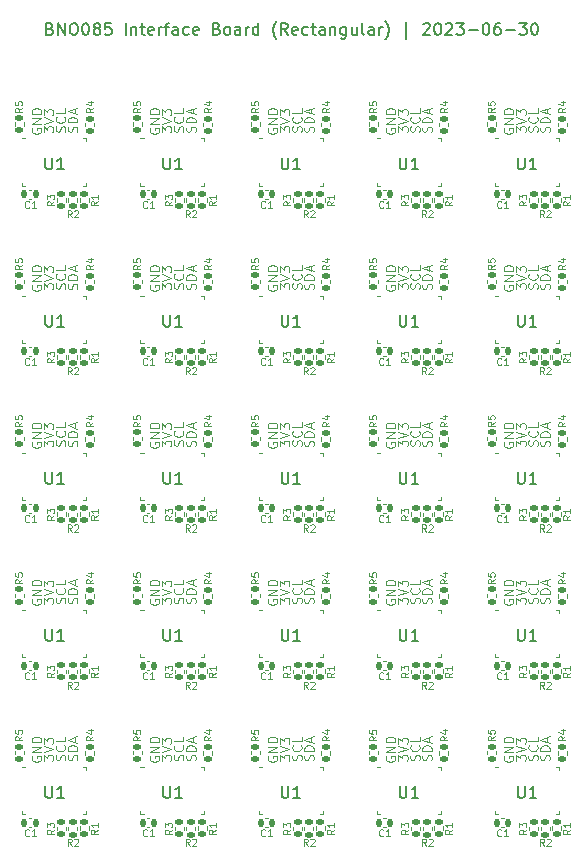
<source format=gto>
%TF.GenerationSoftware,KiCad,Pcbnew,7.0.5-1.fc38*%
%TF.CreationDate,2023-07-07T14:18:13-04:00*%
%TF.ProjectId,bno085-i2c-board-v3-square-panel,626e6f30-3835-42d6-9932-632d626f6172,rev?*%
%TF.SameCoordinates,Original*%
%TF.FileFunction,Legend,Top*%
%TF.FilePolarity,Positive*%
%FSLAX46Y46*%
G04 Gerber Fmt 4.6, Leading zero omitted, Abs format (unit mm)*
G04 Created by KiCad (PCBNEW 7.0.5-1.fc38) date 2023-07-07 14:18:13*
%MOMM*%
%LPD*%
G01*
G04 APERTURE LIST*
G04 Aperture macros list*
%AMRoundRect*
0 Rectangle with rounded corners*
0 $1 Rounding radius*
0 $2 $3 $4 $5 $6 $7 $8 $9 X,Y pos of 4 corners*
0 Add a 4 corners polygon primitive as box body*
4,1,4,$2,$3,$4,$5,$6,$7,$8,$9,$2,$3,0*
0 Add four circle primitives for the rounded corners*
1,1,$1+$1,$2,$3*
1,1,$1+$1,$4,$5*
1,1,$1+$1,$6,$7*
1,1,$1+$1,$8,$9*
0 Add four rect primitives between the rounded corners*
20,1,$1+$1,$2,$3,$4,$5,0*
20,1,$1+$1,$4,$5,$6,$7,0*
20,1,$1+$1,$6,$7,$8,$9,0*
20,1,$1+$1,$8,$9,$2,$3,0*%
G04 Aperture macros list end*
%ADD10C,0.100000*%
%ADD11C,0.150000*%
%ADD12C,0.120000*%
%ADD13C,0.500000*%
%ADD14RoundRect,0.135000X-0.185000X0.135000X-0.185000X-0.135000X0.185000X-0.135000X0.185000X0.135000X0*%
%ADD15RoundRect,0.140000X0.140000X0.170000X-0.140000X0.170000X-0.140000X-0.170000X0.140000X-0.170000X0*%
%ADD16R,0.850000X0.850000*%
%ADD17O,0.850000X0.850000*%
%ADD18RoundRect,0.135000X0.185000X-0.135000X0.185000X0.135000X-0.185000X0.135000X-0.185000X-0.135000X0*%
%ADD19R,0.254000X0.675000*%
%ADD20R,0.675000X0.254000*%
G04 APERTURE END LIST*
D10*
X150311660Y-44225695D02*
X150349755Y-44111409D01*
X150349755Y-44111409D02*
X150349755Y-43920933D01*
X150349755Y-43920933D02*
X150311660Y-43844742D01*
X150311660Y-43844742D02*
X150273564Y-43806647D01*
X150273564Y-43806647D02*
X150197374Y-43768552D01*
X150197374Y-43768552D02*
X150121183Y-43768552D01*
X150121183Y-43768552D02*
X150044993Y-43806647D01*
X150044993Y-43806647D02*
X150006898Y-43844742D01*
X150006898Y-43844742D02*
X149968802Y-43920933D01*
X149968802Y-43920933D02*
X149930707Y-44073314D01*
X149930707Y-44073314D02*
X149892612Y-44149504D01*
X149892612Y-44149504D02*
X149854517Y-44187599D01*
X149854517Y-44187599D02*
X149778326Y-44225695D01*
X149778326Y-44225695D02*
X149702136Y-44225695D01*
X149702136Y-44225695D02*
X149625945Y-44187599D01*
X149625945Y-44187599D02*
X149587850Y-44149504D01*
X149587850Y-44149504D02*
X149549755Y-44073314D01*
X149549755Y-44073314D02*
X149549755Y-43882837D01*
X149549755Y-43882837D02*
X149587850Y-43768552D01*
X150349755Y-43425694D02*
X149549755Y-43425694D01*
X149549755Y-43425694D02*
X149549755Y-43235218D01*
X149549755Y-43235218D02*
X149587850Y-43120932D01*
X149587850Y-43120932D02*
X149664040Y-43044742D01*
X149664040Y-43044742D02*
X149740231Y-43006647D01*
X149740231Y-43006647D02*
X149892612Y-42968551D01*
X149892612Y-42968551D02*
X150006898Y-42968551D01*
X150006898Y-42968551D02*
X150159279Y-43006647D01*
X150159279Y-43006647D02*
X150235469Y-43044742D01*
X150235469Y-43044742D02*
X150311660Y-43120932D01*
X150311660Y-43120932D02*
X150349755Y-43235218D01*
X150349755Y-43235218D02*
X150349755Y-43425694D01*
X150121183Y-42663790D02*
X150121183Y-42282837D01*
X150349755Y-42739980D02*
X149549755Y-42473313D01*
X149549755Y-42473313D02*
X150349755Y-42206647D01*
X170311660Y-70825695D02*
X170349755Y-70711409D01*
X170349755Y-70711409D02*
X170349755Y-70520933D01*
X170349755Y-70520933D02*
X170311660Y-70444742D01*
X170311660Y-70444742D02*
X170273564Y-70406647D01*
X170273564Y-70406647D02*
X170197374Y-70368552D01*
X170197374Y-70368552D02*
X170121183Y-70368552D01*
X170121183Y-70368552D02*
X170044993Y-70406647D01*
X170044993Y-70406647D02*
X170006898Y-70444742D01*
X170006898Y-70444742D02*
X169968802Y-70520933D01*
X169968802Y-70520933D02*
X169930707Y-70673314D01*
X169930707Y-70673314D02*
X169892612Y-70749504D01*
X169892612Y-70749504D02*
X169854517Y-70787599D01*
X169854517Y-70787599D02*
X169778326Y-70825695D01*
X169778326Y-70825695D02*
X169702136Y-70825695D01*
X169702136Y-70825695D02*
X169625945Y-70787599D01*
X169625945Y-70787599D02*
X169587850Y-70749504D01*
X169587850Y-70749504D02*
X169549755Y-70673314D01*
X169549755Y-70673314D02*
X169549755Y-70482837D01*
X169549755Y-70482837D02*
X169587850Y-70368552D01*
X170349755Y-70025694D02*
X169549755Y-70025694D01*
X169549755Y-70025694D02*
X169549755Y-69835218D01*
X169549755Y-69835218D02*
X169587850Y-69720932D01*
X169587850Y-69720932D02*
X169664040Y-69644742D01*
X169664040Y-69644742D02*
X169740231Y-69606647D01*
X169740231Y-69606647D02*
X169892612Y-69568551D01*
X169892612Y-69568551D02*
X170006898Y-69568551D01*
X170006898Y-69568551D02*
X170159279Y-69606647D01*
X170159279Y-69606647D02*
X170235469Y-69644742D01*
X170235469Y-69644742D02*
X170311660Y-69720932D01*
X170311660Y-69720932D02*
X170349755Y-69835218D01*
X170349755Y-69835218D02*
X170349755Y-70025694D01*
X170121183Y-69263790D02*
X170121183Y-68882837D01*
X170349755Y-69339980D02*
X169549755Y-69073313D01*
X169549755Y-69073313D02*
X170349755Y-68806647D01*
X160311660Y-57525695D02*
X160349755Y-57411409D01*
X160349755Y-57411409D02*
X160349755Y-57220933D01*
X160349755Y-57220933D02*
X160311660Y-57144742D01*
X160311660Y-57144742D02*
X160273564Y-57106647D01*
X160273564Y-57106647D02*
X160197374Y-57068552D01*
X160197374Y-57068552D02*
X160121183Y-57068552D01*
X160121183Y-57068552D02*
X160044993Y-57106647D01*
X160044993Y-57106647D02*
X160006898Y-57144742D01*
X160006898Y-57144742D02*
X159968802Y-57220933D01*
X159968802Y-57220933D02*
X159930707Y-57373314D01*
X159930707Y-57373314D02*
X159892612Y-57449504D01*
X159892612Y-57449504D02*
X159854517Y-57487599D01*
X159854517Y-57487599D02*
X159778326Y-57525695D01*
X159778326Y-57525695D02*
X159702136Y-57525695D01*
X159702136Y-57525695D02*
X159625945Y-57487599D01*
X159625945Y-57487599D02*
X159587850Y-57449504D01*
X159587850Y-57449504D02*
X159549755Y-57373314D01*
X159549755Y-57373314D02*
X159549755Y-57182837D01*
X159549755Y-57182837D02*
X159587850Y-57068552D01*
X160349755Y-56725694D02*
X159549755Y-56725694D01*
X159549755Y-56725694D02*
X159549755Y-56535218D01*
X159549755Y-56535218D02*
X159587850Y-56420932D01*
X159587850Y-56420932D02*
X159664040Y-56344742D01*
X159664040Y-56344742D02*
X159740231Y-56306647D01*
X159740231Y-56306647D02*
X159892612Y-56268551D01*
X159892612Y-56268551D02*
X160006898Y-56268551D01*
X160006898Y-56268551D02*
X160159279Y-56306647D01*
X160159279Y-56306647D02*
X160235469Y-56344742D01*
X160235469Y-56344742D02*
X160311660Y-56420932D01*
X160311660Y-56420932D02*
X160349755Y-56535218D01*
X160349755Y-56535218D02*
X160349755Y-56725694D01*
X160121183Y-55963790D02*
X160121183Y-55582837D01*
X160349755Y-56039980D02*
X159549755Y-55773313D01*
X159549755Y-55773313D02*
X160349755Y-55506647D01*
X139288392Y-30909323D02*
X139326487Y-30795037D01*
X139326487Y-30795037D02*
X139326487Y-30604561D01*
X139326487Y-30604561D02*
X139288392Y-30528370D01*
X139288392Y-30528370D02*
X139250296Y-30490275D01*
X139250296Y-30490275D02*
X139174106Y-30452180D01*
X139174106Y-30452180D02*
X139097915Y-30452180D01*
X139097915Y-30452180D02*
X139021725Y-30490275D01*
X139021725Y-30490275D02*
X138983630Y-30528370D01*
X138983630Y-30528370D02*
X138945534Y-30604561D01*
X138945534Y-30604561D02*
X138907439Y-30756942D01*
X138907439Y-30756942D02*
X138869344Y-30833132D01*
X138869344Y-30833132D02*
X138831249Y-30871227D01*
X138831249Y-30871227D02*
X138755058Y-30909323D01*
X138755058Y-30909323D02*
X138678868Y-30909323D01*
X138678868Y-30909323D02*
X138602677Y-30871227D01*
X138602677Y-30871227D02*
X138564582Y-30833132D01*
X138564582Y-30833132D02*
X138526487Y-30756942D01*
X138526487Y-30756942D02*
X138526487Y-30566465D01*
X138526487Y-30566465D02*
X138564582Y-30452180D01*
X139250296Y-29652179D02*
X139288392Y-29690275D01*
X139288392Y-29690275D02*
X139326487Y-29804560D01*
X139326487Y-29804560D02*
X139326487Y-29880751D01*
X139326487Y-29880751D02*
X139288392Y-29995037D01*
X139288392Y-29995037D02*
X139212201Y-30071227D01*
X139212201Y-30071227D02*
X139136011Y-30109322D01*
X139136011Y-30109322D02*
X138983630Y-30147418D01*
X138983630Y-30147418D02*
X138869344Y-30147418D01*
X138869344Y-30147418D02*
X138716963Y-30109322D01*
X138716963Y-30109322D02*
X138640772Y-30071227D01*
X138640772Y-30071227D02*
X138564582Y-29995037D01*
X138564582Y-29995037D02*
X138526487Y-29880751D01*
X138526487Y-29880751D02*
X138526487Y-29804560D01*
X138526487Y-29804560D02*
X138564582Y-29690275D01*
X138564582Y-29690275D02*
X138602677Y-29652179D01*
X139326487Y-28928370D02*
X139326487Y-29309322D01*
X139326487Y-29309322D02*
X138526487Y-29309322D01*
X157503219Y-44255604D02*
X157503219Y-43760366D01*
X157503219Y-43760366D02*
X157807981Y-44027032D01*
X157807981Y-44027032D02*
X157807981Y-43912747D01*
X157807981Y-43912747D02*
X157846076Y-43836556D01*
X157846076Y-43836556D02*
X157884171Y-43798461D01*
X157884171Y-43798461D02*
X157960362Y-43760366D01*
X157960362Y-43760366D02*
X158150838Y-43760366D01*
X158150838Y-43760366D02*
X158227028Y-43798461D01*
X158227028Y-43798461D02*
X158265124Y-43836556D01*
X158265124Y-43836556D02*
X158303219Y-43912747D01*
X158303219Y-43912747D02*
X158303219Y-44141318D01*
X158303219Y-44141318D02*
X158265124Y-44217509D01*
X158265124Y-44217509D02*
X158227028Y-44255604D01*
X157503219Y-43531794D02*
X158303219Y-43265127D01*
X158303219Y-43265127D02*
X157503219Y-42998461D01*
X157503219Y-42807985D02*
X157503219Y-42312747D01*
X157503219Y-42312747D02*
X157807981Y-42579413D01*
X157807981Y-42579413D02*
X157807981Y-42465128D01*
X157807981Y-42465128D02*
X157846076Y-42388937D01*
X157846076Y-42388937D02*
X157884171Y-42350842D01*
X157884171Y-42350842D02*
X157960362Y-42312747D01*
X157960362Y-42312747D02*
X158150838Y-42312747D01*
X158150838Y-42312747D02*
X158227028Y-42350842D01*
X158227028Y-42350842D02*
X158265124Y-42388937D01*
X158265124Y-42388937D02*
X158303219Y-42465128D01*
X158303219Y-42465128D02*
X158303219Y-42693699D01*
X158303219Y-42693699D02*
X158265124Y-42769890D01*
X158265124Y-42769890D02*
X158227028Y-42807985D01*
X146501674Y-30607717D02*
X146463579Y-30683907D01*
X146463579Y-30683907D02*
X146463579Y-30798193D01*
X146463579Y-30798193D02*
X146501674Y-30912479D01*
X146501674Y-30912479D02*
X146577864Y-30988669D01*
X146577864Y-30988669D02*
X146654055Y-31026764D01*
X146654055Y-31026764D02*
X146806436Y-31064860D01*
X146806436Y-31064860D02*
X146920722Y-31064860D01*
X146920722Y-31064860D02*
X147073103Y-31026764D01*
X147073103Y-31026764D02*
X147149293Y-30988669D01*
X147149293Y-30988669D02*
X147225484Y-30912479D01*
X147225484Y-30912479D02*
X147263579Y-30798193D01*
X147263579Y-30798193D02*
X147263579Y-30722002D01*
X147263579Y-30722002D02*
X147225484Y-30607717D01*
X147225484Y-30607717D02*
X147187388Y-30569621D01*
X147187388Y-30569621D02*
X146920722Y-30569621D01*
X146920722Y-30569621D02*
X146920722Y-30722002D01*
X147263579Y-30226764D02*
X146463579Y-30226764D01*
X146463579Y-30226764D02*
X147263579Y-29769621D01*
X147263579Y-29769621D02*
X146463579Y-29769621D01*
X147263579Y-29388669D02*
X146463579Y-29388669D01*
X146463579Y-29388669D02*
X146463579Y-29198193D01*
X146463579Y-29198193D02*
X146501674Y-29083907D01*
X146501674Y-29083907D02*
X146577864Y-29007717D01*
X146577864Y-29007717D02*
X146654055Y-28969622D01*
X146654055Y-28969622D02*
X146806436Y-28931526D01*
X146806436Y-28931526D02*
X146920722Y-28931526D01*
X146920722Y-28931526D02*
X147073103Y-28969622D01*
X147073103Y-28969622D02*
X147149293Y-29007717D01*
X147149293Y-29007717D02*
X147225484Y-29083907D01*
X147225484Y-29083907D02*
X147263579Y-29198193D01*
X147263579Y-29198193D02*
X147263579Y-29388669D01*
X147503219Y-57555604D02*
X147503219Y-57060366D01*
X147503219Y-57060366D02*
X147807981Y-57327032D01*
X147807981Y-57327032D02*
X147807981Y-57212747D01*
X147807981Y-57212747D02*
X147846076Y-57136556D01*
X147846076Y-57136556D02*
X147884171Y-57098461D01*
X147884171Y-57098461D02*
X147960362Y-57060366D01*
X147960362Y-57060366D02*
X148150838Y-57060366D01*
X148150838Y-57060366D02*
X148227028Y-57098461D01*
X148227028Y-57098461D02*
X148265124Y-57136556D01*
X148265124Y-57136556D02*
X148303219Y-57212747D01*
X148303219Y-57212747D02*
X148303219Y-57441318D01*
X148303219Y-57441318D02*
X148265124Y-57517509D01*
X148265124Y-57517509D02*
X148227028Y-57555604D01*
X147503219Y-56831794D02*
X148303219Y-56565127D01*
X148303219Y-56565127D02*
X147503219Y-56298461D01*
X147503219Y-56107985D02*
X147503219Y-55612747D01*
X147503219Y-55612747D02*
X147807981Y-55879413D01*
X147807981Y-55879413D02*
X147807981Y-55765128D01*
X147807981Y-55765128D02*
X147846076Y-55688937D01*
X147846076Y-55688937D02*
X147884171Y-55650842D01*
X147884171Y-55650842D02*
X147960362Y-55612747D01*
X147960362Y-55612747D02*
X148150838Y-55612747D01*
X148150838Y-55612747D02*
X148227028Y-55650842D01*
X148227028Y-55650842D02*
X148265124Y-55688937D01*
X148265124Y-55688937D02*
X148303219Y-55765128D01*
X148303219Y-55765128D02*
X148303219Y-55993699D01*
X148303219Y-55993699D02*
X148265124Y-56069890D01*
X148265124Y-56069890D02*
X148227028Y-56107985D01*
X137503219Y-57555604D02*
X137503219Y-57060366D01*
X137503219Y-57060366D02*
X137807981Y-57327032D01*
X137807981Y-57327032D02*
X137807981Y-57212747D01*
X137807981Y-57212747D02*
X137846076Y-57136556D01*
X137846076Y-57136556D02*
X137884171Y-57098461D01*
X137884171Y-57098461D02*
X137960362Y-57060366D01*
X137960362Y-57060366D02*
X138150838Y-57060366D01*
X138150838Y-57060366D02*
X138227028Y-57098461D01*
X138227028Y-57098461D02*
X138265124Y-57136556D01*
X138265124Y-57136556D02*
X138303219Y-57212747D01*
X138303219Y-57212747D02*
X138303219Y-57441318D01*
X138303219Y-57441318D02*
X138265124Y-57517509D01*
X138265124Y-57517509D02*
X138227028Y-57555604D01*
X137503219Y-56831794D02*
X138303219Y-56565127D01*
X138303219Y-56565127D02*
X137503219Y-56298461D01*
X137503219Y-56107985D02*
X137503219Y-55612747D01*
X137503219Y-55612747D02*
X137807981Y-55879413D01*
X137807981Y-55879413D02*
X137807981Y-55765128D01*
X137807981Y-55765128D02*
X137846076Y-55688937D01*
X137846076Y-55688937D02*
X137884171Y-55650842D01*
X137884171Y-55650842D02*
X137960362Y-55612747D01*
X137960362Y-55612747D02*
X138150838Y-55612747D01*
X138150838Y-55612747D02*
X138227028Y-55650842D01*
X138227028Y-55650842D02*
X138265124Y-55688937D01*
X138265124Y-55688937D02*
X138303219Y-55765128D01*
X138303219Y-55765128D02*
X138303219Y-55993699D01*
X138303219Y-55993699D02*
X138265124Y-56069890D01*
X138265124Y-56069890D02*
X138227028Y-56107985D01*
X129288392Y-70809323D02*
X129326487Y-70695037D01*
X129326487Y-70695037D02*
X129326487Y-70504561D01*
X129326487Y-70504561D02*
X129288392Y-70428370D01*
X129288392Y-70428370D02*
X129250296Y-70390275D01*
X129250296Y-70390275D02*
X129174106Y-70352180D01*
X129174106Y-70352180D02*
X129097915Y-70352180D01*
X129097915Y-70352180D02*
X129021725Y-70390275D01*
X129021725Y-70390275D02*
X128983630Y-70428370D01*
X128983630Y-70428370D02*
X128945534Y-70504561D01*
X128945534Y-70504561D02*
X128907439Y-70656942D01*
X128907439Y-70656942D02*
X128869344Y-70733132D01*
X128869344Y-70733132D02*
X128831249Y-70771227D01*
X128831249Y-70771227D02*
X128755058Y-70809323D01*
X128755058Y-70809323D02*
X128678868Y-70809323D01*
X128678868Y-70809323D02*
X128602677Y-70771227D01*
X128602677Y-70771227D02*
X128564582Y-70733132D01*
X128564582Y-70733132D02*
X128526487Y-70656942D01*
X128526487Y-70656942D02*
X128526487Y-70466465D01*
X128526487Y-70466465D02*
X128564582Y-70352180D01*
X129250296Y-69552179D02*
X129288392Y-69590275D01*
X129288392Y-69590275D02*
X129326487Y-69704560D01*
X129326487Y-69704560D02*
X129326487Y-69780751D01*
X129326487Y-69780751D02*
X129288392Y-69895037D01*
X129288392Y-69895037D02*
X129212201Y-69971227D01*
X129212201Y-69971227D02*
X129136011Y-70009322D01*
X129136011Y-70009322D02*
X128983630Y-70047418D01*
X128983630Y-70047418D02*
X128869344Y-70047418D01*
X128869344Y-70047418D02*
X128716963Y-70009322D01*
X128716963Y-70009322D02*
X128640772Y-69971227D01*
X128640772Y-69971227D02*
X128564582Y-69895037D01*
X128564582Y-69895037D02*
X128526487Y-69780751D01*
X128526487Y-69780751D02*
X128526487Y-69704560D01*
X128526487Y-69704560D02*
X128564582Y-69590275D01*
X128564582Y-69590275D02*
X128602677Y-69552179D01*
X129326487Y-68828370D02*
X129326487Y-69209322D01*
X129326487Y-69209322D02*
X128526487Y-69209322D01*
X157503219Y-70855604D02*
X157503219Y-70360366D01*
X157503219Y-70360366D02*
X157807981Y-70627032D01*
X157807981Y-70627032D02*
X157807981Y-70512747D01*
X157807981Y-70512747D02*
X157846076Y-70436556D01*
X157846076Y-70436556D02*
X157884171Y-70398461D01*
X157884171Y-70398461D02*
X157960362Y-70360366D01*
X157960362Y-70360366D02*
X158150838Y-70360366D01*
X158150838Y-70360366D02*
X158227028Y-70398461D01*
X158227028Y-70398461D02*
X158265124Y-70436556D01*
X158265124Y-70436556D02*
X158303219Y-70512747D01*
X158303219Y-70512747D02*
X158303219Y-70741318D01*
X158303219Y-70741318D02*
X158265124Y-70817509D01*
X158265124Y-70817509D02*
X158227028Y-70855604D01*
X157503219Y-70131794D02*
X158303219Y-69865127D01*
X158303219Y-69865127D02*
X157503219Y-69598461D01*
X157503219Y-69407985D02*
X157503219Y-68912747D01*
X157503219Y-68912747D02*
X157807981Y-69179413D01*
X157807981Y-69179413D02*
X157807981Y-69065128D01*
X157807981Y-69065128D02*
X157846076Y-68988937D01*
X157846076Y-68988937D02*
X157884171Y-68950842D01*
X157884171Y-68950842D02*
X157960362Y-68912747D01*
X157960362Y-68912747D02*
X158150838Y-68912747D01*
X158150838Y-68912747D02*
X158227028Y-68950842D01*
X158227028Y-68950842D02*
X158265124Y-68988937D01*
X158265124Y-68988937D02*
X158303219Y-69065128D01*
X158303219Y-69065128D02*
X158303219Y-69293699D01*
X158303219Y-69293699D02*
X158265124Y-69369890D01*
X158265124Y-69369890D02*
X158227028Y-69407985D01*
X167503219Y-30955604D02*
X167503219Y-30460366D01*
X167503219Y-30460366D02*
X167807981Y-30727032D01*
X167807981Y-30727032D02*
X167807981Y-30612747D01*
X167807981Y-30612747D02*
X167846076Y-30536556D01*
X167846076Y-30536556D02*
X167884171Y-30498461D01*
X167884171Y-30498461D02*
X167960362Y-30460366D01*
X167960362Y-30460366D02*
X168150838Y-30460366D01*
X168150838Y-30460366D02*
X168227028Y-30498461D01*
X168227028Y-30498461D02*
X168265124Y-30536556D01*
X168265124Y-30536556D02*
X168303219Y-30612747D01*
X168303219Y-30612747D02*
X168303219Y-30841318D01*
X168303219Y-30841318D02*
X168265124Y-30917509D01*
X168265124Y-30917509D02*
X168227028Y-30955604D01*
X167503219Y-30231794D02*
X168303219Y-29965127D01*
X168303219Y-29965127D02*
X167503219Y-29698461D01*
X167503219Y-29507985D02*
X167503219Y-29012747D01*
X167503219Y-29012747D02*
X167807981Y-29279413D01*
X167807981Y-29279413D02*
X167807981Y-29165128D01*
X167807981Y-29165128D02*
X167846076Y-29088937D01*
X167846076Y-29088937D02*
X167884171Y-29050842D01*
X167884171Y-29050842D02*
X167960362Y-29012747D01*
X167960362Y-29012747D02*
X168150838Y-29012747D01*
X168150838Y-29012747D02*
X168227028Y-29050842D01*
X168227028Y-29050842D02*
X168265124Y-29088937D01*
X168265124Y-29088937D02*
X168303219Y-29165128D01*
X168303219Y-29165128D02*
X168303219Y-29393699D01*
X168303219Y-29393699D02*
X168265124Y-29469890D01*
X168265124Y-29469890D02*
X168227028Y-29507985D01*
X139288392Y-70809323D02*
X139326487Y-70695037D01*
X139326487Y-70695037D02*
X139326487Y-70504561D01*
X139326487Y-70504561D02*
X139288392Y-70428370D01*
X139288392Y-70428370D02*
X139250296Y-70390275D01*
X139250296Y-70390275D02*
X139174106Y-70352180D01*
X139174106Y-70352180D02*
X139097915Y-70352180D01*
X139097915Y-70352180D02*
X139021725Y-70390275D01*
X139021725Y-70390275D02*
X138983630Y-70428370D01*
X138983630Y-70428370D02*
X138945534Y-70504561D01*
X138945534Y-70504561D02*
X138907439Y-70656942D01*
X138907439Y-70656942D02*
X138869344Y-70733132D01*
X138869344Y-70733132D02*
X138831249Y-70771227D01*
X138831249Y-70771227D02*
X138755058Y-70809323D01*
X138755058Y-70809323D02*
X138678868Y-70809323D01*
X138678868Y-70809323D02*
X138602677Y-70771227D01*
X138602677Y-70771227D02*
X138564582Y-70733132D01*
X138564582Y-70733132D02*
X138526487Y-70656942D01*
X138526487Y-70656942D02*
X138526487Y-70466465D01*
X138526487Y-70466465D02*
X138564582Y-70352180D01*
X139250296Y-69552179D02*
X139288392Y-69590275D01*
X139288392Y-69590275D02*
X139326487Y-69704560D01*
X139326487Y-69704560D02*
X139326487Y-69780751D01*
X139326487Y-69780751D02*
X139288392Y-69895037D01*
X139288392Y-69895037D02*
X139212201Y-69971227D01*
X139212201Y-69971227D02*
X139136011Y-70009322D01*
X139136011Y-70009322D02*
X138983630Y-70047418D01*
X138983630Y-70047418D02*
X138869344Y-70047418D01*
X138869344Y-70047418D02*
X138716963Y-70009322D01*
X138716963Y-70009322D02*
X138640772Y-69971227D01*
X138640772Y-69971227D02*
X138564582Y-69895037D01*
X138564582Y-69895037D02*
X138526487Y-69780751D01*
X138526487Y-69780751D02*
X138526487Y-69704560D01*
X138526487Y-69704560D02*
X138564582Y-69590275D01*
X138564582Y-69590275D02*
X138602677Y-69552179D01*
X139326487Y-68828370D02*
X139326487Y-69209322D01*
X139326487Y-69209322D02*
X138526487Y-69209322D01*
X159288392Y-57509323D02*
X159326487Y-57395037D01*
X159326487Y-57395037D02*
X159326487Y-57204561D01*
X159326487Y-57204561D02*
X159288392Y-57128370D01*
X159288392Y-57128370D02*
X159250296Y-57090275D01*
X159250296Y-57090275D02*
X159174106Y-57052180D01*
X159174106Y-57052180D02*
X159097915Y-57052180D01*
X159097915Y-57052180D02*
X159021725Y-57090275D01*
X159021725Y-57090275D02*
X158983630Y-57128370D01*
X158983630Y-57128370D02*
X158945534Y-57204561D01*
X158945534Y-57204561D02*
X158907439Y-57356942D01*
X158907439Y-57356942D02*
X158869344Y-57433132D01*
X158869344Y-57433132D02*
X158831249Y-57471227D01*
X158831249Y-57471227D02*
X158755058Y-57509323D01*
X158755058Y-57509323D02*
X158678868Y-57509323D01*
X158678868Y-57509323D02*
X158602677Y-57471227D01*
X158602677Y-57471227D02*
X158564582Y-57433132D01*
X158564582Y-57433132D02*
X158526487Y-57356942D01*
X158526487Y-57356942D02*
X158526487Y-57166465D01*
X158526487Y-57166465D02*
X158564582Y-57052180D01*
X159250296Y-56252179D02*
X159288392Y-56290275D01*
X159288392Y-56290275D02*
X159326487Y-56404560D01*
X159326487Y-56404560D02*
X159326487Y-56480751D01*
X159326487Y-56480751D02*
X159288392Y-56595037D01*
X159288392Y-56595037D02*
X159212201Y-56671227D01*
X159212201Y-56671227D02*
X159136011Y-56709322D01*
X159136011Y-56709322D02*
X158983630Y-56747418D01*
X158983630Y-56747418D02*
X158869344Y-56747418D01*
X158869344Y-56747418D02*
X158716963Y-56709322D01*
X158716963Y-56709322D02*
X158640772Y-56671227D01*
X158640772Y-56671227D02*
X158564582Y-56595037D01*
X158564582Y-56595037D02*
X158526487Y-56480751D01*
X158526487Y-56480751D02*
X158526487Y-56404560D01*
X158526487Y-56404560D02*
X158564582Y-56290275D01*
X158564582Y-56290275D02*
X158602677Y-56252179D01*
X159326487Y-55528370D02*
X159326487Y-55909322D01*
X159326487Y-55909322D02*
X158526487Y-55909322D01*
X149288392Y-57509323D02*
X149326487Y-57395037D01*
X149326487Y-57395037D02*
X149326487Y-57204561D01*
X149326487Y-57204561D02*
X149288392Y-57128370D01*
X149288392Y-57128370D02*
X149250296Y-57090275D01*
X149250296Y-57090275D02*
X149174106Y-57052180D01*
X149174106Y-57052180D02*
X149097915Y-57052180D01*
X149097915Y-57052180D02*
X149021725Y-57090275D01*
X149021725Y-57090275D02*
X148983630Y-57128370D01*
X148983630Y-57128370D02*
X148945534Y-57204561D01*
X148945534Y-57204561D02*
X148907439Y-57356942D01*
X148907439Y-57356942D02*
X148869344Y-57433132D01*
X148869344Y-57433132D02*
X148831249Y-57471227D01*
X148831249Y-57471227D02*
X148755058Y-57509323D01*
X148755058Y-57509323D02*
X148678868Y-57509323D01*
X148678868Y-57509323D02*
X148602677Y-57471227D01*
X148602677Y-57471227D02*
X148564582Y-57433132D01*
X148564582Y-57433132D02*
X148526487Y-57356942D01*
X148526487Y-57356942D02*
X148526487Y-57166465D01*
X148526487Y-57166465D02*
X148564582Y-57052180D01*
X149250296Y-56252179D02*
X149288392Y-56290275D01*
X149288392Y-56290275D02*
X149326487Y-56404560D01*
X149326487Y-56404560D02*
X149326487Y-56480751D01*
X149326487Y-56480751D02*
X149288392Y-56595037D01*
X149288392Y-56595037D02*
X149212201Y-56671227D01*
X149212201Y-56671227D02*
X149136011Y-56709322D01*
X149136011Y-56709322D02*
X148983630Y-56747418D01*
X148983630Y-56747418D02*
X148869344Y-56747418D01*
X148869344Y-56747418D02*
X148716963Y-56709322D01*
X148716963Y-56709322D02*
X148640772Y-56671227D01*
X148640772Y-56671227D02*
X148564582Y-56595037D01*
X148564582Y-56595037D02*
X148526487Y-56480751D01*
X148526487Y-56480751D02*
X148526487Y-56404560D01*
X148526487Y-56404560D02*
X148564582Y-56290275D01*
X148564582Y-56290275D02*
X148602677Y-56252179D01*
X149326487Y-55528370D02*
X149326487Y-55909322D01*
X149326487Y-55909322D02*
X148526487Y-55909322D01*
X147503219Y-30955604D02*
X147503219Y-30460366D01*
X147503219Y-30460366D02*
X147807981Y-30727032D01*
X147807981Y-30727032D02*
X147807981Y-30612747D01*
X147807981Y-30612747D02*
X147846076Y-30536556D01*
X147846076Y-30536556D02*
X147884171Y-30498461D01*
X147884171Y-30498461D02*
X147960362Y-30460366D01*
X147960362Y-30460366D02*
X148150838Y-30460366D01*
X148150838Y-30460366D02*
X148227028Y-30498461D01*
X148227028Y-30498461D02*
X148265124Y-30536556D01*
X148265124Y-30536556D02*
X148303219Y-30612747D01*
X148303219Y-30612747D02*
X148303219Y-30841318D01*
X148303219Y-30841318D02*
X148265124Y-30917509D01*
X148265124Y-30917509D02*
X148227028Y-30955604D01*
X147503219Y-30231794D02*
X148303219Y-29965127D01*
X148303219Y-29965127D02*
X147503219Y-29698461D01*
X147503219Y-29507985D02*
X147503219Y-29012747D01*
X147503219Y-29012747D02*
X147807981Y-29279413D01*
X147807981Y-29279413D02*
X147807981Y-29165128D01*
X147807981Y-29165128D02*
X147846076Y-29088937D01*
X147846076Y-29088937D02*
X147884171Y-29050842D01*
X147884171Y-29050842D02*
X147960362Y-29012747D01*
X147960362Y-29012747D02*
X148150838Y-29012747D01*
X148150838Y-29012747D02*
X148227028Y-29050842D01*
X148227028Y-29050842D02*
X148265124Y-29088937D01*
X148265124Y-29088937D02*
X148303219Y-29165128D01*
X148303219Y-29165128D02*
X148303219Y-29393699D01*
X148303219Y-29393699D02*
X148265124Y-29469890D01*
X148265124Y-29469890D02*
X148227028Y-29507985D01*
X147503219Y-70855604D02*
X147503219Y-70360366D01*
X147503219Y-70360366D02*
X147807981Y-70627032D01*
X147807981Y-70627032D02*
X147807981Y-70512747D01*
X147807981Y-70512747D02*
X147846076Y-70436556D01*
X147846076Y-70436556D02*
X147884171Y-70398461D01*
X147884171Y-70398461D02*
X147960362Y-70360366D01*
X147960362Y-70360366D02*
X148150838Y-70360366D01*
X148150838Y-70360366D02*
X148227028Y-70398461D01*
X148227028Y-70398461D02*
X148265124Y-70436556D01*
X148265124Y-70436556D02*
X148303219Y-70512747D01*
X148303219Y-70512747D02*
X148303219Y-70741318D01*
X148303219Y-70741318D02*
X148265124Y-70817509D01*
X148265124Y-70817509D02*
X148227028Y-70855604D01*
X147503219Y-70131794D02*
X148303219Y-69865127D01*
X148303219Y-69865127D02*
X147503219Y-69598461D01*
X147503219Y-69407985D02*
X147503219Y-68912747D01*
X147503219Y-68912747D02*
X147807981Y-69179413D01*
X147807981Y-69179413D02*
X147807981Y-69065128D01*
X147807981Y-69065128D02*
X147846076Y-68988937D01*
X147846076Y-68988937D02*
X147884171Y-68950842D01*
X147884171Y-68950842D02*
X147960362Y-68912747D01*
X147960362Y-68912747D02*
X148150838Y-68912747D01*
X148150838Y-68912747D02*
X148227028Y-68950842D01*
X148227028Y-68950842D02*
X148265124Y-68988937D01*
X148265124Y-68988937D02*
X148303219Y-69065128D01*
X148303219Y-69065128D02*
X148303219Y-69293699D01*
X148303219Y-69293699D02*
X148265124Y-69369890D01*
X148265124Y-69369890D02*
X148227028Y-69407985D01*
X129288392Y-44209323D02*
X129326487Y-44095037D01*
X129326487Y-44095037D02*
X129326487Y-43904561D01*
X129326487Y-43904561D02*
X129288392Y-43828370D01*
X129288392Y-43828370D02*
X129250296Y-43790275D01*
X129250296Y-43790275D02*
X129174106Y-43752180D01*
X129174106Y-43752180D02*
X129097915Y-43752180D01*
X129097915Y-43752180D02*
X129021725Y-43790275D01*
X129021725Y-43790275D02*
X128983630Y-43828370D01*
X128983630Y-43828370D02*
X128945534Y-43904561D01*
X128945534Y-43904561D02*
X128907439Y-44056942D01*
X128907439Y-44056942D02*
X128869344Y-44133132D01*
X128869344Y-44133132D02*
X128831249Y-44171227D01*
X128831249Y-44171227D02*
X128755058Y-44209323D01*
X128755058Y-44209323D02*
X128678868Y-44209323D01*
X128678868Y-44209323D02*
X128602677Y-44171227D01*
X128602677Y-44171227D02*
X128564582Y-44133132D01*
X128564582Y-44133132D02*
X128526487Y-44056942D01*
X128526487Y-44056942D02*
X128526487Y-43866465D01*
X128526487Y-43866465D02*
X128564582Y-43752180D01*
X129250296Y-42952179D02*
X129288392Y-42990275D01*
X129288392Y-42990275D02*
X129326487Y-43104560D01*
X129326487Y-43104560D02*
X129326487Y-43180751D01*
X129326487Y-43180751D02*
X129288392Y-43295037D01*
X129288392Y-43295037D02*
X129212201Y-43371227D01*
X129212201Y-43371227D02*
X129136011Y-43409322D01*
X129136011Y-43409322D02*
X128983630Y-43447418D01*
X128983630Y-43447418D02*
X128869344Y-43447418D01*
X128869344Y-43447418D02*
X128716963Y-43409322D01*
X128716963Y-43409322D02*
X128640772Y-43371227D01*
X128640772Y-43371227D02*
X128564582Y-43295037D01*
X128564582Y-43295037D02*
X128526487Y-43180751D01*
X128526487Y-43180751D02*
X128526487Y-43104560D01*
X128526487Y-43104560D02*
X128564582Y-42990275D01*
X128564582Y-42990275D02*
X128602677Y-42952179D01*
X129326487Y-42228370D02*
X129326487Y-42609322D01*
X129326487Y-42609322D02*
X128526487Y-42609322D01*
X126501674Y-30607717D02*
X126463579Y-30683907D01*
X126463579Y-30683907D02*
X126463579Y-30798193D01*
X126463579Y-30798193D02*
X126501674Y-30912479D01*
X126501674Y-30912479D02*
X126577864Y-30988669D01*
X126577864Y-30988669D02*
X126654055Y-31026764D01*
X126654055Y-31026764D02*
X126806436Y-31064860D01*
X126806436Y-31064860D02*
X126920722Y-31064860D01*
X126920722Y-31064860D02*
X127073103Y-31026764D01*
X127073103Y-31026764D02*
X127149293Y-30988669D01*
X127149293Y-30988669D02*
X127225484Y-30912479D01*
X127225484Y-30912479D02*
X127263579Y-30798193D01*
X127263579Y-30798193D02*
X127263579Y-30722002D01*
X127263579Y-30722002D02*
X127225484Y-30607717D01*
X127225484Y-30607717D02*
X127187388Y-30569621D01*
X127187388Y-30569621D02*
X126920722Y-30569621D01*
X126920722Y-30569621D02*
X126920722Y-30722002D01*
X127263579Y-30226764D02*
X126463579Y-30226764D01*
X126463579Y-30226764D02*
X127263579Y-29769621D01*
X127263579Y-29769621D02*
X126463579Y-29769621D01*
X127263579Y-29388669D02*
X126463579Y-29388669D01*
X126463579Y-29388669D02*
X126463579Y-29198193D01*
X126463579Y-29198193D02*
X126501674Y-29083907D01*
X126501674Y-29083907D02*
X126577864Y-29007717D01*
X126577864Y-29007717D02*
X126654055Y-28969622D01*
X126654055Y-28969622D02*
X126806436Y-28931526D01*
X126806436Y-28931526D02*
X126920722Y-28931526D01*
X126920722Y-28931526D02*
X127073103Y-28969622D01*
X127073103Y-28969622D02*
X127149293Y-29007717D01*
X127149293Y-29007717D02*
X127225484Y-29083907D01*
X127225484Y-29083907D02*
X127263579Y-29198193D01*
X127263579Y-29198193D02*
X127263579Y-29388669D01*
X150311660Y-70825695D02*
X150349755Y-70711409D01*
X150349755Y-70711409D02*
X150349755Y-70520933D01*
X150349755Y-70520933D02*
X150311660Y-70444742D01*
X150311660Y-70444742D02*
X150273564Y-70406647D01*
X150273564Y-70406647D02*
X150197374Y-70368552D01*
X150197374Y-70368552D02*
X150121183Y-70368552D01*
X150121183Y-70368552D02*
X150044993Y-70406647D01*
X150044993Y-70406647D02*
X150006898Y-70444742D01*
X150006898Y-70444742D02*
X149968802Y-70520933D01*
X149968802Y-70520933D02*
X149930707Y-70673314D01*
X149930707Y-70673314D02*
X149892612Y-70749504D01*
X149892612Y-70749504D02*
X149854517Y-70787599D01*
X149854517Y-70787599D02*
X149778326Y-70825695D01*
X149778326Y-70825695D02*
X149702136Y-70825695D01*
X149702136Y-70825695D02*
X149625945Y-70787599D01*
X149625945Y-70787599D02*
X149587850Y-70749504D01*
X149587850Y-70749504D02*
X149549755Y-70673314D01*
X149549755Y-70673314D02*
X149549755Y-70482837D01*
X149549755Y-70482837D02*
X149587850Y-70368552D01*
X150349755Y-70025694D02*
X149549755Y-70025694D01*
X149549755Y-70025694D02*
X149549755Y-69835218D01*
X149549755Y-69835218D02*
X149587850Y-69720932D01*
X149587850Y-69720932D02*
X149664040Y-69644742D01*
X149664040Y-69644742D02*
X149740231Y-69606647D01*
X149740231Y-69606647D02*
X149892612Y-69568551D01*
X149892612Y-69568551D02*
X150006898Y-69568551D01*
X150006898Y-69568551D02*
X150159279Y-69606647D01*
X150159279Y-69606647D02*
X150235469Y-69644742D01*
X150235469Y-69644742D02*
X150311660Y-69720932D01*
X150311660Y-69720932D02*
X150349755Y-69835218D01*
X150349755Y-69835218D02*
X150349755Y-70025694D01*
X150121183Y-69263790D02*
X150121183Y-68882837D01*
X150349755Y-69339980D02*
X149549755Y-69073313D01*
X149549755Y-69073313D02*
X150349755Y-68806647D01*
X156501674Y-30607717D02*
X156463579Y-30683907D01*
X156463579Y-30683907D02*
X156463579Y-30798193D01*
X156463579Y-30798193D02*
X156501674Y-30912479D01*
X156501674Y-30912479D02*
X156577864Y-30988669D01*
X156577864Y-30988669D02*
X156654055Y-31026764D01*
X156654055Y-31026764D02*
X156806436Y-31064860D01*
X156806436Y-31064860D02*
X156920722Y-31064860D01*
X156920722Y-31064860D02*
X157073103Y-31026764D01*
X157073103Y-31026764D02*
X157149293Y-30988669D01*
X157149293Y-30988669D02*
X157225484Y-30912479D01*
X157225484Y-30912479D02*
X157263579Y-30798193D01*
X157263579Y-30798193D02*
X157263579Y-30722002D01*
X157263579Y-30722002D02*
X157225484Y-30607717D01*
X157225484Y-30607717D02*
X157187388Y-30569621D01*
X157187388Y-30569621D02*
X156920722Y-30569621D01*
X156920722Y-30569621D02*
X156920722Y-30722002D01*
X157263579Y-30226764D02*
X156463579Y-30226764D01*
X156463579Y-30226764D02*
X157263579Y-29769621D01*
X157263579Y-29769621D02*
X156463579Y-29769621D01*
X157263579Y-29388669D02*
X156463579Y-29388669D01*
X156463579Y-29388669D02*
X156463579Y-29198193D01*
X156463579Y-29198193D02*
X156501674Y-29083907D01*
X156501674Y-29083907D02*
X156577864Y-29007717D01*
X156577864Y-29007717D02*
X156654055Y-28969622D01*
X156654055Y-28969622D02*
X156806436Y-28931526D01*
X156806436Y-28931526D02*
X156920722Y-28931526D01*
X156920722Y-28931526D02*
X157073103Y-28969622D01*
X157073103Y-28969622D02*
X157149293Y-29007717D01*
X157149293Y-29007717D02*
X157225484Y-29083907D01*
X157225484Y-29083907D02*
X157263579Y-29198193D01*
X157263579Y-29198193D02*
X157263579Y-29388669D01*
X167503219Y-84155604D02*
X167503219Y-83660366D01*
X167503219Y-83660366D02*
X167807981Y-83927032D01*
X167807981Y-83927032D02*
X167807981Y-83812747D01*
X167807981Y-83812747D02*
X167846076Y-83736556D01*
X167846076Y-83736556D02*
X167884171Y-83698461D01*
X167884171Y-83698461D02*
X167960362Y-83660366D01*
X167960362Y-83660366D02*
X168150838Y-83660366D01*
X168150838Y-83660366D02*
X168227028Y-83698461D01*
X168227028Y-83698461D02*
X168265124Y-83736556D01*
X168265124Y-83736556D02*
X168303219Y-83812747D01*
X168303219Y-83812747D02*
X168303219Y-84041318D01*
X168303219Y-84041318D02*
X168265124Y-84117509D01*
X168265124Y-84117509D02*
X168227028Y-84155604D01*
X167503219Y-83431794D02*
X168303219Y-83165127D01*
X168303219Y-83165127D02*
X167503219Y-82898461D01*
X167503219Y-82707985D02*
X167503219Y-82212747D01*
X167503219Y-82212747D02*
X167807981Y-82479413D01*
X167807981Y-82479413D02*
X167807981Y-82365128D01*
X167807981Y-82365128D02*
X167846076Y-82288937D01*
X167846076Y-82288937D02*
X167884171Y-82250842D01*
X167884171Y-82250842D02*
X167960362Y-82212747D01*
X167960362Y-82212747D02*
X168150838Y-82212747D01*
X168150838Y-82212747D02*
X168227028Y-82250842D01*
X168227028Y-82250842D02*
X168265124Y-82288937D01*
X168265124Y-82288937D02*
X168303219Y-82365128D01*
X168303219Y-82365128D02*
X168303219Y-82593699D01*
X168303219Y-82593699D02*
X168265124Y-82669890D01*
X168265124Y-82669890D02*
X168227028Y-82707985D01*
X170311660Y-30925695D02*
X170349755Y-30811409D01*
X170349755Y-30811409D02*
X170349755Y-30620933D01*
X170349755Y-30620933D02*
X170311660Y-30544742D01*
X170311660Y-30544742D02*
X170273564Y-30506647D01*
X170273564Y-30506647D02*
X170197374Y-30468552D01*
X170197374Y-30468552D02*
X170121183Y-30468552D01*
X170121183Y-30468552D02*
X170044993Y-30506647D01*
X170044993Y-30506647D02*
X170006898Y-30544742D01*
X170006898Y-30544742D02*
X169968802Y-30620933D01*
X169968802Y-30620933D02*
X169930707Y-30773314D01*
X169930707Y-30773314D02*
X169892612Y-30849504D01*
X169892612Y-30849504D02*
X169854517Y-30887599D01*
X169854517Y-30887599D02*
X169778326Y-30925695D01*
X169778326Y-30925695D02*
X169702136Y-30925695D01*
X169702136Y-30925695D02*
X169625945Y-30887599D01*
X169625945Y-30887599D02*
X169587850Y-30849504D01*
X169587850Y-30849504D02*
X169549755Y-30773314D01*
X169549755Y-30773314D02*
X169549755Y-30582837D01*
X169549755Y-30582837D02*
X169587850Y-30468552D01*
X170349755Y-30125694D02*
X169549755Y-30125694D01*
X169549755Y-30125694D02*
X169549755Y-29935218D01*
X169549755Y-29935218D02*
X169587850Y-29820932D01*
X169587850Y-29820932D02*
X169664040Y-29744742D01*
X169664040Y-29744742D02*
X169740231Y-29706647D01*
X169740231Y-29706647D02*
X169892612Y-29668551D01*
X169892612Y-29668551D02*
X170006898Y-29668551D01*
X170006898Y-29668551D02*
X170159279Y-29706647D01*
X170159279Y-29706647D02*
X170235469Y-29744742D01*
X170235469Y-29744742D02*
X170311660Y-29820932D01*
X170311660Y-29820932D02*
X170349755Y-29935218D01*
X170349755Y-29935218D02*
X170349755Y-30125694D01*
X170121183Y-29363790D02*
X170121183Y-28982837D01*
X170349755Y-29439980D02*
X169549755Y-29173313D01*
X169549755Y-29173313D02*
X170349755Y-28906647D01*
X157503219Y-30955604D02*
X157503219Y-30460366D01*
X157503219Y-30460366D02*
X157807981Y-30727032D01*
X157807981Y-30727032D02*
X157807981Y-30612747D01*
X157807981Y-30612747D02*
X157846076Y-30536556D01*
X157846076Y-30536556D02*
X157884171Y-30498461D01*
X157884171Y-30498461D02*
X157960362Y-30460366D01*
X157960362Y-30460366D02*
X158150838Y-30460366D01*
X158150838Y-30460366D02*
X158227028Y-30498461D01*
X158227028Y-30498461D02*
X158265124Y-30536556D01*
X158265124Y-30536556D02*
X158303219Y-30612747D01*
X158303219Y-30612747D02*
X158303219Y-30841318D01*
X158303219Y-30841318D02*
X158265124Y-30917509D01*
X158265124Y-30917509D02*
X158227028Y-30955604D01*
X157503219Y-30231794D02*
X158303219Y-29965127D01*
X158303219Y-29965127D02*
X157503219Y-29698461D01*
X157503219Y-29507985D02*
X157503219Y-29012747D01*
X157503219Y-29012747D02*
X157807981Y-29279413D01*
X157807981Y-29279413D02*
X157807981Y-29165128D01*
X157807981Y-29165128D02*
X157846076Y-29088937D01*
X157846076Y-29088937D02*
X157884171Y-29050842D01*
X157884171Y-29050842D02*
X157960362Y-29012747D01*
X157960362Y-29012747D02*
X158150838Y-29012747D01*
X158150838Y-29012747D02*
X158227028Y-29050842D01*
X158227028Y-29050842D02*
X158265124Y-29088937D01*
X158265124Y-29088937D02*
X158303219Y-29165128D01*
X158303219Y-29165128D02*
X158303219Y-29393699D01*
X158303219Y-29393699D02*
X158265124Y-29469890D01*
X158265124Y-29469890D02*
X158227028Y-29507985D01*
X140311660Y-70825695D02*
X140349755Y-70711409D01*
X140349755Y-70711409D02*
X140349755Y-70520933D01*
X140349755Y-70520933D02*
X140311660Y-70444742D01*
X140311660Y-70444742D02*
X140273564Y-70406647D01*
X140273564Y-70406647D02*
X140197374Y-70368552D01*
X140197374Y-70368552D02*
X140121183Y-70368552D01*
X140121183Y-70368552D02*
X140044993Y-70406647D01*
X140044993Y-70406647D02*
X140006898Y-70444742D01*
X140006898Y-70444742D02*
X139968802Y-70520933D01*
X139968802Y-70520933D02*
X139930707Y-70673314D01*
X139930707Y-70673314D02*
X139892612Y-70749504D01*
X139892612Y-70749504D02*
X139854517Y-70787599D01*
X139854517Y-70787599D02*
X139778326Y-70825695D01*
X139778326Y-70825695D02*
X139702136Y-70825695D01*
X139702136Y-70825695D02*
X139625945Y-70787599D01*
X139625945Y-70787599D02*
X139587850Y-70749504D01*
X139587850Y-70749504D02*
X139549755Y-70673314D01*
X139549755Y-70673314D02*
X139549755Y-70482837D01*
X139549755Y-70482837D02*
X139587850Y-70368552D01*
X140349755Y-70025694D02*
X139549755Y-70025694D01*
X139549755Y-70025694D02*
X139549755Y-69835218D01*
X139549755Y-69835218D02*
X139587850Y-69720932D01*
X139587850Y-69720932D02*
X139664040Y-69644742D01*
X139664040Y-69644742D02*
X139740231Y-69606647D01*
X139740231Y-69606647D02*
X139892612Y-69568551D01*
X139892612Y-69568551D02*
X140006898Y-69568551D01*
X140006898Y-69568551D02*
X140159279Y-69606647D01*
X140159279Y-69606647D02*
X140235469Y-69644742D01*
X140235469Y-69644742D02*
X140311660Y-69720932D01*
X140311660Y-69720932D02*
X140349755Y-69835218D01*
X140349755Y-69835218D02*
X140349755Y-70025694D01*
X140121183Y-69263790D02*
X140121183Y-68882837D01*
X140349755Y-69339980D02*
X139549755Y-69073313D01*
X139549755Y-69073313D02*
X140349755Y-68806647D01*
X166501674Y-70507717D02*
X166463579Y-70583907D01*
X166463579Y-70583907D02*
X166463579Y-70698193D01*
X166463579Y-70698193D02*
X166501674Y-70812479D01*
X166501674Y-70812479D02*
X166577864Y-70888669D01*
X166577864Y-70888669D02*
X166654055Y-70926764D01*
X166654055Y-70926764D02*
X166806436Y-70964860D01*
X166806436Y-70964860D02*
X166920722Y-70964860D01*
X166920722Y-70964860D02*
X167073103Y-70926764D01*
X167073103Y-70926764D02*
X167149293Y-70888669D01*
X167149293Y-70888669D02*
X167225484Y-70812479D01*
X167225484Y-70812479D02*
X167263579Y-70698193D01*
X167263579Y-70698193D02*
X167263579Y-70622002D01*
X167263579Y-70622002D02*
X167225484Y-70507717D01*
X167225484Y-70507717D02*
X167187388Y-70469621D01*
X167187388Y-70469621D02*
X166920722Y-70469621D01*
X166920722Y-70469621D02*
X166920722Y-70622002D01*
X167263579Y-70126764D02*
X166463579Y-70126764D01*
X166463579Y-70126764D02*
X167263579Y-69669621D01*
X167263579Y-69669621D02*
X166463579Y-69669621D01*
X167263579Y-69288669D02*
X166463579Y-69288669D01*
X166463579Y-69288669D02*
X166463579Y-69098193D01*
X166463579Y-69098193D02*
X166501674Y-68983907D01*
X166501674Y-68983907D02*
X166577864Y-68907717D01*
X166577864Y-68907717D02*
X166654055Y-68869622D01*
X166654055Y-68869622D02*
X166806436Y-68831526D01*
X166806436Y-68831526D02*
X166920722Y-68831526D01*
X166920722Y-68831526D02*
X167073103Y-68869622D01*
X167073103Y-68869622D02*
X167149293Y-68907717D01*
X167149293Y-68907717D02*
X167225484Y-68983907D01*
X167225484Y-68983907D02*
X167263579Y-69098193D01*
X167263579Y-69098193D02*
X167263579Y-69288669D01*
X167503219Y-44255604D02*
X167503219Y-43760366D01*
X167503219Y-43760366D02*
X167807981Y-44027032D01*
X167807981Y-44027032D02*
X167807981Y-43912747D01*
X167807981Y-43912747D02*
X167846076Y-43836556D01*
X167846076Y-43836556D02*
X167884171Y-43798461D01*
X167884171Y-43798461D02*
X167960362Y-43760366D01*
X167960362Y-43760366D02*
X168150838Y-43760366D01*
X168150838Y-43760366D02*
X168227028Y-43798461D01*
X168227028Y-43798461D02*
X168265124Y-43836556D01*
X168265124Y-43836556D02*
X168303219Y-43912747D01*
X168303219Y-43912747D02*
X168303219Y-44141318D01*
X168303219Y-44141318D02*
X168265124Y-44217509D01*
X168265124Y-44217509D02*
X168227028Y-44255604D01*
X167503219Y-43531794D02*
X168303219Y-43265127D01*
X168303219Y-43265127D02*
X167503219Y-42998461D01*
X167503219Y-42807985D02*
X167503219Y-42312747D01*
X167503219Y-42312747D02*
X167807981Y-42579413D01*
X167807981Y-42579413D02*
X167807981Y-42465128D01*
X167807981Y-42465128D02*
X167846076Y-42388937D01*
X167846076Y-42388937D02*
X167884171Y-42350842D01*
X167884171Y-42350842D02*
X167960362Y-42312747D01*
X167960362Y-42312747D02*
X168150838Y-42312747D01*
X168150838Y-42312747D02*
X168227028Y-42350842D01*
X168227028Y-42350842D02*
X168265124Y-42388937D01*
X168265124Y-42388937D02*
X168303219Y-42465128D01*
X168303219Y-42465128D02*
X168303219Y-42693699D01*
X168303219Y-42693699D02*
X168265124Y-42769890D01*
X168265124Y-42769890D02*
X168227028Y-42807985D01*
X160311660Y-84125695D02*
X160349755Y-84011409D01*
X160349755Y-84011409D02*
X160349755Y-83820933D01*
X160349755Y-83820933D02*
X160311660Y-83744742D01*
X160311660Y-83744742D02*
X160273564Y-83706647D01*
X160273564Y-83706647D02*
X160197374Y-83668552D01*
X160197374Y-83668552D02*
X160121183Y-83668552D01*
X160121183Y-83668552D02*
X160044993Y-83706647D01*
X160044993Y-83706647D02*
X160006898Y-83744742D01*
X160006898Y-83744742D02*
X159968802Y-83820933D01*
X159968802Y-83820933D02*
X159930707Y-83973314D01*
X159930707Y-83973314D02*
X159892612Y-84049504D01*
X159892612Y-84049504D02*
X159854517Y-84087599D01*
X159854517Y-84087599D02*
X159778326Y-84125695D01*
X159778326Y-84125695D02*
X159702136Y-84125695D01*
X159702136Y-84125695D02*
X159625945Y-84087599D01*
X159625945Y-84087599D02*
X159587850Y-84049504D01*
X159587850Y-84049504D02*
X159549755Y-83973314D01*
X159549755Y-83973314D02*
X159549755Y-83782837D01*
X159549755Y-83782837D02*
X159587850Y-83668552D01*
X160349755Y-83325694D02*
X159549755Y-83325694D01*
X159549755Y-83325694D02*
X159549755Y-83135218D01*
X159549755Y-83135218D02*
X159587850Y-83020932D01*
X159587850Y-83020932D02*
X159664040Y-82944742D01*
X159664040Y-82944742D02*
X159740231Y-82906647D01*
X159740231Y-82906647D02*
X159892612Y-82868551D01*
X159892612Y-82868551D02*
X160006898Y-82868551D01*
X160006898Y-82868551D02*
X160159279Y-82906647D01*
X160159279Y-82906647D02*
X160235469Y-82944742D01*
X160235469Y-82944742D02*
X160311660Y-83020932D01*
X160311660Y-83020932D02*
X160349755Y-83135218D01*
X160349755Y-83135218D02*
X160349755Y-83325694D01*
X160121183Y-82563790D02*
X160121183Y-82182837D01*
X160349755Y-82639980D02*
X159549755Y-82373313D01*
X159549755Y-82373313D02*
X160349755Y-82106647D01*
X137503219Y-70855604D02*
X137503219Y-70360366D01*
X137503219Y-70360366D02*
X137807981Y-70627032D01*
X137807981Y-70627032D02*
X137807981Y-70512747D01*
X137807981Y-70512747D02*
X137846076Y-70436556D01*
X137846076Y-70436556D02*
X137884171Y-70398461D01*
X137884171Y-70398461D02*
X137960362Y-70360366D01*
X137960362Y-70360366D02*
X138150838Y-70360366D01*
X138150838Y-70360366D02*
X138227028Y-70398461D01*
X138227028Y-70398461D02*
X138265124Y-70436556D01*
X138265124Y-70436556D02*
X138303219Y-70512747D01*
X138303219Y-70512747D02*
X138303219Y-70741318D01*
X138303219Y-70741318D02*
X138265124Y-70817509D01*
X138265124Y-70817509D02*
X138227028Y-70855604D01*
X137503219Y-70131794D02*
X138303219Y-69865127D01*
X138303219Y-69865127D02*
X137503219Y-69598461D01*
X137503219Y-69407985D02*
X137503219Y-68912747D01*
X137503219Y-68912747D02*
X137807981Y-69179413D01*
X137807981Y-69179413D02*
X137807981Y-69065128D01*
X137807981Y-69065128D02*
X137846076Y-68988937D01*
X137846076Y-68988937D02*
X137884171Y-68950842D01*
X137884171Y-68950842D02*
X137960362Y-68912747D01*
X137960362Y-68912747D02*
X138150838Y-68912747D01*
X138150838Y-68912747D02*
X138227028Y-68950842D01*
X138227028Y-68950842D02*
X138265124Y-68988937D01*
X138265124Y-68988937D02*
X138303219Y-69065128D01*
X138303219Y-69065128D02*
X138303219Y-69293699D01*
X138303219Y-69293699D02*
X138265124Y-69369890D01*
X138265124Y-69369890D02*
X138227028Y-69407985D01*
X130311660Y-44225695D02*
X130349755Y-44111409D01*
X130349755Y-44111409D02*
X130349755Y-43920933D01*
X130349755Y-43920933D02*
X130311660Y-43844742D01*
X130311660Y-43844742D02*
X130273564Y-43806647D01*
X130273564Y-43806647D02*
X130197374Y-43768552D01*
X130197374Y-43768552D02*
X130121183Y-43768552D01*
X130121183Y-43768552D02*
X130044993Y-43806647D01*
X130044993Y-43806647D02*
X130006898Y-43844742D01*
X130006898Y-43844742D02*
X129968802Y-43920933D01*
X129968802Y-43920933D02*
X129930707Y-44073314D01*
X129930707Y-44073314D02*
X129892612Y-44149504D01*
X129892612Y-44149504D02*
X129854517Y-44187599D01*
X129854517Y-44187599D02*
X129778326Y-44225695D01*
X129778326Y-44225695D02*
X129702136Y-44225695D01*
X129702136Y-44225695D02*
X129625945Y-44187599D01*
X129625945Y-44187599D02*
X129587850Y-44149504D01*
X129587850Y-44149504D02*
X129549755Y-44073314D01*
X129549755Y-44073314D02*
X129549755Y-43882837D01*
X129549755Y-43882837D02*
X129587850Y-43768552D01*
X130349755Y-43425694D02*
X129549755Y-43425694D01*
X129549755Y-43425694D02*
X129549755Y-43235218D01*
X129549755Y-43235218D02*
X129587850Y-43120932D01*
X129587850Y-43120932D02*
X129664040Y-43044742D01*
X129664040Y-43044742D02*
X129740231Y-43006647D01*
X129740231Y-43006647D02*
X129892612Y-42968551D01*
X129892612Y-42968551D02*
X130006898Y-42968551D01*
X130006898Y-42968551D02*
X130159279Y-43006647D01*
X130159279Y-43006647D02*
X130235469Y-43044742D01*
X130235469Y-43044742D02*
X130311660Y-43120932D01*
X130311660Y-43120932D02*
X130349755Y-43235218D01*
X130349755Y-43235218D02*
X130349755Y-43425694D01*
X130121183Y-42663790D02*
X130121183Y-42282837D01*
X130349755Y-42739980D02*
X129549755Y-42473313D01*
X129549755Y-42473313D02*
X130349755Y-42206647D01*
X136501674Y-57207717D02*
X136463579Y-57283907D01*
X136463579Y-57283907D02*
X136463579Y-57398193D01*
X136463579Y-57398193D02*
X136501674Y-57512479D01*
X136501674Y-57512479D02*
X136577864Y-57588669D01*
X136577864Y-57588669D02*
X136654055Y-57626764D01*
X136654055Y-57626764D02*
X136806436Y-57664860D01*
X136806436Y-57664860D02*
X136920722Y-57664860D01*
X136920722Y-57664860D02*
X137073103Y-57626764D01*
X137073103Y-57626764D02*
X137149293Y-57588669D01*
X137149293Y-57588669D02*
X137225484Y-57512479D01*
X137225484Y-57512479D02*
X137263579Y-57398193D01*
X137263579Y-57398193D02*
X137263579Y-57322002D01*
X137263579Y-57322002D02*
X137225484Y-57207717D01*
X137225484Y-57207717D02*
X137187388Y-57169621D01*
X137187388Y-57169621D02*
X136920722Y-57169621D01*
X136920722Y-57169621D02*
X136920722Y-57322002D01*
X137263579Y-56826764D02*
X136463579Y-56826764D01*
X136463579Y-56826764D02*
X137263579Y-56369621D01*
X137263579Y-56369621D02*
X136463579Y-56369621D01*
X137263579Y-55988669D02*
X136463579Y-55988669D01*
X136463579Y-55988669D02*
X136463579Y-55798193D01*
X136463579Y-55798193D02*
X136501674Y-55683907D01*
X136501674Y-55683907D02*
X136577864Y-55607717D01*
X136577864Y-55607717D02*
X136654055Y-55569622D01*
X136654055Y-55569622D02*
X136806436Y-55531526D01*
X136806436Y-55531526D02*
X136920722Y-55531526D01*
X136920722Y-55531526D02*
X137073103Y-55569622D01*
X137073103Y-55569622D02*
X137149293Y-55607717D01*
X137149293Y-55607717D02*
X137225484Y-55683907D01*
X137225484Y-55683907D02*
X137263579Y-55798193D01*
X137263579Y-55798193D02*
X137263579Y-55988669D01*
X170311660Y-57525695D02*
X170349755Y-57411409D01*
X170349755Y-57411409D02*
X170349755Y-57220933D01*
X170349755Y-57220933D02*
X170311660Y-57144742D01*
X170311660Y-57144742D02*
X170273564Y-57106647D01*
X170273564Y-57106647D02*
X170197374Y-57068552D01*
X170197374Y-57068552D02*
X170121183Y-57068552D01*
X170121183Y-57068552D02*
X170044993Y-57106647D01*
X170044993Y-57106647D02*
X170006898Y-57144742D01*
X170006898Y-57144742D02*
X169968802Y-57220933D01*
X169968802Y-57220933D02*
X169930707Y-57373314D01*
X169930707Y-57373314D02*
X169892612Y-57449504D01*
X169892612Y-57449504D02*
X169854517Y-57487599D01*
X169854517Y-57487599D02*
X169778326Y-57525695D01*
X169778326Y-57525695D02*
X169702136Y-57525695D01*
X169702136Y-57525695D02*
X169625945Y-57487599D01*
X169625945Y-57487599D02*
X169587850Y-57449504D01*
X169587850Y-57449504D02*
X169549755Y-57373314D01*
X169549755Y-57373314D02*
X169549755Y-57182837D01*
X169549755Y-57182837D02*
X169587850Y-57068552D01*
X170349755Y-56725694D02*
X169549755Y-56725694D01*
X169549755Y-56725694D02*
X169549755Y-56535218D01*
X169549755Y-56535218D02*
X169587850Y-56420932D01*
X169587850Y-56420932D02*
X169664040Y-56344742D01*
X169664040Y-56344742D02*
X169740231Y-56306647D01*
X169740231Y-56306647D02*
X169892612Y-56268551D01*
X169892612Y-56268551D02*
X170006898Y-56268551D01*
X170006898Y-56268551D02*
X170159279Y-56306647D01*
X170159279Y-56306647D02*
X170235469Y-56344742D01*
X170235469Y-56344742D02*
X170311660Y-56420932D01*
X170311660Y-56420932D02*
X170349755Y-56535218D01*
X170349755Y-56535218D02*
X170349755Y-56725694D01*
X170121183Y-55963790D02*
X170121183Y-55582837D01*
X170349755Y-56039980D02*
X169549755Y-55773313D01*
X169549755Y-55773313D02*
X170349755Y-55506647D01*
X137503219Y-84155604D02*
X137503219Y-83660366D01*
X137503219Y-83660366D02*
X137807981Y-83927032D01*
X137807981Y-83927032D02*
X137807981Y-83812747D01*
X137807981Y-83812747D02*
X137846076Y-83736556D01*
X137846076Y-83736556D02*
X137884171Y-83698461D01*
X137884171Y-83698461D02*
X137960362Y-83660366D01*
X137960362Y-83660366D02*
X138150838Y-83660366D01*
X138150838Y-83660366D02*
X138227028Y-83698461D01*
X138227028Y-83698461D02*
X138265124Y-83736556D01*
X138265124Y-83736556D02*
X138303219Y-83812747D01*
X138303219Y-83812747D02*
X138303219Y-84041318D01*
X138303219Y-84041318D02*
X138265124Y-84117509D01*
X138265124Y-84117509D02*
X138227028Y-84155604D01*
X137503219Y-83431794D02*
X138303219Y-83165127D01*
X138303219Y-83165127D02*
X137503219Y-82898461D01*
X137503219Y-82707985D02*
X137503219Y-82212747D01*
X137503219Y-82212747D02*
X137807981Y-82479413D01*
X137807981Y-82479413D02*
X137807981Y-82365128D01*
X137807981Y-82365128D02*
X137846076Y-82288937D01*
X137846076Y-82288937D02*
X137884171Y-82250842D01*
X137884171Y-82250842D02*
X137960362Y-82212747D01*
X137960362Y-82212747D02*
X138150838Y-82212747D01*
X138150838Y-82212747D02*
X138227028Y-82250842D01*
X138227028Y-82250842D02*
X138265124Y-82288937D01*
X138265124Y-82288937D02*
X138303219Y-82365128D01*
X138303219Y-82365128D02*
X138303219Y-82593699D01*
X138303219Y-82593699D02*
X138265124Y-82669890D01*
X138265124Y-82669890D02*
X138227028Y-82707985D01*
X157503219Y-57555604D02*
X157503219Y-57060366D01*
X157503219Y-57060366D02*
X157807981Y-57327032D01*
X157807981Y-57327032D02*
X157807981Y-57212747D01*
X157807981Y-57212747D02*
X157846076Y-57136556D01*
X157846076Y-57136556D02*
X157884171Y-57098461D01*
X157884171Y-57098461D02*
X157960362Y-57060366D01*
X157960362Y-57060366D02*
X158150838Y-57060366D01*
X158150838Y-57060366D02*
X158227028Y-57098461D01*
X158227028Y-57098461D02*
X158265124Y-57136556D01*
X158265124Y-57136556D02*
X158303219Y-57212747D01*
X158303219Y-57212747D02*
X158303219Y-57441318D01*
X158303219Y-57441318D02*
X158265124Y-57517509D01*
X158265124Y-57517509D02*
X158227028Y-57555604D01*
X157503219Y-56831794D02*
X158303219Y-56565127D01*
X158303219Y-56565127D02*
X157503219Y-56298461D01*
X157503219Y-56107985D02*
X157503219Y-55612747D01*
X157503219Y-55612747D02*
X157807981Y-55879413D01*
X157807981Y-55879413D02*
X157807981Y-55765128D01*
X157807981Y-55765128D02*
X157846076Y-55688937D01*
X157846076Y-55688937D02*
X157884171Y-55650842D01*
X157884171Y-55650842D02*
X157960362Y-55612747D01*
X157960362Y-55612747D02*
X158150838Y-55612747D01*
X158150838Y-55612747D02*
X158227028Y-55650842D01*
X158227028Y-55650842D02*
X158265124Y-55688937D01*
X158265124Y-55688937D02*
X158303219Y-55765128D01*
X158303219Y-55765128D02*
X158303219Y-55993699D01*
X158303219Y-55993699D02*
X158265124Y-56069890D01*
X158265124Y-56069890D02*
X158227028Y-56107985D01*
X136501674Y-70507717D02*
X136463579Y-70583907D01*
X136463579Y-70583907D02*
X136463579Y-70698193D01*
X136463579Y-70698193D02*
X136501674Y-70812479D01*
X136501674Y-70812479D02*
X136577864Y-70888669D01*
X136577864Y-70888669D02*
X136654055Y-70926764D01*
X136654055Y-70926764D02*
X136806436Y-70964860D01*
X136806436Y-70964860D02*
X136920722Y-70964860D01*
X136920722Y-70964860D02*
X137073103Y-70926764D01*
X137073103Y-70926764D02*
X137149293Y-70888669D01*
X137149293Y-70888669D02*
X137225484Y-70812479D01*
X137225484Y-70812479D02*
X137263579Y-70698193D01*
X137263579Y-70698193D02*
X137263579Y-70622002D01*
X137263579Y-70622002D02*
X137225484Y-70507717D01*
X137225484Y-70507717D02*
X137187388Y-70469621D01*
X137187388Y-70469621D02*
X136920722Y-70469621D01*
X136920722Y-70469621D02*
X136920722Y-70622002D01*
X137263579Y-70126764D02*
X136463579Y-70126764D01*
X136463579Y-70126764D02*
X137263579Y-69669621D01*
X137263579Y-69669621D02*
X136463579Y-69669621D01*
X137263579Y-69288669D02*
X136463579Y-69288669D01*
X136463579Y-69288669D02*
X136463579Y-69098193D01*
X136463579Y-69098193D02*
X136501674Y-68983907D01*
X136501674Y-68983907D02*
X136577864Y-68907717D01*
X136577864Y-68907717D02*
X136654055Y-68869622D01*
X136654055Y-68869622D02*
X136806436Y-68831526D01*
X136806436Y-68831526D02*
X136920722Y-68831526D01*
X136920722Y-68831526D02*
X137073103Y-68869622D01*
X137073103Y-68869622D02*
X137149293Y-68907717D01*
X137149293Y-68907717D02*
X137225484Y-68983907D01*
X137225484Y-68983907D02*
X137263579Y-69098193D01*
X137263579Y-69098193D02*
X137263579Y-69288669D01*
X129288392Y-30909323D02*
X129326487Y-30795037D01*
X129326487Y-30795037D02*
X129326487Y-30604561D01*
X129326487Y-30604561D02*
X129288392Y-30528370D01*
X129288392Y-30528370D02*
X129250296Y-30490275D01*
X129250296Y-30490275D02*
X129174106Y-30452180D01*
X129174106Y-30452180D02*
X129097915Y-30452180D01*
X129097915Y-30452180D02*
X129021725Y-30490275D01*
X129021725Y-30490275D02*
X128983630Y-30528370D01*
X128983630Y-30528370D02*
X128945534Y-30604561D01*
X128945534Y-30604561D02*
X128907439Y-30756942D01*
X128907439Y-30756942D02*
X128869344Y-30833132D01*
X128869344Y-30833132D02*
X128831249Y-30871227D01*
X128831249Y-30871227D02*
X128755058Y-30909323D01*
X128755058Y-30909323D02*
X128678868Y-30909323D01*
X128678868Y-30909323D02*
X128602677Y-30871227D01*
X128602677Y-30871227D02*
X128564582Y-30833132D01*
X128564582Y-30833132D02*
X128526487Y-30756942D01*
X128526487Y-30756942D02*
X128526487Y-30566465D01*
X128526487Y-30566465D02*
X128564582Y-30452180D01*
X129250296Y-29652179D02*
X129288392Y-29690275D01*
X129288392Y-29690275D02*
X129326487Y-29804560D01*
X129326487Y-29804560D02*
X129326487Y-29880751D01*
X129326487Y-29880751D02*
X129288392Y-29995037D01*
X129288392Y-29995037D02*
X129212201Y-30071227D01*
X129212201Y-30071227D02*
X129136011Y-30109322D01*
X129136011Y-30109322D02*
X128983630Y-30147418D01*
X128983630Y-30147418D02*
X128869344Y-30147418D01*
X128869344Y-30147418D02*
X128716963Y-30109322D01*
X128716963Y-30109322D02*
X128640772Y-30071227D01*
X128640772Y-30071227D02*
X128564582Y-29995037D01*
X128564582Y-29995037D02*
X128526487Y-29880751D01*
X128526487Y-29880751D02*
X128526487Y-29804560D01*
X128526487Y-29804560D02*
X128564582Y-29690275D01*
X128564582Y-29690275D02*
X128602677Y-29652179D01*
X129326487Y-28928370D02*
X129326487Y-29309322D01*
X129326487Y-29309322D02*
X128526487Y-29309322D01*
X146501674Y-70507717D02*
X146463579Y-70583907D01*
X146463579Y-70583907D02*
X146463579Y-70698193D01*
X146463579Y-70698193D02*
X146501674Y-70812479D01*
X146501674Y-70812479D02*
X146577864Y-70888669D01*
X146577864Y-70888669D02*
X146654055Y-70926764D01*
X146654055Y-70926764D02*
X146806436Y-70964860D01*
X146806436Y-70964860D02*
X146920722Y-70964860D01*
X146920722Y-70964860D02*
X147073103Y-70926764D01*
X147073103Y-70926764D02*
X147149293Y-70888669D01*
X147149293Y-70888669D02*
X147225484Y-70812479D01*
X147225484Y-70812479D02*
X147263579Y-70698193D01*
X147263579Y-70698193D02*
X147263579Y-70622002D01*
X147263579Y-70622002D02*
X147225484Y-70507717D01*
X147225484Y-70507717D02*
X147187388Y-70469621D01*
X147187388Y-70469621D02*
X146920722Y-70469621D01*
X146920722Y-70469621D02*
X146920722Y-70622002D01*
X147263579Y-70126764D02*
X146463579Y-70126764D01*
X146463579Y-70126764D02*
X147263579Y-69669621D01*
X147263579Y-69669621D02*
X146463579Y-69669621D01*
X147263579Y-69288669D02*
X146463579Y-69288669D01*
X146463579Y-69288669D02*
X146463579Y-69098193D01*
X146463579Y-69098193D02*
X146501674Y-68983907D01*
X146501674Y-68983907D02*
X146577864Y-68907717D01*
X146577864Y-68907717D02*
X146654055Y-68869622D01*
X146654055Y-68869622D02*
X146806436Y-68831526D01*
X146806436Y-68831526D02*
X146920722Y-68831526D01*
X146920722Y-68831526D02*
X147073103Y-68869622D01*
X147073103Y-68869622D02*
X147149293Y-68907717D01*
X147149293Y-68907717D02*
X147225484Y-68983907D01*
X147225484Y-68983907D02*
X147263579Y-69098193D01*
X147263579Y-69098193D02*
X147263579Y-69288669D01*
X170311660Y-44225695D02*
X170349755Y-44111409D01*
X170349755Y-44111409D02*
X170349755Y-43920933D01*
X170349755Y-43920933D02*
X170311660Y-43844742D01*
X170311660Y-43844742D02*
X170273564Y-43806647D01*
X170273564Y-43806647D02*
X170197374Y-43768552D01*
X170197374Y-43768552D02*
X170121183Y-43768552D01*
X170121183Y-43768552D02*
X170044993Y-43806647D01*
X170044993Y-43806647D02*
X170006898Y-43844742D01*
X170006898Y-43844742D02*
X169968802Y-43920933D01*
X169968802Y-43920933D02*
X169930707Y-44073314D01*
X169930707Y-44073314D02*
X169892612Y-44149504D01*
X169892612Y-44149504D02*
X169854517Y-44187599D01*
X169854517Y-44187599D02*
X169778326Y-44225695D01*
X169778326Y-44225695D02*
X169702136Y-44225695D01*
X169702136Y-44225695D02*
X169625945Y-44187599D01*
X169625945Y-44187599D02*
X169587850Y-44149504D01*
X169587850Y-44149504D02*
X169549755Y-44073314D01*
X169549755Y-44073314D02*
X169549755Y-43882837D01*
X169549755Y-43882837D02*
X169587850Y-43768552D01*
X170349755Y-43425694D02*
X169549755Y-43425694D01*
X169549755Y-43425694D02*
X169549755Y-43235218D01*
X169549755Y-43235218D02*
X169587850Y-43120932D01*
X169587850Y-43120932D02*
X169664040Y-43044742D01*
X169664040Y-43044742D02*
X169740231Y-43006647D01*
X169740231Y-43006647D02*
X169892612Y-42968551D01*
X169892612Y-42968551D02*
X170006898Y-42968551D01*
X170006898Y-42968551D02*
X170159279Y-43006647D01*
X170159279Y-43006647D02*
X170235469Y-43044742D01*
X170235469Y-43044742D02*
X170311660Y-43120932D01*
X170311660Y-43120932D02*
X170349755Y-43235218D01*
X170349755Y-43235218D02*
X170349755Y-43425694D01*
X170121183Y-42663790D02*
X170121183Y-42282837D01*
X170349755Y-42739980D02*
X169549755Y-42473313D01*
X169549755Y-42473313D02*
X170349755Y-42206647D01*
X130311660Y-30925695D02*
X130349755Y-30811409D01*
X130349755Y-30811409D02*
X130349755Y-30620933D01*
X130349755Y-30620933D02*
X130311660Y-30544742D01*
X130311660Y-30544742D02*
X130273564Y-30506647D01*
X130273564Y-30506647D02*
X130197374Y-30468552D01*
X130197374Y-30468552D02*
X130121183Y-30468552D01*
X130121183Y-30468552D02*
X130044993Y-30506647D01*
X130044993Y-30506647D02*
X130006898Y-30544742D01*
X130006898Y-30544742D02*
X129968802Y-30620933D01*
X129968802Y-30620933D02*
X129930707Y-30773314D01*
X129930707Y-30773314D02*
X129892612Y-30849504D01*
X129892612Y-30849504D02*
X129854517Y-30887599D01*
X129854517Y-30887599D02*
X129778326Y-30925695D01*
X129778326Y-30925695D02*
X129702136Y-30925695D01*
X129702136Y-30925695D02*
X129625945Y-30887599D01*
X129625945Y-30887599D02*
X129587850Y-30849504D01*
X129587850Y-30849504D02*
X129549755Y-30773314D01*
X129549755Y-30773314D02*
X129549755Y-30582837D01*
X129549755Y-30582837D02*
X129587850Y-30468552D01*
X130349755Y-30125694D02*
X129549755Y-30125694D01*
X129549755Y-30125694D02*
X129549755Y-29935218D01*
X129549755Y-29935218D02*
X129587850Y-29820932D01*
X129587850Y-29820932D02*
X129664040Y-29744742D01*
X129664040Y-29744742D02*
X129740231Y-29706647D01*
X129740231Y-29706647D02*
X129892612Y-29668551D01*
X129892612Y-29668551D02*
X130006898Y-29668551D01*
X130006898Y-29668551D02*
X130159279Y-29706647D01*
X130159279Y-29706647D02*
X130235469Y-29744742D01*
X130235469Y-29744742D02*
X130311660Y-29820932D01*
X130311660Y-29820932D02*
X130349755Y-29935218D01*
X130349755Y-29935218D02*
X130349755Y-30125694D01*
X130121183Y-29363790D02*
X130121183Y-28982837D01*
X130349755Y-29439980D02*
X129549755Y-29173313D01*
X129549755Y-29173313D02*
X130349755Y-28906647D01*
X160311660Y-70825695D02*
X160349755Y-70711409D01*
X160349755Y-70711409D02*
X160349755Y-70520933D01*
X160349755Y-70520933D02*
X160311660Y-70444742D01*
X160311660Y-70444742D02*
X160273564Y-70406647D01*
X160273564Y-70406647D02*
X160197374Y-70368552D01*
X160197374Y-70368552D02*
X160121183Y-70368552D01*
X160121183Y-70368552D02*
X160044993Y-70406647D01*
X160044993Y-70406647D02*
X160006898Y-70444742D01*
X160006898Y-70444742D02*
X159968802Y-70520933D01*
X159968802Y-70520933D02*
X159930707Y-70673314D01*
X159930707Y-70673314D02*
X159892612Y-70749504D01*
X159892612Y-70749504D02*
X159854517Y-70787599D01*
X159854517Y-70787599D02*
X159778326Y-70825695D01*
X159778326Y-70825695D02*
X159702136Y-70825695D01*
X159702136Y-70825695D02*
X159625945Y-70787599D01*
X159625945Y-70787599D02*
X159587850Y-70749504D01*
X159587850Y-70749504D02*
X159549755Y-70673314D01*
X159549755Y-70673314D02*
X159549755Y-70482837D01*
X159549755Y-70482837D02*
X159587850Y-70368552D01*
X160349755Y-70025694D02*
X159549755Y-70025694D01*
X159549755Y-70025694D02*
X159549755Y-69835218D01*
X159549755Y-69835218D02*
X159587850Y-69720932D01*
X159587850Y-69720932D02*
X159664040Y-69644742D01*
X159664040Y-69644742D02*
X159740231Y-69606647D01*
X159740231Y-69606647D02*
X159892612Y-69568551D01*
X159892612Y-69568551D02*
X160006898Y-69568551D01*
X160006898Y-69568551D02*
X160159279Y-69606647D01*
X160159279Y-69606647D02*
X160235469Y-69644742D01*
X160235469Y-69644742D02*
X160311660Y-69720932D01*
X160311660Y-69720932D02*
X160349755Y-69835218D01*
X160349755Y-69835218D02*
X160349755Y-70025694D01*
X160121183Y-69263790D02*
X160121183Y-68882837D01*
X160349755Y-69339980D02*
X159549755Y-69073313D01*
X159549755Y-69073313D02*
X160349755Y-68806647D01*
X136501674Y-83807717D02*
X136463579Y-83883907D01*
X136463579Y-83883907D02*
X136463579Y-83998193D01*
X136463579Y-83998193D02*
X136501674Y-84112479D01*
X136501674Y-84112479D02*
X136577864Y-84188669D01*
X136577864Y-84188669D02*
X136654055Y-84226764D01*
X136654055Y-84226764D02*
X136806436Y-84264860D01*
X136806436Y-84264860D02*
X136920722Y-84264860D01*
X136920722Y-84264860D02*
X137073103Y-84226764D01*
X137073103Y-84226764D02*
X137149293Y-84188669D01*
X137149293Y-84188669D02*
X137225484Y-84112479D01*
X137225484Y-84112479D02*
X137263579Y-83998193D01*
X137263579Y-83998193D02*
X137263579Y-83922002D01*
X137263579Y-83922002D02*
X137225484Y-83807717D01*
X137225484Y-83807717D02*
X137187388Y-83769621D01*
X137187388Y-83769621D02*
X136920722Y-83769621D01*
X136920722Y-83769621D02*
X136920722Y-83922002D01*
X137263579Y-83426764D02*
X136463579Y-83426764D01*
X136463579Y-83426764D02*
X137263579Y-82969621D01*
X137263579Y-82969621D02*
X136463579Y-82969621D01*
X137263579Y-82588669D02*
X136463579Y-82588669D01*
X136463579Y-82588669D02*
X136463579Y-82398193D01*
X136463579Y-82398193D02*
X136501674Y-82283907D01*
X136501674Y-82283907D02*
X136577864Y-82207717D01*
X136577864Y-82207717D02*
X136654055Y-82169622D01*
X136654055Y-82169622D02*
X136806436Y-82131526D01*
X136806436Y-82131526D02*
X136920722Y-82131526D01*
X136920722Y-82131526D02*
X137073103Y-82169622D01*
X137073103Y-82169622D02*
X137149293Y-82207717D01*
X137149293Y-82207717D02*
X137225484Y-82283907D01*
X137225484Y-82283907D02*
X137263579Y-82398193D01*
X137263579Y-82398193D02*
X137263579Y-82588669D01*
X140311660Y-44225695D02*
X140349755Y-44111409D01*
X140349755Y-44111409D02*
X140349755Y-43920933D01*
X140349755Y-43920933D02*
X140311660Y-43844742D01*
X140311660Y-43844742D02*
X140273564Y-43806647D01*
X140273564Y-43806647D02*
X140197374Y-43768552D01*
X140197374Y-43768552D02*
X140121183Y-43768552D01*
X140121183Y-43768552D02*
X140044993Y-43806647D01*
X140044993Y-43806647D02*
X140006898Y-43844742D01*
X140006898Y-43844742D02*
X139968802Y-43920933D01*
X139968802Y-43920933D02*
X139930707Y-44073314D01*
X139930707Y-44073314D02*
X139892612Y-44149504D01*
X139892612Y-44149504D02*
X139854517Y-44187599D01*
X139854517Y-44187599D02*
X139778326Y-44225695D01*
X139778326Y-44225695D02*
X139702136Y-44225695D01*
X139702136Y-44225695D02*
X139625945Y-44187599D01*
X139625945Y-44187599D02*
X139587850Y-44149504D01*
X139587850Y-44149504D02*
X139549755Y-44073314D01*
X139549755Y-44073314D02*
X139549755Y-43882837D01*
X139549755Y-43882837D02*
X139587850Y-43768552D01*
X140349755Y-43425694D02*
X139549755Y-43425694D01*
X139549755Y-43425694D02*
X139549755Y-43235218D01*
X139549755Y-43235218D02*
X139587850Y-43120932D01*
X139587850Y-43120932D02*
X139664040Y-43044742D01*
X139664040Y-43044742D02*
X139740231Y-43006647D01*
X139740231Y-43006647D02*
X139892612Y-42968551D01*
X139892612Y-42968551D02*
X140006898Y-42968551D01*
X140006898Y-42968551D02*
X140159279Y-43006647D01*
X140159279Y-43006647D02*
X140235469Y-43044742D01*
X140235469Y-43044742D02*
X140311660Y-43120932D01*
X140311660Y-43120932D02*
X140349755Y-43235218D01*
X140349755Y-43235218D02*
X140349755Y-43425694D01*
X140121183Y-42663790D02*
X140121183Y-42282837D01*
X140349755Y-42739980D02*
X139549755Y-42473313D01*
X139549755Y-42473313D02*
X140349755Y-42206647D01*
X130311660Y-57525695D02*
X130349755Y-57411409D01*
X130349755Y-57411409D02*
X130349755Y-57220933D01*
X130349755Y-57220933D02*
X130311660Y-57144742D01*
X130311660Y-57144742D02*
X130273564Y-57106647D01*
X130273564Y-57106647D02*
X130197374Y-57068552D01*
X130197374Y-57068552D02*
X130121183Y-57068552D01*
X130121183Y-57068552D02*
X130044993Y-57106647D01*
X130044993Y-57106647D02*
X130006898Y-57144742D01*
X130006898Y-57144742D02*
X129968802Y-57220933D01*
X129968802Y-57220933D02*
X129930707Y-57373314D01*
X129930707Y-57373314D02*
X129892612Y-57449504D01*
X129892612Y-57449504D02*
X129854517Y-57487599D01*
X129854517Y-57487599D02*
X129778326Y-57525695D01*
X129778326Y-57525695D02*
X129702136Y-57525695D01*
X129702136Y-57525695D02*
X129625945Y-57487599D01*
X129625945Y-57487599D02*
X129587850Y-57449504D01*
X129587850Y-57449504D02*
X129549755Y-57373314D01*
X129549755Y-57373314D02*
X129549755Y-57182837D01*
X129549755Y-57182837D02*
X129587850Y-57068552D01*
X130349755Y-56725694D02*
X129549755Y-56725694D01*
X129549755Y-56725694D02*
X129549755Y-56535218D01*
X129549755Y-56535218D02*
X129587850Y-56420932D01*
X129587850Y-56420932D02*
X129664040Y-56344742D01*
X129664040Y-56344742D02*
X129740231Y-56306647D01*
X129740231Y-56306647D02*
X129892612Y-56268551D01*
X129892612Y-56268551D02*
X130006898Y-56268551D01*
X130006898Y-56268551D02*
X130159279Y-56306647D01*
X130159279Y-56306647D02*
X130235469Y-56344742D01*
X130235469Y-56344742D02*
X130311660Y-56420932D01*
X130311660Y-56420932D02*
X130349755Y-56535218D01*
X130349755Y-56535218D02*
X130349755Y-56725694D01*
X130121183Y-55963790D02*
X130121183Y-55582837D01*
X130349755Y-56039980D02*
X129549755Y-55773313D01*
X129549755Y-55773313D02*
X130349755Y-55506647D01*
X127503219Y-70855604D02*
X127503219Y-70360366D01*
X127503219Y-70360366D02*
X127807981Y-70627032D01*
X127807981Y-70627032D02*
X127807981Y-70512747D01*
X127807981Y-70512747D02*
X127846076Y-70436556D01*
X127846076Y-70436556D02*
X127884171Y-70398461D01*
X127884171Y-70398461D02*
X127960362Y-70360366D01*
X127960362Y-70360366D02*
X128150838Y-70360366D01*
X128150838Y-70360366D02*
X128227028Y-70398461D01*
X128227028Y-70398461D02*
X128265124Y-70436556D01*
X128265124Y-70436556D02*
X128303219Y-70512747D01*
X128303219Y-70512747D02*
X128303219Y-70741318D01*
X128303219Y-70741318D02*
X128265124Y-70817509D01*
X128265124Y-70817509D02*
X128227028Y-70855604D01*
X127503219Y-70131794D02*
X128303219Y-69865127D01*
X128303219Y-69865127D02*
X127503219Y-69598461D01*
X127503219Y-69407985D02*
X127503219Y-68912747D01*
X127503219Y-68912747D02*
X127807981Y-69179413D01*
X127807981Y-69179413D02*
X127807981Y-69065128D01*
X127807981Y-69065128D02*
X127846076Y-68988937D01*
X127846076Y-68988937D02*
X127884171Y-68950842D01*
X127884171Y-68950842D02*
X127960362Y-68912747D01*
X127960362Y-68912747D02*
X128150838Y-68912747D01*
X128150838Y-68912747D02*
X128227028Y-68950842D01*
X128227028Y-68950842D02*
X128265124Y-68988937D01*
X128265124Y-68988937D02*
X128303219Y-69065128D01*
X128303219Y-69065128D02*
X128303219Y-69293699D01*
X128303219Y-69293699D02*
X128265124Y-69369890D01*
X128265124Y-69369890D02*
X128227028Y-69407985D01*
X146501674Y-57207717D02*
X146463579Y-57283907D01*
X146463579Y-57283907D02*
X146463579Y-57398193D01*
X146463579Y-57398193D02*
X146501674Y-57512479D01*
X146501674Y-57512479D02*
X146577864Y-57588669D01*
X146577864Y-57588669D02*
X146654055Y-57626764D01*
X146654055Y-57626764D02*
X146806436Y-57664860D01*
X146806436Y-57664860D02*
X146920722Y-57664860D01*
X146920722Y-57664860D02*
X147073103Y-57626764D01*
X147073103Y-57626764D02*
X147149293Y-57588669D01*
X147149293Y-57588669D02*
X147225484Y-57512479D01*
X147225484Y-57512479D02*
X147263579Y-57398193D01*
X147263579Y-57398193D02*
X147263579Y-57322002D01*
X147263579Y-57322002D02*
X147225484Y-57207717D01*
X147225484Y-57207717D02*
X147187388Y-57169621D01*
X147187388Y-57169621D02*
X146920722Y-57169621D01*
X146920722Y-57169621D02*
X146920722Y-57322002D01*
X147263579Y-56826764D02*
X146463579Y-56826764D01*
X146463579Y-56826764D02*
X147263579Y-56369621D01*
X147263579Y-56369621D02*
X146463579Y-56369621D01*
X147263579Y-55988669D02*
X146463579Y-55988669D01*
X146463579Y-55988669D02*
X146463579Y-55798193D01*
X146463579Y-55798193D02*
X146501674Y-55683907D01*
X146501674Y-55683907D02*
X146577864Y-55607717D01*
X146577864Y-55607717D02*
X146654055Y-55569622D01*
X146654055Y-55569622D02*
X146806436Y-55531526D01*
X146806436Y-55531526D02*
X146920722Y-55531526D01*
X146920722Y-55531526D02*
X147073103Y-55569622D01*
X147073103Y-55569622D02*
X147149293Y-55607717D01*
X147149293Y-55607717D02*
X147225484Y-55683907D01*
X147225484Y-55683907D02*
X147263579Y-55798193D01*
X147263579Y-55798193D02*
X147263579Y-55988669D01*
X166501674Y-57207717D02*
X166463579Y-57283907D01*
X166463579Y-57283907D02*
X166463579Y-57398193D01*
X166463579Y-57398193D02*
X166501674Y-57512479D01*
X166501674Y-57512479D02*
X166577864Y-57588669D01*
X166577864Y-57588669D02*
X166654055Y-57626764D01*
X166654055Y-57626764D02*
X166806436Y-57664860D01*
X166806436Y-57664860D02*
X166920722Y-57664860D01*
X166920722Y-57664860D02*
X167073103Y-57626764D01*
X167073103Y-57626764D02*
X167149293Y-57588669D01*
X167149293Y-57588669D02*
X167225484Y-57512479D01*
X167225484Y-57512479D02*
X167263579Y-57398193D01*
X167263579Y-57398193D02*
X167263579Y-57322002D01*
X167263579Y-57322002D02*
X167225484Y-57207717D01*
X167225484Y-57207717D02*
X167187388Y-57169621D01*
X167187388Y-57169621D02*
X166920722Y-57169621D01*
X166920722Y-57169621D02*
X166920722Y-57322002D01*
X167263579Y-56826764D02*
X166463579Y-56826764D01*
X166463579Y-56826764D02*
X167263579Y-56369621D01*
X167263579Y-56369621D02*
X166463579Y-56369621D01*
X167263579Y-55988669D02*
X166463579Y-55988669D01*
X166463579Y-55988669D02*
X166463579Y-55798193D01*
X166463579Y-55798193D02*
X166501674Y-55683907D01*
X166501674Y-55683907D02*
X166577864Y-55607717D01*
X166577864Y-55607717D02*
X166654055Y-55569622D01*
X166654055Y-55569622D02*
X166806436Y-55531526D01*
X166806436Y-55531526D02*
X166920722Y-55531526D01*
X166920722Y-55531526D02*
X167073103Y-55569622D01*
X167073103Y-55569622D02*
X167149293Y-55607717D01*
X167149293Y-55607717D02*
X167225484Y-55683907D01*
X167225484Y-55683907D02*
X167263579Y-55798193D01*
X167263579Y-55798193D02*
X167263579Y-55988669D01*
X150311660Y-30925695D02*
X150349755Y-30811409D01*
X150349755Y-30811409D02*
X150349755Y-30620933D01*
X150349755Y-30620933D02*
X150311660Y-30544742D01*
X150311660Y-30544742D02*
X150273564Y-30506647D01*
X150273564Y-30506647D02*
X150197374Y-30468552D01*
X150197374Y-30468552D02*
X150121183Y-30468552D01*
X150121183Y-30468552D02*
X150044993Y-30506647D01*
X150044993Y-30506647D02*
X150006898Y-30544742D01*
X150006898Y-30544742D02*
X149968802Y-30620933D01*
X149968802Y-30620933D02*
X149930707Y-30773314D01*
X149930707Y-30773314D02*
X149892612Y-30849504D01*
X149892612Y-30849504D02*
X149854517Y-30887599D01*
X149854517Y-30887599D02*
X149778326Y-30925695D01*
X149778326Y-30925695D02*
X149702136Y-30925695D01*
X149702136Y-30925695D02*
X149625945Y-30887599D01*
X149625945Y-30887599D02*
X149587850Y-30849504D01*
X149587850Y-30849504D02*
X149549755Y-30773314D01*
X149549755Y-30773314D02*
X149549755Y-30582837D01*
X149549755Y-30582837D02*
X149587850Y-30468552D01*
X150349755Y-30125694D02*
X149549755Y-30125694D01*
X149549755Y-30125694D02*
X149549755Y-29935218D01*
X149549755Y-29935218D02*
X149587850Y-29820932D01*
X149587850Y-29820932D02*
X149664040Y-29744742D01*
X149664040Y-29744742D02*
X149740231Y-29706647D01*
X149740231Y-29706647D02*
X149892612Y-29668551D01*
X149892612Y-29668551D02*
X150006898Y-29668551D01*
X150006898Y-29668551D02*
X150159279Y-29706647D01*
X150159279Y-29706647D02*
X150235469Y-29744742D01*
X150235469Y-29744742D02*
X150311660Y-29820932D01*
X150311660Y-29820932D02*
X150349755Y-29935218D01*
X150349755Y-29935218D02*
X150349755Y-30125694D01*
X150121183Y-29363790D02*
X150121183Y-28982837D01*
X150349755Y-29439980D02*
X149549755Y-29173313D01*
X149549755Y-29173313D02*
X150349755Y-28906647D01*
X139288392Y-44209323D02*
X139326487Y-44095037D01*
X139326487Y-44095037D02*
X139326487Y-43904561D01*
X139326487Y-43904561D02*
X139288392Y-43828370D01*
X139288392Y-43828370D02*
X139250296Y-43790275D01*
X139250296Y-43790275D02*
X139174106Y-43752180D01*
X139174106Y-43752180D02*
X139097915Y-43752180D01*
X139097915Y-43752180D02*
X139021725Y-43790275D01*
X139021725Y-43790275D02*
X138983630Y-43828370D01*
X138983630Y-43828370D02*
X138945534Y-43904561D01*
X138945534Y-43904561D02*
X138907439Y-44056942D01*
X138907439Y-44056942D02*
X138869344Y-44133132D01*
X138869344Y-44133132D02*
X138831249Y-44171227D01*
X138831249Y-44171227D02*
X138755058Y-44209323D01*
X138755058Y-44209323D02*
X138678868Y-44209323D01*
X138678868Y-44209323D02*
X138602677Y-44171227D01*
X138602677Y-44171227D02*
X138564582Y-44133132D01*
X138564582Y-44133132D02*
X138526487Y-44056942D01*
X138526487Y-44056942D02*
X138526487Y-43866465D01*
X138526487Y-43866465D02*
X138564582Y-43752180D01*
X139250296Y-42952179D02*
X139288392Y-42990275D01*
X139288392Y-42990275D02*
X139326487Y-43104560D01*
X139326487Y-43104560D02*
X139326487Y-43180751D01*
X139326487Y-43180751D02*
X139288392Y-43295037D01*
X139288392Y-43295037D02*
X139212201Y-43371227D01*
X139212201Y-43371227D02*
X139136011Y-43409322D01*
X139136011Y-43409322D02*
X138983630Y-43447418D01*
X138983630Y-43447418D02*
X138869344Y-43447418D01*
X138869344Y-43447418D02*
X138716963Y-43409322D01*
X138716963Y-43409322D02*
X138640772Y-43371227D01*
X138640772Y-43371227D02*
X138564582Y-43295037D01*
X138564582Y-43295037D02*
X138526487Y-43180751D01*
X138526487Y-43180751D02*
X138526487Y-43104560D01*
X138526487Y-43104560D02*
X138564582Y-42990275D01*
X138564582Y-42990275D02*
X138602677Y-42952179D01*
X139326487Y-42228370D02*
X139326487Y-42609322D01*
X139326487Y-42609322D02*
X138526487Y-42609322D01*
X169288392Y-57509323D02*
X169326487Y-57395037D01*
X169326487Y-57395037D02*
X169326487Y-57204561D01*
X169326487Y-57204561D02*
X169288392Y-57128370D01*
X169288392Y-57128370D02*
X169250296Y-57090275D01*
X169250296Y-57090275D02*
X169174106Y-57052180D01*
X169174106Y-57052180D02*
X169097915Y-57052180D01*
X169097915Y-57052180D02*
X169021725Y-57090275D01*
X169021725Y-57090275D02*
X168983630Y-57128370D01*
X168983630Y-57128370D02*
X168945534Y-57204561D01*
X168945534Y-57204561D02*
X168907439Y-57356942D01*
X168907439Y-57356942D02*
X168869344Y-57433132D01*
X168869344Y-57433132D02*
X168831249Y-57471227D01*
X168831249Y-57471227D02*
X168755058Y-57509323D01*
X168755058Y-57509323D02*
X168678868Y-57509323D01*
X168678868Y-57509323D02*
X168602677Y-57471227D01*
X168602677Y-57471227D02*
X168564582Y-57433132D01*
X168564582Y-57433132D02*
X168526487Y-57356942D01*
X168526487Y-57356942D02*
X168526487Y-57166465D01*
X168526487Y-57166465D02*
X168564582Y-57052180D01*
X169250296Y-56252179D02*
X169288392Y-56290275D01*
X169288392Y-56290275D02*
X169326487Y-56404560D01*
X169326487Y-56404560D02*
X169326487Y-56480751D01*
X169326487Y-56480751D02*
X169288392Y-56595037D01*
X169288392Y-56595037D02*
X169212201Y-56671227D01*
X169212201Y-56671227D02*
X169136011Y-56709322D01*
X169136011Y-56709322D02*
X168983630Y-56747418D01*
X168983630Y-56747418D02*
X168869344Y-56747418D01*
X168869344Y-56747418D02*
X168716963Y-56709322D01*
X168716963Y-56709322D02*
X168640772Y-56671227D01*
X168640772Y-56671227D02*
X168564582Y-56595037D01*
X168564582Y-56595037D02*
X168526487Y-56480751D01*
X168526487Y-56480751D02*
X168526487Y-56404560D01*
X168526487Y-56404560D02*
X168564582Y-56290275D01*
X168564582Y-56290275D02*
X168602677Y-56252179D01*
X169326487Y-55528370D02*
X169326487Y-55909322D01*
X169326487Y-55909322D02*
X168526487Y-55909322D01*
X129288392Y-84109323D02*
X129326487Y-83995037D01*
X129326487Y-83995037D02*
X129326487Y-83804561D01*
X129326487Y-83804561D02*
X129288392Y-83728370D01*
X129288392Y-83728370D02*
X129250296Y-83690275D01*
X129250296Y-83690275D02*
X129174106Y-83652180D01*
X129174106Y-83652180D02*
X129097915Y-83652180D01*
X129097915Y-83652180D02*
X129021725Y-83690275D01*
X129021725Y-83690275D02*
X128983630Y-83728370D01*
X128983630Y-83728370D02*
X128945534Y-83804561D01*
X128945534Y-83804561D02*
X128907439Y-83956942D01*
X128907439Y-83956942D02*
X128869344Y-84033132D01*
X128869344Y-84033132D02*
X128831249Y-84071227D01*
X128831249Y-84071227D02*
X128755058Y-84109323D01*
X128755058Y-84109323D02*
X128678868Y-84109323D01*
X128678868Y-84109323D02*
X128602677Y-84071227D01*
X128602677Y-84071227D02*
X128564582Y-84033132D01*
X128564582Y-84033132D02*
X128526487Y-83956942D01*
X128526487Y-83956942D02*
X128526487Y-83766465D01*
X128526487Y-83766465D02*
X128564582Y-83652180D01*
X129250296Y-82852179D02*
X129288392Y-82890275D01*
X129288392Y-82890275D02*
X129326487Y-83004560D01*
X129326487Y-83004560D02*
X129326487Y-83080751D01*
X129326487Y-83080751D02*
X129288392Y-83195037D01*
X129288392Y-83195037D02*
X129212201Y-83271227D01*
X129212201Y-83271227D02*
X129136011Y-83309322D01*
X129136011Y-83309322D02*
X128983630Y-83347418D01*
X128983630Y-83347418D02*
X128869344Y-83347418D01*
X128869344Y-83347418D02*
X128716963Y-83309322D01*
X128716963Y-83309322D02*
X128640772Y-83271227D01*
X128640772Y-83271227D02*
X128564582Y-83195037D01*
X128564582Y-83195037D02*
X128526487Y-83080751D01*
X128526487Y-83080751D02*
X128526487Y-83004560D01*
X128526487Y-83004560D02*
X128564582Y-82890275D01*
X128564582Y-82890275D02*
X128602677Y-82852179D01*
X129326487Y-82128370D02*
X129326487Y-82509322D01*
X129326487Y-82509322D02*
X128526487Y-82509322D01*
X156501674Y-57207717D02*
X156463579Y-57283907D01*
X156463579Y-57283907D02*
X156463579Y-57398193D01*
X156463579Y-57398193D02*
X156501674Y-57512479D01*
X156501674Y-57512479D02*
X156577864Y-57588669D01*
X156577864Y-57588669D02*
X156654055Y-57626764D01*
X156654055Y-57626764D02*
X156806436Y-57664860D01*
X156806436Y-57664860D02*
X156920722Y-57664860D01*
X156920722Y-57664860D02*
X157073103Y-57626764D01*
X157073103Y-57626764D02*
X157149293Y-57588669D01*
X157149293Y-57588669D02*
X157225484Y-57512479D01*
X157225484Y-57512479D02*
X157263579Y-57398193D01*
X157263579Y-57398193D02*
X157263579Y-57322002D01*
X157263579Y-57322002D02*
X157225484Y-57207717D01*
X157225484Y-57207717D02*
X157187388Y-57169621D01*
X157187388Y-57169621D02*
X156920722Y-57169621D01*
X156920722Y-57169621D02*
X156920722Y-57322002D01*
X157263579Y-56826764D02*
X156463579Y-56826764D01*
X156463579Y-56826764D02*
X157263579Y-56369621D01*
X157263579Y-56369621D02*
X156463579Y-56369621D01*
X157263579Y-55988669D02*
X156463579Y-55988669D01*
X156463579Y-55988669D02*
X156463579Y-55798193D01*
X156463579Y-55798193D02*
X156501674Y-55683907D01*
X156501674Y-55683907D02*
X156577864Y-55607717D01*
X156577864Y-55607717D02*
X156654055Y-55569622D01*
X156654055Y-55569622D02*
X156806436Y-55531526D01*
X156806436Y-55531526D02*
X156920722Y-55531526D01*
X156920722Y-55531526D02*
X157073103Y-55569622D01*
X157073103Y-55569622D02*
X157149293Y-55607717D01*
X157149293Y-55607717D02*
X157225484Y-55683907D01*
X157225484Y-55683907D02*
X157263579Y-55798193D01*
X157263579Y-55798193D02*
X157263579Y-55988669D01*
X149288392Y-30909323D02*
X149326487Y-30795037D01*
X149326487Y-30795037D02*
X149326487Y-30604561D01*
X149326487Y-30604561D02*
X149288392Y-30528370D01*
X149288392Y-30528370D02*
X149250296Y-30490275D01*
X149250296Y-30490275D02*
X149174106Y-30452180D01*
X149174106Y-30452180D02*
X149097915Y-30452180D01*
X149097915Y-30452180D02*
X149021725Y-30490275D01*
X149021725Y-30490275D02*
X148983630Y-30528370D01*
X148983630Y-30528370D02*
X148945534Y-30604561D01*
X148945534Y-30604561D02*
X148907439Y-30756942D01*
X148907439Y-30756942D02*
X148869344Y-30833132D01*
X148869344Y-30833132D02*
X148831249Y-30871227D01*
X148831249Y-30871227D02*
X148755058Y-30909323D01*
X148755058Y-30909323D02*
X148678868Y-30909323D01*
X148678868Y-30909323D02*
X148602677Y-30871227D01*
X148602677Y-30871227D02*
X148564582Y-30833132D01*
X148564582Y-30833132D02*
X148526487Y-30756942D01*
X148526487Y-30756942D02*
X148526487Y-30566465D01*
X148526487Y-30566465D02*
X148564582Y-30452180D01*
X149250296Y-29652179D02*
X149288392Y-29690275D01*
X149288392Y-29690275D02*
X149326487Y-29804560D01*
X149326487Y-29804560D02*
X149326487Y-29880751D01*
X149326487Y-29880751D02*
X149288392Y-29995037D01*
X149288392Y-29995037D02*
X149212201Y-30071227D01*
X149212201Y-30071227D02*
X149136011Y-30109322D01*
X149136011Y-30109322D02*
X148983630Y-30147418D01*
X148983630Y-30147418D02*
X148869344Y-30147418D01*
X148869344Y-30147418D02*
X148716963Y-30109322D01*
X148716963Y-30109322D02*
X148640772Y-30071227D01*
X148640772Y-30071227D02*
X148564582Y-29995037D01*
X148564582Y-29995037D02*
X148526487Y-29880751D01*
X148526487Y-29880751D02*
X148526487Y-29804560D01*
X148526487Y-29804560D02*
X148564582Y-29690275D01*
X148564582Y-29690275D02*
X148602677Y-29652179D01*
X149326487Y-28928370D02*
X149326487Y-29309322D01*
X149326487Y-29309322D02*
X148526487Y-29309322D01*
X139288392Y-57509323D02*
X139326487Y-57395037D01*
X139326487Y-57395037D02*
X139326487Y-57204561D01*
X139326487Y-57204561D02*
X139288392Y-57128370D01*
X139288392Y-57128370D02*
X139250296Y-57090275D01*
X139250296Y-57090275D02*
X139174106Y-57052180D01*
X139174106Y-57052180D02*
X139097915Y-57052180D01*
X139097915Y-57052180D02*
X139021725Y-57090275D01*
X139021725Y-57090275D02*
X138983630Y-57128370D01*
X138983630Y-57128370D02*
X138945534Y-57204561D01*
X138945534Y-57204561D02*
X138907439Y-57356942D01*
X138907439Y-57356942D02*
X138869344Y-57433132D01*
X138869344Y-57433132D02*
X138831249Y-57471227D01*
X138831249Y-57471227D02*
X138755058Y-57509323D01*
X138755058Y-57509323D02*
X138678868Y-57509323D01*
X138678868Y-57509323D02*
X138602677Y-57471227D01*
X138602677Y-57471227D02*
X138564582Y-57433132D01*
X138564582Y-57433132D02*
X138526487Y-57356942D01*
X138526487Y-57356942D02*
X138526487Y-57166465D01*
X138526487Y-57166465D02*
X138564582Y-57052180D01*
X139250296Y-56252179D02*
X139288392Y-56290275D01*
X139288392Y-56290275D02*
X139326487Y-56404560D01*
X139326487Y-56404560D02*
X139326487Y-56480751D01*
X139326487Y-56480751D02*
X139288392Y-56595037D01*
X139288392Y-56595037D02*
X139212201Y-56671227D01*
X139212201Y-56671227D02*
X139136011Y-56709322D01*
X139136011Y-56709322D02*
X138983630Y-56747418D01*
X138983630Y-56747418D02*
X138869344Y-56747418D01*
X138869344Y-56747418D02*
X138716963Y-56709322D01*
X138716963Y-56709322D02*
X138640772Y-56671227D01*
X138640772Y-56671227D02*
X138564582Y-56595037D01*
X138564582Y-56595037D02*
X138526487Y-56480751D01*
X138526487Y-56480751D02*
X138526487Y-56404560D01*
X138526487Y-56404560D02*
X138564582Y-56290275D01*
X138564582Y-56290275D02*
X138602677Y-56252179D01*
X139326487Y-55528370D02*
X139326487Y-55909322D01*
X139326487Y-55909322D02*
X138526487Y-55909322D01*
X166501674Y-43907717D02*
X166463579Y-43983907D01*
X166463579Y-43983907D02*
X166463579Y-44098193D01*
X166463579Y-44098193D02*
X166501674Y-44212479D01*
X166501674Y-44212479D02*
X166577864Y-44288669D01*
X166577864Y-44288669D02*
X166654055Y-44326764D01*
X166654055Y-44326764D02*
X166806436Y-44364860D01*
X166806436Y-44364860D02*
X166920722Y-44364860D01*
X166920722Y-44364860D02*
X167073103Y-44326764D01*
X167073103Y-44326764D02*
X167149293Y-44288669D01*
X167149293Y-44288669D02*
X167225484Y-44212479D01*
X167225484Y-44212479D02*
X167263579Y-44098193D01*
X167263579Y-44098193D02*
X167263579Y-44022002D01*
X167263579Y-44022002D02*
X167225484Y-43907717D01*
X167225484Y-43907717D02*
X167187388Y-43869621D01*
X167187388Y-43869621D02*
X166920722Y-43869621D01*
X166920722Y-43869621D02*
X166920722Y-44022002D01*
X167263579Y-43526764D02*
X166463579Y-43526764D01*
X166463579Y-43526764D02*
X167263579Y-43069621D01*
X167263579Y-43069621D02*
X166463579Y-43069621D01*
X167263579Y-42688669D02*
X166463579Y-42688669D01*
X166463579Y-42688669D02*
X166463579Y-42498193D01*
X166463579Y-42498193D02*
X166501674Y-42383907D01*
X166501674Y-42383907D02*
X166577864Y-42307717D01*
X166577864Y-42307717D02*
X166654055Y-42269622D01*
X166654055Y-42269622D02*
X166806436Y-42231526D01*
X166806436Y-42231526D02*
X166920722Y-42231526D01*
X166920722Y-42231526D02*
X167073103Y-42269622D01*
X167073103Y-42269622D02*
X167149293Y-42307717D01*
X167149293Y-42307717D02*
X167225484Y-42383907D01*
X167225484Y-42383907D02*
X167263579Y-42498193D01*
X167263579Y-42498193D02*
X167263579Y-42688669D01*
X127503219Y-57555604D02*
X127503219Y-57060366D01*
X127503219Y-57060366D02*
X127807981Y-57327032D01*
X127807981Y-57327032D02*
X127807981Y-57212747D01*
X127807981Y-57212747D02*
X127846076Y-57136556D01*
X127846076Y-57136556D02*
X127884171Y-57098461D01*
X127884171Y-57098461D02*
X127960362Y-57060366D01*
X127960362Y-57060366D02*
X128150838Y-57060366D01*
X128150838Y-57060366D02*
X128227028Y-57098461D01*
X128227028Y-57098461D02*
X128265124Y-57136556D01*
X128265124Y-57136556D02*
X128303219Y-57212747D01*
X128303219Y-57212747D02*
X128303219Y-57441318D01*
X128303219Y-57441318D02*
X128265124Y-57517509D01*
X128265124Y-57517509D02*
X128227028Y-57555604D01*
X127503219Y-56831794D02*
X128303219Y-56565127D01*
X128303219Y-56565127D02*
X127503219Y-56298461D01*
X127503219Y-56107985D02*
X127503219Y-55612747D01*
X127503219Y-55612747D02*
X127807981Y-55879413D01*
X127807981Y-55879413D02*
X127807981Y-55765128D01*
X127807981Y-55765128D02*
X127846076Y-55688937D01*
X127846076Y-55688937D02*
X127884171Y-55650842D01*
X127884171Y-55650842D02*
X127960362Y-55612747D01*
X127960362Y-55612747D02*
X128150838Y-55612747D01*
X128150838Y-55612747D02*
X128227028Y-55650842D01*
X128227028Y-55650842D02*
X128265124Y-55688937D01*
X128265124Y-55688937D02*
X128303219Y-55765128D01*
X128303219Y-55765128D02*
X128303219Y-55993699D01*
X128303219Y-55993699D02*
X128265124Y-56069890D01*
X128265124Y-56069890D02*
X128227028Y-56107985D01*
X140311660Y-84125695D02*
X140349755Y-84011409D01*
X140349755Y-84011409D02*
X140349755Y-83820933D01*
X140349755Y-83820933D02*
X140311660Y-83744742D01*
X140311660Y-83744742D02*
X140273564Y-83706647D01*
X140273564Y-83706647D02*
X140197374Y-83668552D01*
X140197374Y-83668552D02*
X140121183Y-83668552D01*
X140121183Y-83668552D02*
X140044993Y-83706647D01*
X140044993Y-83706647D02*
X140006898Y-83744742D01*
X140006898Y-83744742D02*
X139968802Y-83820933D01*
X139968802Y-83820933D02*
X139930707Y-83973314D01*
X139930707Y-83973314D02*
X139892612Y-84049504D01*
X139892612Y-84049504D02*
X139854517Y-84087599D01*
X139854517Y-84087599D02*
X139778326Y-84125695D01*
X139778326Y-84125695D02*
X139702136Y-84125695D01*
X139702136Y-84125695D02*
X139625945Y-84087599D01*
X139625945Y-84087599D02*
X139587850Y-84049504D01*
X139587850Y-84049504D02*
X139549755Y-83973314D01*
X139549755Y-83973314D02*
X139549755Y-83782837D01*
X139549755Y-83782837D02*
X139587850Y-83668552D01*
X140349755Y-83325694D02*
X139549755Y-83325694D01*
X139549755Y-83325694D02*
X139549755Y-83135218D01*
X139549755Y-83135218D02*
X139587850Y-83020932D01*
X139587850Y-83020932D02*
X139664040Y-82944742D01*
X139664040Y-82944742D02*
X139740231Y-82906647D01*
X139740231Y-82906647D02*
X139892612Y-82868551D01*
X139892612Y-82868551D02*
X140006898Y-82868551D01*
X140006898Y-82868551D02*
X140159279Y-82906647D01*
X140159279Y-82906647D02*
X140235469Y-82944742D01*
X140235469Y-82944742D02*
X140311660Y-83020932D01*
X140311660Y-83020932D02*
X140349755Y-83135218D01*
X140349755Y-83135218D02*
X140349755Y-83325694D01*
X140121183Y-82563790D02*
X140121183Y-82182837D01*
X140349755Y-82639980D02*
X139549755Y-82373313D01*
X139549755Y-82373313D02*
X140349755Y-82106647D01*
X136501674Y-30607717D02*
X136463579Y-30683907D01*
X136463579Y-30683907D02*
X136463579Y-30798193D01*
X136463579Y-30798193D02*
X136501674Y-30912479D01*
X136501674Y-30912479D02*
X136577864Y-30988669D01*
X136577864Y-30988669D02*
X136654055Y-31026764D01*
X136654055Y-31026764D02*
X136806436Y-31064860D01*
X136806436Y-31064860D02*
X136920722Y-31064860D01*
X136920722Y-31064860D02*
X137073103Y-31026764D01*
X137073103Y-31026764D02*
X137149293Y-30988669D01*
X137149293Y-30988669D02*
X137225484Y-30912479D01*
X137225484Y-30912479D02*
X137263579Y-30798193D01*
X137263579Y-30798193D02*
X137263579Y-30722002D01*
X137263579Y-30722002D02*
X137225484Y-30607717D01*
X137225484Y-30607717D02*
X137187388Y-30569621D01*
X137187388Y-30569621D02*
X136920722Y-30569621D01*
X136920722Y-30569621D02*
X136920722Y-30722002D01*
X137263579Y-30226764D02*
X136463579Y-30226764D01*
X136463579Y-30226764D02*
X137263579Y-29769621D01*
X137263579Y-29769621D02*
X136463579Y-29769621D01*
X137263579Y-29388669D02*
X136463579Y-29388669D01*
X136463579Y-29388669D02*
X136463579Y-29198193D01*
X136463579Y-29198193D02*
X136501674Y-29083907D01*
X136501674Y-29083907D02*
X136577864Y-29007717D01*
X136577864Y-29007717D02*
X136654055Y-28969622D01*
X136654055Y-28969622D02*
X136806436Y-28931526D01*
X136806436Y-28931526D02*
X136920722Y-28931526D01*
X136920722Y-28931526D02*
X137073103Y-28969622D01*
X137073103Y-28969622D02*
X137149293Y-29007717D01*
X137149293Y-29007717D02*
X137225484Y-29083907D01*
X137225484Y-29083907D02*
X137263579Y-29198193D01*
X137263579Y-29198193D02*
X137263579Y-29388669D01*
X146501674Y-83807717D02*
X146463579Y-83883907D01*
X146463579Y-83883907D02*
X146463579Y-83998193D01*
X146463579Y-83998193D02*
X146501674Y-84112479D01*
X146501674Y-84112479D02*
X146577864Y-84188669D01*
X146577864Y-84188669D02*
X146654055Y-84226764D01*
X146654055Y-84226764D02*
X146806436Y-84264860D01*
X146806436Y-84264860D02*
X146920722Y-84264860D01*
X146920722Y-84264860D02*
X147073103Y-84226764D01*
X147073103Y-84226764D02*
X147149293Y-84188669D01*
X147149293Y-84188669D02*
X147225484Y-84112479D01*
X147225484Y-84112479D02*
X147263579Y-83998193D01*
X147263579Y-83998193D02*
X147263579Y-83922002D01*
X147263579Y-83922002D02*
X147225484Y-83807717D01*
X147225484Y-83807717D02*
X147187388Y-83769621D01*
X147187388Y-83769621D02*
X146920722Y-83769621D01*
X146920722Y-83769621D02*
X146920722Y-83922002D01*
X147263579Y-83426764D02*
X146463579Y-83426764D01*
X146463579Y-83426764D02*
X147263579Y-82969621D01*
X147263579Y-82969621D02*
X146463579Y-82969621D01*
X147263579Y-82588669D02*
X146463579Y-82588669D01*
X146463579Y-82588669D02*
X146463579Y-82398193D01*
X146463579Y-82398193D02*
X146501674Y-82283907D01*
X146501674Y-82283907D02*
X146577864Y-82207717D01*
X146577864Y-82207717D02*
X146654055Y-82169622D01*
X146654055Y-82169622D02*
X146806436Y-82131526D01*
X146806436Y-82131526D02*
X146920722Y-82131526D01*
X146920722Y-82131526D02*
X147073103Y-82169622D01*
X147073103Y-82169622D02*
X147149293Y-82207717D01*
X147149293Y-82207717D02*
X147225484Y-82283907D01*
X147225484Y-82283907D02*
X147263579Y-82398193D01*
X147263579Y-82398193D02*
X147263579Y-82588669D01*
X129288392Y-57509323D02*
X129326487Y-57395037D01*
X129326487Y-57395037D02*
X129326487Y-57204561D01*
X129326487Y-57204561D02*
X129288392Y-57128370D01*
X129288392Y-57128370D02*
X129250296Y-57090275D01*
X129250296Y-57090275D02*
X129174106Y-57052180D01*
X129174106Y-57052180D02*
X129097915Y-57052180D01*
X129097915Y-57052180D02*
X129021725Y-57090275D01*
X129021725Y-57090275D02*
X128983630Y-57128370D01*
X128983630Y-57128370D02*
X128945534Y-57204561D01*
X128945534Y-57204561D02*
X128907439Y-57356942D01*
X128907439Y-57356942D02*
X128869344Y-57433132D01*
X128869344Y-57433132D02*
X128831249Y-57471227D01*
X128831249Y-57471227D02*
X128755058Y-57509323D01*
X128755058Y-57509323D02*
X128678868Y-57509323D01*
X128678868Y-57509323D02*
X128602677Y-57471227D01*
X128602677Y-57471227D02*
X128564582Y-57433132D01*
X128564582Y-57433132D02*
X128526487Y-57356942D01*
X128526487Y-57356942D02*
X128526487Y-57166465D01*
X128526487Y-57166465D02*
X128564582Y-57052180D01*
X129250296Y-56252179D02*
X129288392Y-56290275D01*
X129288392Y-56290275D02*
X129326487Y-56404560D01*
X129326487Y-56404560D02*
X129326487Y-56480751D01*
X129326487Y-56480751D02*
X129288392Y-56595037D01*
X129288392Y-56595037D02*
X129212201Y-56671227D01*
X129212201Y-56671227D02*
X129136011Y-56709322D01*
X129136011Y-56709322D02*
X128983630Y-56747418D01*
X128983630Y-56747418D02*
X128869344Y-56747418D01*
X128869344Y-56747418D02*
X128716963Y-56709322D01*
X128716963Y-56709322D02*
X128640772Y-56671227D01*
X128640772Y-56671227D02*
X128564582Y-56595037D01*
X128564582Y-56595037D02*
X128526487Y-56480751D01*
X128526487Y-56480751D02*
X128526487Y-56404560D01*
X128526487Y-56404560D02*
X128564582Y-56290275D01*
X128564582Y-56290275D02*
X128602677Y-56252179D01*
X129326487Y-55528370D02*
X129326487Y-55909322D01*
X129326487Y-55909322D02*
X128526487Y-55909322D01*
X170311660Y-84125695D02*
X170349755Y-84011409D01*
X170349755Y-84011409D02*
X170349755Y-83820933D01*
X170349755Y-83820933D02*
X170311660Y-83744742D01*
X170311660Y-83744742D02*
X170273564Y-83706647D01*
X170273564Y-83706647D02*
X170197374Y-83668552D01*
X170197374Y-83668552D02*
X170121183Y-83668552D01*
X170121183Y-83668552D02*
X170044993Y-83706647D01*
X170044993Y-83706647D02*
X170006898Y-83744742D01*
X170006898Y-83744742D02*
X169968802Y-83820933D01*
X169968802Y-83820933D02*
X169930707Y-83973314D01*
X169930707Y-83973314D02*
X169892612Y-84049504D01*
X169892612Y-84049504D02*
X169854517Y-84087599D01*
X169854517Y-84087599D02*
X169778326Y-84125695D01*
X169778326Y-84125695D02*
X169702136Y-84125695D01*
X169702136Y-84125695D02*
X169625945Y-84087599D01*
X169625945Y-84087599D02*
X169587850Y-84049504D01*
X169587850Y-84049504D02*
X169549755Y-83973314D01*
X169549755Y-83973314D02*
X169549755Y-83782837D01*
X169549755Y-83782837D02*
X169587850Y-83668552D01*
X170349755Y-83325694D02*
X169549755Y-83325694D01*
X169549755Y-83325694D02*
X169549755Y-83135218D01*
X169549755Y-83135218D02*
X169587850Y-83020932D01*
X169587850Y-83020932D02*
X169664040Y-82944742D01*
X169664040Y-82944742D02*
X169740231Y-82906647D01*
X169740231Y-82906647D02*
X169892612Y-82868551D01*
X169892612Y-82868551D02*
X170006898Y-82868551D01*
X170006898Y-82868551D02*
X170159279Y-82906647D01*
X170159279Y-82906647D02*
X170235469Y-82944742D01*
X170235469Y-82944742D02*
X170311660Y-83020932D01*
X170311660Y-83020932D02*
X170349755Y-83135218D01*
X170349755Y-83135218D02*
X170349755Y-83325694D01*
X170121183Y-82563790D02*
X170121183Y-82182837D01*
X170349755Y-82639980D02*
X169549755Y-82373313D01*
X169549755Y-82373313D02*
X170349755Y-82106647D01*
X166501674Y-30607717D02*
X166463579Y-30683907D01*
X166463579Y-30683907D02*
X166463579Y-30798193D01*
X166463579Y-30798193D02*
X166501674Y-30912479D01*
X166501674Y-30912479D02*
X166577864Y-30988669D01*
X166577864Y-30988669D02*
X166654055Y-31026764D01*
X166654055Y-31026764D02*
X166806436Y-31064860D01*
X166806436Y-31064860D02*
X166920722Y-31064860D01*
X166920722Y-31064860D02*
X167073103Y-31026764D01*
X167073103Y-31026764D02*
X167149293Y-30988669D01*
X167149293Y-30988669D02*
X167225484Y-30912479D01*
X167225484Y-30912479D02*
X167263579Y-30798193D01*
X167263579Y-30798193D02*
X167263579Y-30722002D01*
X167263579Y-30722002D02*
X167225484Y-30607717D01*
X167225484Y-30607717D02*
X167187388Y-30569621D01*
X167187388Y-30569621D02*
X166920722Y-30569621D01*
X166920722Y-30569621D02*
X166920722Y-30722002D01*
X167263579Y-30226764D02*
X166463579Y-30226764D01*
X166463579Y-30226764D02*
X167263579Y-29769621D01*
X167263579Y-29769621D02*
X166463579Y-29769621D01*
X167263579Y-29388669D02*
X166463579Y-29388669D01*
X166463579Y-29388669D02*
X166463579Y-29198193D01*
X166463579Y-29198193D02*
X166501674Y-29083907D01*
X166501674Y-29083907D02*
X166577864Y-29007717D01*
X166577864Y-29007717D02*
X166654055Y-28969622D01*
X166654055Y-28969622D02*
X166806436Y-28931526D01*
X166806436Y-28931526D02*
X166920722Y-28931526D01*
X166920722Y-28931526D02*
X167073103Y-28969622D01*
X167073103Y-28969622D02*
X167149293Y-29007717D01*
X167149293Y-29007717D02*
X167225484Y-29083907D01*
X167225484Y-29083907D02*
X167263579Y-29198193D01*
X167263579Y-29198193D02*
X167263579Y-29388669D01*
X126501674Y-83807717D02*
X126463579Y-83883907D01*
X126463579Y-83883907D02*
X126463579Y-83998193D01*
X126463579Y-83998193D02*
X126501674Y-84112479D01*
X126501674Y-84112479D02*
X126577864Y-84188669D01*
X126577864Y-84188669D02*
X126654055Y-84226764D01*
X126654055Y-84226764D02*
X126806436Y-84264860D01*
X126806436Y-84264860D02*
X126920722Y-84264860D01*
X126920722Y-84264860D02*
X127073103Y-84226764D01*
X127073103Y-84226764D02*
X127149293Y-84188669D01*
X127149293Y-84188669D02*
X127225484Y-84112479D01*
X127225484Y-84112479D02*
X127263579Y-83998193D01*
X127263579Y-83998193D02*
X127263579Y-83922002D01*
X127263579Y-83922002D02*
X127225484Y-83807717D01*
X127225484Y-83807717D02*
X127187388Y-83769621D01*
X127187388Y-83769621D02*
X126920722Y-83769621D01*
X126920722Y-83769621D02*
X126920722Y-83922002D01*
X127263579Y-83426764D02*
X126463579Y-83426764D01*
X126463579Y-83426764D02*
X127263579Y-82969621D01*
X127263579Y-82969621D02*
X126463579Y-82969621D01*
X127263579Y-82588669D02*
X126463579Y-82588669D01*
X126463579Y-82588669D02*
X126463579Y-82398193D01*
X126463579Y-82398193D02*
X126501674Y-82283907D01*
X126501674Y-82283907D02*
X126577864Y-82207717D01*
X126577864Y-82207717D02*
X126654055Y-82169622D01*
X126654055Y-82169622D02*
X126806436Y-82131526D01*
X126806436Y-82131526D02*
X126920722Y-82131526D01*
X126920722Y-82131526D02*
X127073103Y-82169622D01*
X127073103Y-82169622D02*
X127149293Y-82207717D01*
X127149293Y-82207717D02*
X127225484Y-82283907D01*
X127225484Y-82283907D02*
X127263579Y-82398193D01*
X127263579Y-82398193D02*
X127263579Y-82588669D01*
X159288392Y-30909323D02*
X159326487Y-30795037D01*
X159326487Y-30795037D02*
X159326487Y-30604561D01*
X159326487Y-30604561D02*
X159288392Y-30528370D01*
X159288392Y-30528370D02*
X159250296Y-30490275D01*
X159250296Y-30490275D02*
X159174106Y-30452180D01*
X159174106Y-30452180D02*
X159097915Y-30452180D01*
X159097915Y-30452180D02*
X159021725Y-30490275D01*
X159021725Y-30490275D02*
X158983630Y-30528370D01*
X158983630Y-30528370D02*
X158945534Y-30604561D01*
X158945534Y-30604561D02*
X158907439Y-30756942D01*
X158907439Y-30756942D02*
X158869344Y-30833132D01*
X158869344Y-30833132D02*
X158831249Y-30871227D01*
X158831249Y-30871227D02*
X158755058Y-30909323D01*
X158755058Y-30909323D02*
X158678868Y-30909323D01*
X158678868Y-30909323D02*
X158602677Y-30871227D01*
X158602677Y-30871227D02*
X158564582Y-30833132D01*
X158564582Y-30833132D02*
X158526487Y-30756942D01*
X158526487Y-30756942D02*
X158526487Y-30566465D01*
X158526487Y-30566465D02*
X158564582Y-30452180D01*
X159250296Y-29652179D02*
X159288392Y-29690275D01*
X159288392Y-29690275D02*
X159326487Y-29804560D01*
X159326487Y-29804560D02*
X159326487Y-29880751D01*
X159326487Y-29880751D02*
X159288392Y-29995037D01*
X159288392Y-29995037D02*
X159212201Y-30071227D01*
X159212201Y-30071227D02*
X159136011Y-30109322D01*
X159136011Y-30109322D02*
X158983630Y-30147418D01*
X158983630Y-30147418D02*
X158869344Y-30147418D01*
X158869344Y-30147418D02*
X158716963Y-30109322D01*
X158716963Y-30109322D02*
X158640772Y-30071227D01*
X158640772Y-30071227D02*
X158564582Y-29995037D01*
X158564582Y-29995037D02*
X158526487Y-29880751D01*
X158526487Y-29880751D02*
X158526487Y-29804560D01*
X158526487Y-29804560D02*
X158564582Y-29690275D01*
X158564582Y-29690275D02*
X158602677Y-29652179D01*
X159326487Y-28928370D02*
X159326487Y-29309322D01*
X159326487Y-29309322D02*
X158526487Y-29309322D01*
X156501674Y-70507717D02*
X156463579Y-70583907D01*
X156463579Y-70583907D02*
X156463579Y-70698193D01*
X156463579Y-70698193D02*
X156501674Y-70812479D01*
X156501674Y-70812479D02*
X156577864Y-70888669D01*
X156577864Y-70888669D02*
X156654055Y-70926764D01*
X156654055Y-70926764D02*
X156806436Y-70964860D01*
X156806436Y-70964860D02*
X156920722Y-70964860D01*
X156920722Y-70964860D02*
X157073103Y-70926764D01*
X157073103Y-70926764D02*
X157149293Y-70888669D01*
X157149293Y-70888669D02*
X157225484Y-70812479D01*
X157225484Y-70812479D02*
X157263579Y-70698193D01*
X157263579Y-70698193D02*
X157263579Y-70622002D01*
X157263579Y-70622002D02*
X157225484Y-70507717D01*
X157225484Y-70507717D02*
X157187388Y-70469621D01*
X157187388Y-70469621D02*
X156920722Y-70469621D01*
X156920722Y-70469621D02*
X156920722Y-70622002D01*
X157263579Y-70126764D02*
X156463579Y-70126764D01*
X156463579Y-70126764D02*
X157263579Y-69669621D01*
X157263579Y-69669621D02*
X156463579Y-69669621D01*
X157263579Y-69288669D02*
X156463579Y-69288669D01*
X156463579Y-69288669D02*
X156463579Y-69098193D01*
X156463579Y-69098193D02*
X156501674Y-68983907D01*
X156501674Y-68983907D02*
X156577864Y-68907717D01*
X156577864Y-68907717D02*
X156654055Y-68869622D01*
X156654055Y-68869622D02*
X156806436Y-68831526D01*
X156806436Y-68831526D02*
X156920722Y-68831526D01*
X156920722Y-68831526D02*
X157073103Y-68869622D01*
X157073103Y-68869622D02*
X157149293Y-68907717D01*
X157149293Y-68907717D02*
X157225484Y-68983907D01*
X157225484Y-68983907D02*
X157263579Y-69098193D01*
X157263579Y-69098193D02*
X157263579Y-69288669D01*
X159288392Y-84109323D02*
X159326487Y-83995037D01*
X159326487Y-83995037D02*
X159326487Y-83804561D01*
X159326487Y-83804561D02*
X159288392Y-83728370D01*
X159288392Y-83728370D02*
X159250296Y-83690275D01*
X159250296Y-83690275D02*
X159174106Y-83652180D01*
X159174106Y-83652180D02*
X159097915Y-83652180D01*
X159097915Y-83652180D02*
X159021725Y-83690275D01*
X159021725Y-83690275D02*
X158983630Y-83728370D01*
X158983630Y-83728370D02*
X158945534Y-83804561D01*
X158945534Y-83804561D02*
X158907439Y-83956942D01*
X158907439Y-83956942D02*
X158869344Y-84033132D01*
X158869344Y-84033132D02*
X158831249Y-84071227D01*
X158831249Y-84071227D02*
X158755058Y-84109323D01*
X158755058Y-84109323D02*
X158678868Y-84109323D01*
X158678868Y-84109323D02*
X158602677Y-84071227D01*
X158602677Y-84071227D02*
X158564582Y-84033132D01*
X158564582Y-84033132D02*
X158526487Y-83956942D01*
X158526487Y-83956942D02*
X158526487Y-83766465D01*
X158526487Y-83766465D02*
X158564582Y-83652180D01*
X159250296Y-82852179D02*
X159288392Y-82890275D01*
X159288392Y-82890275D02*
X159326487Y-83004560D01*
X159326487Y-83004560D02*
X159326487Y-83080751D01*
X159326487Y-83080751D02*
X159288392Y-83195037D01*
X159288392Y-83195037D02*
X159212201Y-83271227D01*
X159212201Y-83271227D02*
X159136011Y-83309322D01*
X159136011Y-83309322D02*
X158983630Y-83347418D01*
X158983630Y-83347418D02*
X158869344Y-83347418D01*
X158869344Y-83347418D02*
X158716963Y-83309322D01*
X158716963Y-83309322D02*
X158640772Y-83271227D01*
X158640772Y-83271227D02*
X158564582Y-83195037D01*
X158564582Y-83195037D02*
X158526487Y-83080751D01*
X158526487Y-83080751D02*
X158526487Y-83004560D01*
X158526487Y-83004560D02*
X158564582Y-82890275D01*
X158564582Y-82890275D02*
X158602677Y-82852179D01*
X159326487Y-82128370D02*
X159326487Y-82509322D01*
X159326487Y-82509322D02*
X158526487Y-82509322D01*
X160311660Y-44225695D02*
X160349755Y-44111409D01*
X160349755Y-44111409D02*
X160349755Y-43920933D01*
X160349755Y-43920933D02*
X160311660Y-43844742D01*
X160311660Y-43844742D02*
X160273564Y-43806647D01*
X160273564Y-43806647D02*
X160197374Y-43768552D01*
X160197374Y-43768552D02*
X160121183Y-43768552D01*
X160121183Y-43768552D02*
X160044993Y-43806647D01*
X160044993Y-43806647D02*
X160006898Y-43844742D01*
X160006898Y-43844742D02*
X159968802Y-43920933D01*
X159968802Y-43920933D02*
X159930707Y-44073314D01*
X159930707Y-44073314D02*
X159892612Y-44149504D01*
X159892612Y-44149504D02*
X159854517Y-44187599D01*
X159854517Y-44187599D02*
X159778326Y-44225695D01*
X159778326Y-44225695D02*
X159702136Y-44225695D01*
X159702136Y-44225695D02*
X159625945Y-44187599D01*
X159625945Y-44187599D02*
X159587850Y-44149504D01*
X159587850Y-44149504D02*
X159549755Y-44073314D01*
X159549755Y-44073314D02*
X159549755Y-43882837D01*
X159549755Y-43882837D02*
X159587850Y-43768552D01*
X160349755Y-43425694D02*
X159549755Y-43425694D01*
X159549755Y-43425694D02*
X159549755Y-43235218D01*
X159549755Y-43235218D02*
X159587850Y-43120932D01*
X159587850Y-43120932D02*
X159664040Y-43044742D01*
X159664040Y-43044742D02*
X159740231Y-43006647D01*
X159740231Y-43006647D02*
X159892612Y-42968551D01*
X159892612Y-42968551D02*
X160006898Y-42968551D01*
X160006898Y-42968551D02*
X160159279Y-43006647D01*
X160159279Y-43006647D02*
X160235469Y-43044742D01*
X160235469Y-43044742D02*
X160311660Y-43120932D01*
X160311660Y-43120932D02*
X160349755Y-43235218D01*
X160349755Y-43235218D02*
X160349755Y-43425694D01*
X160121183Y-42663790D02*
X160121183Y-42282837D01*
X160349755Y-42739980D02*
X159549755Y-42473313D01*
X159549755Y-42473313D02*
X160349755Y-42206647D01*
X146501674Y-43907717D02*
X146463579Y-43983907D01*
X146463579Y-43983907D02*
X146463579Y-44098193D01*
X146463579Y-44098193D02*
X146501674Y-44212479D01*
X146501674Y-44212479D02*
X146577864Y-44288669D01*
X146577864Y-44288669D02*
X146654055Y-44326764D01*
X146654055Y-44326764D02*
X146806436Y-44364860D01*
X146806436Y-44364860D02*
X146920722Y-44364860D01*
X146920722Y-44364860D02*
X147073103Y-44326764D01*
X147073103Y-44326764D02*
X147149293Y-44288669D01*
X147149293Y-44288669D02*
X147225484Y-44212479D01*
X147225484Y-44212479D02*
X147263579Y-44098193D01*
X147263579Y-44098193D02*
X147263579Y-44022002D01*
X147263579Y-44022002D02*
X147225484Y-43907717D01*
X147225484Y-43907717D02*
X147187388Y-43869621D01*
X147187388Y-43869621D02*
X146920722Y-43869621D01*
X146920722Y-43869621D02*
X146920722Y-44022002D01*
X147263579Y-43526764D02*
X146463579Y-43526764D01*
X146463579Y-43526764D02*
X147263579Y-43069621D01*
X147263579Y-43069621D02*
X146463579Y-43069621D01*
X147263579Y-42688669D02*
X146463579Y-42688669D01*
X146463579Y-42688669D02*
X146463579Y-42498193D01*
X146463579Y-42498193D02*
X146501674Y-42383907D01*
X146501674Y-42383907D02*
X146577864Y-42307717D01*
X146577864Y-42307717D02*
X146654055Y-42269622D01*
X146654055Y-42269622D02*
X146806436Y-42231526D01*
X146806436Y-42231526D02*
X146920722Y-42231526D01*
X146920722Y-42231526D02*
X147073103Y-42269622D01*
X147073103Y-42269622D02*
X147149293Y-42307717D01*
X147149293Y-42307717D02*
X147225484Y-42383907D01*
X147225484Y-42383907D02*
X147263579Y-42498193D01*
X147263579Y-42498193D02*
X147263579Y-42688669D01*
X137503219Y-30955604D02*
X137503219Y-30460366D01*
X137503219Y-30460366D02*
X137807981Y-30727032D01*
X137807981Y-30727032D02*
X137807981Y-30612747D01*
X137807981Y-30612747D02*
X137846076Y-30536556D01*
X137846076Y-30536556D02*
X137884171Y-30498461D01*
X137884171Y-30498461D02*
X137960362Y-30460366D01*
X137960362Y-30460366D02*
X138150838Y-30460366D01*
X138150838Y-30460366D02*
X138227028Y-30498461D01*
X138227028Y-30498461D02*
X138265124Y-30536556D01*
X138265124Y-30536556D02*
X138303219Y-30612747D01*
X138303219Y-30612747D02*
X138303219Y-30841318D01*
X138303219Y-30841318D02*
X138265124Y-30917509D01*
X138265124Y-30917509D02*
X138227028Y-30955604D01*
X137503219Y-30231794D02*
X138303219Y-29965127D01*
X138303219Y-29965127D02*
X137503219Y-29698461D01*
X137503219Y-29507985D02*
X137503219Y-29012747D01*
X137503219Y-29012747D02*
X137807981Y-29279413D01*
X137807981Y-29279413D02*
X137807981Y-29165128D01*
X137807981Y-29165128D02*
X137846076Y-29088937D01*
X137846076Y-29088937D02*
X137884171Y-29050842D01*
X137884171Y-29050842D02*
X137960362Y-29012747D01*
X137960362Y-29012747D02*
X138150838Y-29012747D01*
X138150838Y-29012747D02*
X138227028Y-29050842D01*
X138227028Y-29050842D02*
X138265124Y-29088937D01*
X138265124Y-29088937D02*
X138303219Y-29165128D01*
X138303219Y-29165128D02*
X138303219Y-29393699D01*
X138303219Y-29393699D02*
X138265124Y-29469890D01*
X138265124Y-29469890D02*
X138227028Y-29507985D01*
X140311660Y-30925695D02*
X140349755Y-30811409D01*
X140349755Y-30811409D02*
X140349755Y-30620933D01*
X140349755Y-30620933D02*
X140311660Y-30544742D01*
X140311660Y-30544742D02*
X140273564Y-30506647D01*
X140273564Y-30506647D02*
X140197374Y-30468552D01*
X140197374Y-30468552D02*
X140121183Y-30468552D01*
X140121183Y-30468552D02*
X140044993Y-30506647D01*
X140044993Y-30506647D02*
X140006898Y-30544742D01*
X140006898Y-30544742D02*
X139968802Y-30620933D01*
X139968802Y-30620933D02*
X139930707Y-30773314D01*
X139930707Y-30773314D02*
X139892612Y-30849504D01*
X139892612Y-30849504D02*
X139854517Y-30887599D01*
X139854517Y-30887599D02*
X139778326Y-30925695D01*
X139778326Y-30925695D02*
X139702136Y-30925695D01*
X139702136Y-30925695D02*
X139625945Y-30887599D01*
X139625945Y-30887599D02*
X139587850Y-30849504D01*
X139587850Y-30849504D02*
X139549755Y-30773314D01*
X139549755Y-30773314D02*
X139549755Y-30582837D01*
X139549755Y-30582837D02*
X139587850Y-30468552D01*
X140349755Y-30125694D02*
X139549755Y-30125694D01*
X139549755Y-30125694D02*
X139549755Y-29935218D01*
X139549755Y-29935218D02*
X139587850Y-29820932D01*
X139587850Y-29820932D02*
X139664040Y-29744742D01*
X139664040Y-29744742D02*
X139740231Y-29706647D01*
X139740231Y-29706647D02*
X139892612Y-29668551D01*
X139892612Y-29668551D02*
X140006898Y-29668551D01*
X140006898Y-29668551D02*
X140159279Y-29706647D01*
X140159279Y-29706647D02*
X140235469Y-29744742D01*
X140235469Y-29744742D02*
X140311660Y-29820932D01*
X140311660Y-29820932D02*
X140349755Y-29935218D01*
X140349755Y-29935218D02*
X140349755Y-30125694D01*
X140121183Y-29363790D02*
X140121183Y-28982837D01*
X140349755Y-29439980D02*
X139549755Y-29173313D01*
X139549755Y-29173313D02*
X140349755Y-28906647D01*
X126501674Y-57207717D02*
X126463579Y-57283907D01*
X126463579Y-57283907D02*
X126463579Y-57398193D01*
X126463579Y-57398193D02*
X126501674Y-57512479D01*
X126501674Y-57512479D02*
X126577864Y-57588669D01*
X126577864Y-57588669D02*
X126654055Y-57626764D01*
X126654055Y-57626764D02*
X126806436Y-57664860D01*
X126806436Y-57664860D02*
X126920722Y-57664860D01*
X126920722Y-57664860D02*
X127073103Y-57626764D01*
X127073103Y-57626764D02*
X127149293Y-57588669D01*
X127149293Y-57588669D02*
X127225484Y-57512479D01*
X127225484Y-57512479D02*
X127263579Y-57398193D01*
X127263579Y-57398193D02*
X127263579Y-57322002D01*
X127263579Y-57322002D02*
X127225484Y-57207717D01*
X127225484Y-57207717D02*
X127187388Y-57169621D01*
X127187388Y-57169621D02*
X126920722Y-57169621D01*
X126920722Y-57169621D02*
X126920722Y-57322002D01*
X127263579Y-56826764D02*
X126463579Y-56826764D01*
X126463579Y-56826764D02*
X127263579Y-56369621D01*
X127263579Y-56369621D02*
X126463579Y-56369621D01*
X127263579Y-55988669D02*
X126463579Y-55988669D01*
X126463579Y-55988669D02*
X126463579Y-55798193D01*
X126463579Y-55798193D02*
X126501674Y-55683907D01*
X126501674Y-55683907D02*
X126577864Y-55607717D01*
X126577864Y-55607717D02*
X126654055Y-55569622D01*
X126654055Y-55569622D02*
X126806436Y-55531526D01*
X126806436Y-55531526D02*
X126920722Y-55531526D01*
X126920722Y-55531526D02*
X127073103Y-55569622D01*
X127073103Y-55569622D02*
X127149293Y-55607717D01*
X127149293Y-55607717D02*
X127225484Y-55683907D01*
X127225484Y-55683907D02*
X127263579Y-55798193D01*
X127263579Y-55798193D02*
X127263579Y-55988669D01*
X130311660Y-70825695D02*
X130349755Y-70711409D01*
X130349755Y-70711409D02*
X130349755Y-70520933D01*
X130349755Y-70520933D02*
X130311660Y-70444742D01*
X130311660Y-70444742D02*
X130273564Y-70406647D01*
X130273564Y-70406647D02*
X130197374Y-70368552D01*
X130197374Y-70368552D02*
X130121183Y-70368552D01*
X130121183Y-70368552D02*
X130044993Y-70406647D01*
X130044993Y-70406647D02*
X130006898Y-70444742D01*
X130006898Y-70444742D02*
X129968802Y-70520933D01*
X129968802Y-70520933D02*
X129930707Y-70673314D01*
X129930707Y-70673314D02*
X129892612Y-70749504D01*
X129892612Y-70749504D02*
X129854517Y-70787599D01*
X129854517Y-70787599D02*
X129778326Y-70825695D01*
X129778326Y-70825695D02*
X129702136Y-70825695D01*
X129702136Y-70825695D02*
X129625945Y-70787599D01*
X129625945Y-70787599D02*
X129587850Y-70749504D01*
X129587850Y-70749504D02*
X129549755Y-70673314D01*
X129549755Y-70673314D02*
X129549755Y-70482837D01*
X129549755Y-70482837D02*
X129587850Y-70368552D01*
X130349755Y-70025694D02*
X129549755Y-70025694D01*
X129549755Y-70025694D02*
X129549755Y-69835218D01*
X129549755Y-69835218D02*
X129587850Y-69720932D01*
X129587850Y-69720932D02*
X129664040Y-69644742D01*
X129664040Y-69644742D02*
X129740231Y-69606647D01*
X129740231Y-69606647D02*
X129892612Y-69568551D01*
X129892612Y-69568551D02*
X130006898Y-69568551D01*
X130006898Y-69568551D02*
X130159279Y-69606647D01*
X130159279Y-69606647D02*
X130235469Y-69644742D01*
X130235469Y-69644742D02*
X130311660Y-69720932D01*
X130311660Y-69720932D02*
X130349755Y-69835218D01*
X130349755Y-69835218D02*
X130349755Y-70025694D01*
X130121183Y-69263790D02*
X130121183Y-68882837D01*
X130349755Y-69339980D02*
X129549755Y-69073313D01*
X129549755Y-69073313D02*
X130349755Y-68806647D01*
X160311660Y-30925695D02*
X160349755Y-30811409D01*
X160349755Y-30811409D02*
X160349755Y-30620933D01*
X160349755Y-30620933D02*
X160311660Y-30544742D01*
X160311660Y-30544742D02*
X160273564Y-30506647D01*
X160273564Y-30506647D02*
X160197374Y-30468552D01*
X160197374Y-30468552D02*
X160121183Y-30468552D01*
X160121183Y-30468552D02*
X160044993Y-30506647D01*
X160044993Y-30506647D02*
X160006898Y-30544742D01*
X160006898Y-30544742D02*
X159968802Y-30620933D01*
X159968802Y-30620933D02*
X159930707Y-30773314D01*
X159930707Y-30773314D02*
X159892612Y-30849504D01*
X159892612Y-30849504D02*
X159854517Y-30887599D01*
X159854517Y-30887599D02*
X159778326Y-30925695D01*
X159778326Y-30925695D02*
X159702136Y-30925695D01*
X159702136Y-30925695D02*
X159625945Y-30887599D01*
X159625945Y-30887599D02*
X159587850Y-30849504D01*
X159587850Y-30849504D02*
X159549755Y-30773314D01*
X159549755Y-30773314D02*
X159549755Y-30582837D01*
X159549755Y-30582837D02*
X159587850Y-30468552D01*
X160349755Y-30125694D02*
X159549755Y-30125694D01*
X159549755Y-30125694D02*
X159549755Y-29935218D01*
X159549755Y-29935218D02*
X159587850Y-29820932D01*
X159587850Y-29820932D02*
X159664040Y-29744742D01*
X159664040Y-29744742D02*
X159740231Y-29706647D01*
X159740231Y-29706647D02*
X159892612Y-29668551D01*
X159892612Y-29668551D02*
X160006898Y-29668551D01*
X160006898Y-29668551D02*
X160159279Y-29706647D01*
X160159279Y-29706647D02*
X160235469Y-29744742D01*
X160235469Y-29744742D02*
X160311660Y-29820932D01*
X160311660Y-29820932D02*
X160349755Y-29935218D01*
X160349755Y-29935218D02*
X160349755Y-30125694D01*
X160121183Y-29363790D02*
X160121183Y-28982837D01*
X160349755Y-29439980D02*
X159549755Y-29173313D01*
X159549755Y-29173313D02*
X160349755Y-28906647D01*
X156501674Y-83807717D02*
X156463579Y-83883907D01*
X156463579Y-83883907D02*
X156463579Y-83998193D01*
X156463579Y-83998193D02*
X156501674Y-84112479D01*
X156501674Y-84112479D02*
X156577864Y-84188669D01*
X156577864Y-84188669D02*
X156654055Y-84226764D01*
X156654055Y-84226764D02*
X156806436Y-84264860D01*
X156806436Y-84264860D02*
X156920722Y-84264860D01*
X156920722Y-84264860D02*
X157073103Y-84226764D01*
X157073103Y-84226764D02*
X157149293Y-84188669D01*
X157149293Y-84188669D02*
X157225484Y-84112479D01*
X157225484Y-84112479D02*
X157263579Y-83998193D01*
X157263579Y-83998193D02*
X157263579Y-83922002D01*
X157263579Y-83922002D02*
X157225484Y-83807717D01*
X157225484Y-83807717D02*
X157187388Y-83769621D01*
X157187388Y-83769621D02*
X156920722Y-83769621D01*
X156920722Y-83769621D02*
X156920722Y-83922002D01*
X157263579Y-83426764D02*
X156463579Y-83426764D01*
X156463579Y-83426764D02*
X157263579Y-82969621D01*
X157263579Y-82969621D02*
X156463579Y-82969621D01*
X157263579Y-82588669D02*
X156463579Y-82588669D01*
X156463579Y-82588669D02*
X156463579Y-82398193D01*
X156463579Y-82398193D02*
X156501674Y-82283907D01*
X156501674Y-82283907D02*
X156577864Y-82207717D01*
X156577864Y-82207717D02*
X156654055Y-82169622D01*
X156654055Y-82169622D02*
X156806436Y-82131526D01*
X156806436Y-82131526D02*
X156920722Y-82131526D01*
X156920722Y-82131526D02*
X157073103Y-82169622D01*
X157073103Y-82169622D02*
X157149293Y-82207717D01*
X157149293Y-82207717D02*
X157225484Y-82283907D01*
X157225484Y-82283907D02*
X157263579Y-82398193D01*
X157263579Y-82398193D02*
X157263579Y-82588669D01*
X127503219Y-84155604D02*
X127503219Y-83660366D01*
X127503219Y-83660366D02*
X127807981Y-83927032D01*
X127807981Y-83927032D02*
X127807981Y-83812747D01*
X127807981Y-83812747D02*
X127846076Y-83736556D01*
X127846076Y-83736556D02*
X127884171Y-83698461D01*
X127884171Y-83698461D02*
X127960362Y-83660366D01*
X127960362Y-83660366D02*
X128150838Y-83660366D01*
X128150838Y-83660366D02*
X128227028Y-83698461D01*
X128227028Y-83698461D02*
X128265124Y-83736556D01*
X128265124Y-83736556D02*
X128303219Y-83812747D01*
X128303219Y-83812747D02*
X128303219Y-84041318D01*
X128303219Y-84041318D02*
X128265124Y-84117509D01*
X128265124Y-84117509D02*
X128227028Y-84155604D01*
X127503219Y-83431794D02*
X128303219Y-83165127D01*
X128303219Y-83165127D02*
X127503219Y-82898461D01*
X127503219Y-82707985D02*
X127503219Y-82212747D01*
X127503219Y-82212747D02*
X127807981Y-82479413D01*
X127807981Y-82479413D02*
X127807981Y-82365128D01*
X127807981Y-82365128D02*
X127846076Y-82288937D01*
X127846076Y-82288937D02*
X127884171Y-82250842D01*
X127884171Y-82250842D02*
X127960362Y-82212747D01*
X127960362Y-82212747D02*
X128150838Y-82212747D01*
X128150838Y-82212747D02*
X128227028Y-82250842D01*
X128227028Y-82250842D02*
X128265124Y-82288937D01*
X128265124Y-82288937D02*
X128303219Y-82365128D01*
X128303219Y-82365128D02*
X128303219Y-82593699D01*
X128303219Y-82593699D02*
X128265124Y-82669890D01*
X128265124Y-82669890D02*
X128227028Y-82707985D01*
X130311660Y-84125695D02*
X130349755Y-84011409D01*
X130349755Y-84011409D02*
X130349755Y-83820933D01*
X130349755Y-83820933D02*
X130311660Y-83744742D01*
X130311660Y-83744742D02*
X130273564Y-83706647D01*
X130273564Y-83706647D02*
X130197374Y-83668552D01*
X130197374Y-83668552D02*
X130121183Y-83668552D01*
X130121183Y-83668552D02*
X130044993Y-83706647D01*
X130044993Y-83706647D02*
X130006898Y-83744742D01*
X130006898Y-83744742D02*
X129968802Y-83820933D01*
X129968802Y-83820933D02*
X129930707Y-83973314D01*
X129930707Y-83973314D02*
X129892612Y-84049504D01*
X129892612Y-84049504D02*
X129854517Y-84087599D01*
X129854517Y-84087599D02*
X129778326Y-84125695D01*
X129778326Y-84125695D02*
X129702136Y-84125695D01*
X129702136Y-84125695D02*
X129625945Y-84087599D01*
X129625945Y-84087599D02*
X129587850Y-84049504D01*
X129587850Y-84049504D02*
X129549755Y-83973314D01*
X129549755Y-83973314D02*
X129549755Y-83782837D01*
X129549755Y-83782837D02*
X129587850Y-83668552D01*
X130349755Y-83325694D02*
X129549755Y-83325694D01*
X129549755Y-83325694D02*
X129549755Y-83135218D01*
X129549755Y-83135218D02*
X129587850Y-83020932D01*
X129587850Y-83020932D02*
X129664040Y-82944742D01*
X129664040Y-82944742D02*
X129740231Y-82906647D01*
X129740231Y-82906647D02*
X129892612Y-82868551D01*
X129892612Y-82868551D02*
X130006898Y-82868551D01*
X130006898Y-82868551D02*
X130159279Y-82906647D01*
X130159279Y-82906647D02*
X130235469Y-82944742D01*
X130235469Y-82944742D02*
X130311660Y-83020932D01*
X130311660Y-83020932D02*
X130349755Y-83135218D01*
X130349755Y-83135218D02*
X130349755Y-83325694D01*
X130121183Y-82563790D02*
X130121183Y-82182837D01*
X130349755Y-82639980D02*
X129549755Y-82373313D01*
X129549755Y-82373313D02*
X130349755Y-82106647D01*
X140311660Y-57525695D02*
X140349755Y-57411409D01*
X140349755Y-57411409D02*
X140349755Y-57220933D01*
X140349755Y-57220933D02*
X140311660Y-57144742D01*
X140311660Y-57144742D02*
X140273564Y-57106647D01*
X140273564Y-57106647D02*
X140197374Y-57068552D01*
X140197374Y-57068552D02*
X140121183Y-57068552D01*
X140121183Y-57068552D02*
X140044993Y-57106647D01*
X140044993Y-57106647D02*
X140006898Y-57144742D01*
X140006898Y-57144742D02*
X139968802Y-57220933D01*
X139968802Y-57220933D02*
X139930707Y-57373314D01*
X139930707Y-57373314D02*
X139892612Y-57449504D01*
X139892612Y-57449504D02*
X139854517Y-57487599D01*
X139854517Y-57487599D02*
X139778326Y-57525695D01*
X139778326Y-57525695D02*
X139702136Y-57525695D01*
X139702136Y-57525695D02*
X139625945Y-57487599D01*
X139625945Y-57487599D02*
X139587850Y-57449504D01*
X139587850Y-57449504D02*
X139549755Y-57373314D01*
X139549755Y-57373314D02*
X139549755Y-57182837D01*
X139549755Y-57182837D02*
X139587850Y-57068552D01*
X140349755Y-56725694D02*
X139549755Y-56725694D01*
X139549755Y-56725694D02*
X139549755Y-56535218D01*
X139549755Y-56535218D02*
X139587850Y-56420932D01*
X139587850Y-56420932D02*
X139664040Y-56344742D01*
X139664040Y-56344742D02*
X139740231Y-56306647D01*
X139740231Y-56306647D02*
X139892612Y-56268551D01*
X139892612Y-56268551D02*
X140006898Y-56268551D01*
X140006898Y-56268551D02*
X140159279Y-56306647D01*
X140159279Y-56306647D02*
X140235469Y-56344742D01*
X140235469Y-56344742D02*
X140311660Y-56420932D01*
X140311660Y-56420932D02*
X140349755Y-56535218D01*
X140349755Y-56535218D02*
X140349755Y-56725694D01*
X140121183Y-55963790D02*
X140121183Y-55582837D01*
X140349755Y-56039980D02*
X139549755Y-55773313D01*
X139549755Y-55773313D02*
X140349755Y-55506647D01*
X149288392Y-44209323D02*
X149326487Y-44095037D01*
X149326487Y-44095037D02*
X149326487Y-43904561D01*
X149326487Y-43904561D02*
X149288392Y-43828370D01*
X149288392Y-43828370D02*
X149250296Y-43790275D01*
X149250296Y-43790275D02*
X149174106Y-43752180D01*
X149174106Y-43752180D02*
X149097915Y-43752180D01*
X149097915Y-43752180D02*
X149021725Y-43790275D01*
X149021725Y-43790275D02*
X148983630Y-43828370D01*
X148983630Y-43828370D02*
X148945534Y-43904561D01*
X148945534Y-43904561D02*
X148907439Y-44056942D01*
X148907439Y-44056942D02*
X148869344Y-44133132D01*
X148869344Y-44133132D02*
X148831249Y-44171227D01*
X148831249Y-44171227D02*
X148755058Y-44209323D01*
X148755058Y-44209323D02*
X148678868Y-44209323D01*
X148678868Y-44209323D02*
X148602677Y-44171227D01*
X148602677Y-44171227D02*
X148564582Y-44133132D01*
X148564582Y-44133132D02*
X148526487Y-44056942D01*
X148526487Y-44056942D02*
X148526487Y-43866465D01*
X148526487Y-43866465D02*
X148564582Y-43752180D01*
X149250296Y-42952179D02*
X149288392Y-42990275D01*
X149288392Y-42990275D02*
X149326487Y-43104560D01*
X149326487Y-43104560D02*
X149326487Y-43180751D01*
X149326487Y-43180751D02*
X149288392Y-43295037D01*
X149288392Y-43295037D02*
X149212201Y-43371227D01*
X149212201Y-43371227D02*
X149136011Y-43409322D01*
X149136011Y-43409322D02*
X148983630Y-43447418D01*
X148983630Y-43447418D02*
X148869344Y-43447418D01*
X148869344Y-43447418D02*
X148716963Y-43409322D01*
X148716963Y-43409322D02*
X148640772Y-43371227D01*
X148640772Y-43371227D02*
X148564582Y-43295037D01*
X148564582Y-43295037D02*
X148526487Y-43180751D01*
X148526487Y-43180751D02*
X148526487Y-43104560D01*
X148526487Y-43104560D02*
X148564582Y-42990275D01*
X148564582Y-42990275D02*
X148602677Y-42952179D01*
X149326487Y-42228370D02*
X149326487Y-42609322D01*
X149326487Y-42609322D02*
X148526487Y-42609322D01*
X147503219Y-44255604D02*
X147503219Y-43760366D01*
X147503219Y-43760366D02*
X147807981Y-44027032D01*
X147807981Y-44027032D02*
X147807981Y-43912747D01*
X147807981Y-43912747D02*
X147846076Y-43836556D01*
X147846076Y-43836556D02*
X147884171Y-43798461D01*
X147884171Y-43798461D02*
X147960362Y-43760366D01*
X147960362Y-43760366D02*
X148150838Y-43760366D01*
X148150838Y-43760366D02*
X148227028Y-43798461D01*
X148227028Y-43798461D02*
X148265124Y-43836556D01*
X148265124Y-43836556D02*
X148303219Y-43912747D01*
X148303219Y-43912747D02*
X148303219Y-44141318D01*
X148303219Y-44141318D02*
X148265124Y-44217509D01*
X148265124Y-44217509D02*
X148227028Y-44255604D01*
X147503219Y-43531794D02*
X148303219Y-43265127D01*
X148303219Y-43265127D02*
X147503219Y-42998461D01*
X147503219Y-42807985D02*
X147503219Y-42312747D01*
X147503219Y-42312747D02*
X147807981Y-42579413D01*
X147807981Y-42579413D02*
X147807981Y-42465128D01*
X147807981Y-42465128D02*
X147846076Y-42388937D01*
X147846076Y-42388937D02*
X147884171Y-42350842D01*
X147884171Y-42350842D02*
X147960362Y-42312747D01*
X147960362Y-42312747D02*
X148150838Y-42312747D01*
X148150838Y-42312747D02*
X148227028Y-42350842D01*
X148227028Y-42350842D02*
X148265124Y-42388937D01*
X148265124Y-42388937D02*
X148303219Y-42465128D01*
X148303219Y-42465128D02*
X148303219Y-42693699D01*
X148303219Y-42693699D02*
X148265124Y-42769890D01*
X148265124Y-42769890D02*
X148227028Y-42807985D01*
X127503219Y-44255604D02*
X127503219Y-43760366D01*
X127503219Y-43760366D02*
X127807981Y-44027032D01*
X127807981Y-44027032D02*
X127807981Y-43912747D01*
X127807981Y-43912747D02*
X127846076Y-43836556D01*
X127846076Y-43836556D02*
X127884171Y-43798461D01*
X127884171Y-43798461D02*
X127960362Y-43760366D01*
X127960362Y-43760366D02*
X128150838Y-43760366D01*
X128150838Y-43760366D02*
X128227028Y-43798461D01*
X128227028Y-43798461D02*
X128265124Y-43836556D01*
X128265124Y-43836556D02*
X128303219Y-43912747D01*
X128303219Y-43912747D02*
X128303219Y-44141318D01*
X128303219Y-44141318D02*
X128265124Y-44217509D01*
X128265124Y-44217509D02*
X128227028Y-44255604D01*
X127503219Y-43531794D02*
X128303219Y-43265127D01*
X128303219Y-43265127D02*
X127503219Y-42998461D01*
X127503219Y-42807985D02*
X127503219Y-42312747D01*
X127503219Y-42312747D02*
X127807981Y-42579413D01*
X127807981Y-42579413D02*
X127807981Y-42465128D01*
X127807981Y-42465128D02*
X127846076Y-42388937D01*
X127846076Y-42388937D02*
X127884171Y-42350842D01*
X127884171Y-42350842D02*
X127960362Y-42312747D01*
X127960362Y-42312747D02*
X128150838Y-42312747D01*
X128150838Y-42312747D02*
X128227028Y-42350842D01*
X128227028Y-42350842D02*
X128265124Y-42388937D01*
X128265124Y-42388937D02*
X128303219Y-42465128D01*
X128303219Y-42465128D02*
X128303219Y-42693699D01*
X128303219Y-42693699D02*
X128265124Y-42769890D01*
X128265124Y-42769890D02*
X128227028Y-42807985D01*
X139288392Y-84109323D02*
X139326487Y-83995037D01*
X139326487Y-83995037D02*
X139326487Y-83804561D01*
X139326487Y-83804561D02*
X139288392Y-83728370D01*
X139288392Y-83728370D02*
X139250296Y-83690275D01*
X139250296Y-83690275D02*
X139174106Y-83652180D01*
X139174106Y-83652180D02*
X139097915Y-83652180D01*
X139097915Y-83652180D02*
X139021725Y-83690275D01*
X139021725Y-83690275D02*
X138983630Y-83728370D01*
X138983630Y-83728370D02*
X138945534Y-83804561D01*
X138945534Y-83804561D02*
X138907439Y-83956942D01*
X138907439Y-83956942D02*
X138869344Y-84033132D01*
X138869344Y-84033132D02*
X138831249Y-84071227D01*
X138831249Y-84071227D02*
X138755058Y-84109323D01*
X138755058Y-84109323D02*
X138678868Y-84109323D01*
X138678868Y-84109323D02*
X138602677Y-84071227D01*
X138602677Y-84071227D02*
X138564582Y-84033132D01*
X138564582Y-84033132D02*
X138526487Y-83956942D01*
X138526487Y-83956942D02*
X138526487Y-83766465D01*
X138526487Y-83766465D02*
X138564582Y-83652180D01*
X139250296Y-82852179D02*
X139288392Y-82890275D01*
X139288392Y-82890275D02*
X139326487Y-83004560D01*
X139326487Y-83004560D02*
X139326487Y-83080751D01*
X139326487Y-83080751D02*
X139288392Y-83195037D01*
X139288392Y-83195037D02*
X139212201Y-83271227D01*
X139212201Y-83271227D02*
X139136011Y-83309322D01*
X139136011Y-83309322D02*
X138983630Y-83347418D01*
X138983630Y-83347418D02*
X138869344Y-83347418D01*
X138869344Y-83347418D02*
X138716963Y-83309322D01*
X138716963Y-83309322D02*
X138640772Y-83271227D01*
X138640772Y-83271227D02*
X138564582Y-83195037D01*
X138564582Y-83195037D02*
X138526487Y-83080751D01*
X138526487Y-83080751D02*
X138526487Y-83004560D01*
X138526487Y-83004560D02*
X138564582Y-82890275D01*
X138564582Y-82890275D02*
X138602677Y-82852179D01*
X139326487Y-82128370D02*
X139326487Y-82509322D01*
X139326487Y-82509322D02*
X138526487Y-82509322D01*
X157503219Y-84155604D02*
X157503219Y-83660366D01*
X157503219Y-83660366D02*
X157807981Y-83927032D01*
X157807981Y-83927032D02*
X157807981Y-83812747D01*
X157807981Y-83812747D02*
X157846076Y-83736556D01*
X157846076Y-83736556D02*
X157884171Y-83698461D01*
X157884171Y-83698461D02*
X157960362Y-83660366D01*
X157960362Y-83660366D02*
X158150838Y-83660366D01*
X158150838Y-83660366D02*
X158227028Y-83698461D01*
X158227028Y-83698461D02*
X158265124Y-83736556D01*
X158265124Y-83736556D02*
X158303219Y-83812747D01*
X158303219Y-83812747D02*
X158303219Y-84041318D01*
X158303219Y-84041318D02*
X158265124Y-84117509D01*
X158265124Y-84117509D02*
X158227028Y-84155604D01*
X157503219Y-83431794D02*
X158303219Y-83165127D01*
X158303219Y-83165127D02*
X157503219Y-82898461D01*
X157503219Y-82707985D02*
X157503219Y-82212747D01*
X157503219Y-82212747D02*
X157807981Y-82479413D01*
X157807981Y-82479413D02*
X157807981Y-82365128D01*
X157807981Y-82365128D02*
X157846076Y-82288937D01*
X157846076Y-82288937D02*
X157884171Y-82250842D01*
X157884171Y-82250842D02*
X157960362Y-82212747D01*
X157960362Y-82212747D02*
X158150838Y-82212747D01*
X158150838Y-82212747D02*
X158227028Y-82250842D01*
X158227028Y-82250842D02*
X158265124Y-82288937D01*
X158265124Y-82288937D02*
X158303219Y-82365128D01*
X158303219Y-82365128D02*
X158303219Y-82593699D01*
X158303219Y-82593699D02*
X158265124Y-82669890D01*
X158265124Y-82669890D02*
X158227028Y-82707985D01*
X159288392Y-44209323D02*
X159326487Y-44095037D01*
X159326487Y-44095037D02*
X159326487Y-43904561D01*
X159326487Y-43904561D02*
X159288392Y-43828370D01*
X159288392Y-43828370D02*
X159250296Y-43790275D01*
X159250296Y-43790275D02*
X159174106Y-43752180D01*
X159174106Y-43752180D02*
X159097915Y-43752180D01*
X159097915Y-43752180D02*
X159021725Y-43790275D01*
X159021725Y-43790275D02*
X158983630Y-43828370D01*
X158983630Y-43828370D02*
X158945534Y-43904561D01*
X158945534Y-43904561D02*
X158907439Y-44056942D01*
X158907439Y-44056942D02*
X158869344Y-44133132D01*
X158869344Y-44133132D02*
X158831249Y-44171227D01*
X158831249Y-44171227D02*
X158755058Y-44209323D01*
X158755058Y-44209323D02*
X158678868Y-44209323D01*
X158678868Y-44209323D02*
X158602677Y-44171227D01*
X158602677Y-44171227D02*
X158564582Y-44133132D01*
X158564582Y-44133132D02*
X158526487Y-44056942D01*
X158526487Y-44056942D02*
X158526487Y-43866465D01*
X158526487Y-43866465D02*
X158564582Y-43752180D01*
X159250296Y-42952179D02*
X159288392Y-42990275D01*
X159288392Y-42990275D02*
X159326487Y-43104560D01*
X159326487Y-43104560D02*
X159326487Y-43180751D01*
X159326487Y-43180751D02*
X159288392Y-43295037D01*
X159288392Y-43295037D02*
X159212201Y-43371227D01*
X159212201Y-43371227D02*
X159136011Y-43409322D01*
X159136011Y-43409322D02*
X158983630Y-43447418D01*
X158983630Y-43447418D02*
X158869344Y-43447418D01*
X158869344Y-43447418D02*
X158716963Y-43409322D01*
X158716963Y-43409322D02*
X158640772Y-43371227D01*
X158640772Y-43371227D02*
X158564582Y-43295037D01*
X158564582Y-43295037D02*
X158526487Y-43180751D01*
X158526487Y-43180751D02*
X158526487Y-43104560D01*
X158526487Y-43104560D02*
X158564582Y-42990275D01*
X158564582Y-42990275D02*
X158602677Y-42952179D01*
X159326487Y-42228370D02*
X159326487Y-42609322D01*
X159326487Y-42609322D02*
X158526487Y-42609322D01*
X169288392Y-30909323D02*
X169326487Y-30795037D01*
X169326487Y-30795037D02*
X169326487Y-30604561D01*
X169326487Y-30604561D02*
X169288392Y-30528370D01*
X169288392Y-30528370D02*
X169250296Y-30490275D01*
X169250296Y-30490275D02*
X169174106Y-30452180D01*
X169174106Y-30452180D02*
X169097915Y-30452180D01*
X169097915Y-30452180D02*
X169021725Y-30490275D01*
X169021725Y-30490275D02*
X168983630Y-30528370D01*
X168983630Y-30528370D02*
X168945534Y-30604561D01*
X168945534Y-30604561D02*
X168907439Y-30756942D01*
X168907439Y-30756942D02*
X168869344Y-30833132D01*
X168869344Y-30833132D02*
X168831249Y-30871227D01*
X168831249Y-30871227D02*
X168755058Y-30909323D01*
X168755058Y-30909323D02*
X168678868Y-30909323D01*
X168678868Y-30909323D02*
X168602677Y-30871227D01*
X168602677Y-30871227D02*
X168564582Y-30833132D01*
X168564582Y-30833132D02*
X168526487Y-30756942D01*
X168526487Y-30756942D02*
X168526487Y-30566465D01*
X168526487Y-30566465D02*
X168564582Y-30452180D01*
X169250296Y-29652179D02*
X169288392Y-29690275D01*
X169288392Y-29690275D02*
X169326487Y-29804560D01*
X169326487Y-29804560D02*
X169326487Y-29880751D01*
X169326487Y-29880751D02*
X169288392Y-29995037D01*
X169288392Y-29995037D02*
X169212201Y-30071227D01*
X169212201Y-30071227D02*
X169136011Y-30109322D01*
X169136011Y-30109322D02*
X168983630Y-30147418D01*
X168983630Y-30147418D02*
X168869344Y-30147418D01*
X168869344Y-30147418D02*
X168716963Y-30109322D01*
X168716963Y-30109322D02*
X168640772Y-30071227D01*
X168640772Y-30071227D02*
X168564582Y-29995037D01*
X168564582Y-29995037D02*
X168526487Y-29880751D01*
X168526487Y-29880751D02*
X168526487Y-29804560D01*
X168526487Y-29804560D02*
X168564582Y-29690275D01*
X168564582Y-29690275D02*
X168602677Y-29652179D01*
X169326487Y-28928370D02*
X169326487Y-29309322D01*
X169326487Y-29309322D02*
X168526487Y-29309322D01*
X169288392Y-44209323D02*
X169326487Y-44095037D01*
X169326487Y-44095037D02*
X169326487Y-43904561D01*
X169326487Y-43904561D02*
X169288392Y-43828370D01*
X169288392Y-43828370D02*
X169250296Y-43790275D01*
X169250296Y-43790275D02*
X169174106Y-43752180D01*
X169174106Y-43752180D02*
X169097915Y-43752180D01*
X169097915Y-43752180D02*
X169021725Y-43790275D01*
X169021725Y-43790275D02*
X168983630Y-43828370D01*
X168983630Y-43828370D02*
X168945534Y-43904561D01*
X168945534Y-43904561D02*
X168907439Y-44056942D01*
X168907439Y-44056942D02*
X168869344Y-44133132D01*
X168869344Y-44133132D02*
X168831249Y-44171227D01*
X168831249Y-44171227D02*
X168755058Y-44209323D01*
X168755058Y-44209323D02*
X168678868Y-44209323D01*
X168678868Y-44209323D02*
X168602677Y-44171227D01*
X168602677Y-44171227D02*
X168564582Y-44133132D01*
X168564582Y-44133132D02*
X168526487Y-44056942D01*
X168526487Y-44056942D02*
X168526487Y-43866465D01*
X168526487Y-43866465D02*
X168564582Y-43752180D01*
X169250296Y-42952179D02*
X169288392Y-42990275D01*
X169288392Y-42990275D02*
X169326487Y-43104560D01*
X169326487Y-43104560D02*
X169326487Y-43180751D01*
X169326487Y-43180751D02*
X169288392Y-43295037D01*
X169288392Y-43295037D02*
X169212201Y-43371227D01*
X169212201Y-43371227D02*
X169136011Y-43409322D01*
X169136011Y-43409322D02*
X168983630Y-43447418D01*
X168983630Y-43447418D02*
X168869344Y-43447418D01*
X168869344Y-43447418D02*
X168716963Y-43409322D01*
X168716963Y-43409322D02*
X168640772Y-43371227D01*
X168640772Y-43371227D02*
X168564582Y-43295037D01*
X168564582Y-43295037D02*
X168526487Y-43180751D01*
X168526487Y-43180751D02*
X168526487Y-43104560D01*
X168526487Y-43104560D02*
X168564582Y-42990275D01*
X168564582Y-42990275D02*
X168602677Y-42952179D01*
X169326487Y-42228370D02*
X169326487Y-42609322D01*
X169326487Y-42609322D02*
X168526487Y-42609322D01*
X169288392Y-84109323D02*
X169326487Y-83995037D01*
X169326487Y-83995037D02*
X169326487Y-83804561D01*
X169326487Y-83804561D02*
X169288392Y-83728370D01*
X169288392Y-83728370D02*
X169250296Y-83690275D01*
X169250296Y-83690275D02*
X169174106Y-83652180D01*
X169174106Y-83652180D02*
X169097915Y-83652180D01*
X169097915Y-83652180D02*
X169021725Y-83690275D01*
X169021725Y-83690275D02*
X168983630Y-83728370D01*
X168983630Y-83728370D02*
X168945534Y-83804561D01*
X168945534Y-83804561D02*
X168907439Y-83956942D01*
X168907439Y-83956942D02*
X168869344Y-84033132D01*
X168869344Y-84033132D02*
X168831249Y-84071227D01*
X168831249Y-84071227D02*
X168755058Y-84109323D01*
X168755058Y-84109323D02*
X168678868Y-84109323D01*
X168678868Y-84109323D02*
X168602677Y-84071227D01*
X168602677Y-84071227D02*
X168564582Y-84033132D01*
X168564582Y-84033132D02*
X168526487Y-83956942D01*
X168526487Y-83956942D02*
X168526487Y-83766465D01*
X168526487Y-83766465D02*
X168564582Y-83652180D01*
X169250296Y-82852179D02*
X169288392Y-82890275D01*
X169288392Y-82890275D02*
X169326487Y-83004560D01*
X169326487Y-83004560D02*
X169326487Y-83080751D01*
X169326487Y-83080751D02*
X169288392Y-83195037D01*
X169288392Y-83195037D02*
X169212201Y-83271227D01*
X169212201Y-83271227D02*
X169136011Y-83309322D01*
X169136011Y-83309322D02*
X168983630Y-83347418D01*
X168983630Y-83347418D02*
X168869344Y-83347418D01*
X168869344Y-83347418D02*
X168716963Y-83309322D01*
X168716963Y-83309322D02*
X168640772Y-83271227D01*
X168640772Y-83271227D02*
X168564582Y-83195037D01*
X168564582Y-83195037D02*
X168526487Y-83080751D01*
X168526487Y-83080751D02*
X168526487Y-83004560D01*
X168526487Y-83004560D02*
X168564582Y-82890275D01*
X168564582Y-82890275D02*
X168602677Y-82852179D01*
X169326487Y-82128370D02*
X169326487Y-82509322D01*
X169326487Y-82509322D02*
X168526487Y-82509322D01*
X149288392Y-70809323D02*
X149326487Y-70695037D01*
X149326487Y-70695037D02*
X149326487Y-70504561D01*
X149326487Y-70504561D02*
X149288392Y-70428370D01*
X149288392Y-70428370D02*
X149250296Y-70390275D01*
X149250296Y-70390275D02*
X149174106Y-70352180D01*
X149174106Y-70352180D02*
X149097915Y-70352180D01*
X149097915Y-70352180D02*
X149021725Y-70390275D01*
X149021725Y-70390275D02*
X148983630Y-70428370D01*
X148983630Y-70428370D02*
X148945534Y-70504561D01*
X148945534Y-70504561D02*
X148907439Y-70656942D01*
X148907439Y-70656942D02*
X148869344Y-70733132D01*
X148869344Y-70733132D02*
X148831249Y-70771227D01*
X148831249Y-70771227D02*
X148755058Y-70809323D01*
X148755058Y-70809323D02*
X148678868Y-70809323D01*
X148678868Y-70809323D02*
X148602677Y-70771227D01*
X148602677Y-70771227D02*
X148564582Y-70733132D01*
X148564582Y-70733132D02*
X148526487Y-70656942D01*
X148526487Y-70656942D02*
X148526487Y-70466465D01*
X148526487Y-70466465D02*
X148564582Y-70352180D01*
X149250296Y-69552179D02*
X149288392Y-69590275D01*
X149288392Y-69590275D02*
X149326487Y-69704560D01*
X149326487Y-69704560D02*
X149326487Y-69780751D01*
X149326487Y-69780751D02*
X149288392Y-69895037D01*
X149288392Y-69895037D02*
X149212201Y-69971227D01*
X149212201Y-69971227D02*
X149136011Y-70009322D01*
X149136011Y-70009322D02*
X148983630Y-70047418D01*
X148983630Y-70047418D02*
X148869344Y-70047418D01*
X148869344Y-70047418D02*
X148716963Y-70009322D01*
X148716963Y-70009322D02*
X148640772Y-69971227D01*
X148640772Y-69971227D02*
X148564582Y-69895037D01*
X148564582Y-69895037D02*
X148526487Y-69780751D01*
X148526487Y-69780751D02*
X148526487Y-69704560D01*
X148526487Y-69704560D02*
X148564582Y-69590275D01*
X148564582Y-69590275D02*
X148602677Y-69552179D01*
X149326487Y-68828370D02*
X149326487Y-69209322D01*
X149326487Y-69209322D02*
X148526487Y-69209322D01*
X159288392Y-70809323D02*
X159326487Y-70695037D01*
X159326487Y-70695037D02*
X159326487Y-70504561D01*
X159326487Y-70504561D02*
X159288392Y-70428370D01*
X159288392Y-70428370D02*
X159250296Y-70390275D01*
X159250296Y-70390275D02*
X159174106Y-70352180D01*
X159174106Y-70352180D02*
X159097915Y-70352180D01*
X159097915Y-70352180D02*
X159021725Y-70390275D01*
X159021725Y-70390275D02*
X158983630Y-70428370D01*
X158983630Y-70428370D02*
X158945534Y-70504561D01*
X158945534Y-70504561D02*
X158907439Y-70656942D01*
X158907439Y-70656942D02*
X158869344Y-70733132D01*
X158869344Y-70733132D02*
X158831249Y-70771227D01*
X158831249Y-70771227D02*
X158755058Y-70809323D01*
X158755058Y-70809323D02*
X158678868Y-70809323D01*
X158678868Y-70809323D02*
X158602677Y-70771227D01*
X158602677Y-70771227D02*
X158564582Y-70733132D01*
X158564582Y-70733132D02*
X158526487Y-70656942D01*
X158526487Y-70656942D02*
X158526487Y-70466465D01*
X158526487Y-70466465D02*
X158564582Y-70352180D01*
X159250296Y-69552179D02*
X159288392Y-69590275D01*
X159288392Y-69590275D02*
X159326487Y-69704560D01*
X159326487Y-69704560D02*
X159326487Y-69780751D01*
X159326487Y-69780751D02*
X159288392Y-69895037D01*
X159288392Y-69895037D02*
X159212201Y-69971227D01*
X159212201Y-69971227D02*
X159136011Y-70009322D01*
X159136011Y-70009322D02*
X158983630Y-70047418D01*
X158983630Y-70047418D02*
X158869344Y-70047418D01*
X158869344Y-70047418D02*
X158716963Y-70009322D01*
X158716963Y-70009322D02*
X158640772Y-69971227D01*
X158640772Y-69971227D02*
X158564582Y-69895037D01*
X158564582Y-69895037D02*
X158526487Y-69780751D01*
X158526487Y-69780751D02*
X158526487Y-69704560D01*
X158526487Y-69704560D02*
X158564582Y-69590275D01*
X158564582Y-69590275D02*
X158602677Y-69552179D01*
X159326487Y-68828370D02*
X159326487Y-69209322D01*
X159326487Y-69209322D02*
X158526487Y-69209322D01*
X126501674Y-70507717D02*
X126463579Y-70583907D01*
X126463579Y-70583907D02*
X126463579Y-70698193D01*
X126463579Y-70698193D02*
X126501674Y-70812479D01*
X126501674Y-70812479D02*
X126577864Y-70888669D01*
X126577864Y-70888669D02*
X126654055Y-70926764D01*
X126654055Y-70926764D02*
X126806436Y-70964860D01*
X126806436Y-70964860D02*
X126920722Y-70964860D01*
X126920722Y-70964860D02*
X127073103Y-70926764D01*
X127073103Y-70926764D02*
X127149293Y-70888669D01*
X127149293Y-70888669D02*
X127225484Y-70812479D01*
X127225484Y-70812479D02*
X127263579Y-70698193D01*
X127263579Y-70698193D02*
X127263579Y-70622002D01*
X127263579Y-70622002D02*
X127225484Y-70507717D01*
X127225484Y-70507717D02*
X127187388Y-70469621D01*
X127187388Y-70469621D02*
X126920722Y-70469621D01*
X126920722Y-70469621D02*
X126920722Y-70622002D01*
X127263579Y-70126764D02*
X126463579Y-70126764D01*
X126463579Y-70126764D02*
X127263579Y-69669621D01*
X127263579Y-69669621D02*
X126463579Y-69669621D01*
X127263579Y-69288669D02*
X126463579Y-69288669D01*
X126463579Y-69288669D02*
X126463579Y-69098193D01*
X126463579Y-69098193D02*
X126501674Y-68983907D01*
X126501674Y-68983907D02*
X126577864Y-68907717D01*
X126577864Y-68907717D02*
X126654055Y-68869622D01*
X126654055Y-68869622D02*
X126806436Y-68831526D01*
X126806436Y-68831526D02*
X126920722Y-68831526D01*
X126920722Y-68831526D02*
X127073103Y-68869622D01*
X127073103Y-68869622D02*
X127149293Y-68907717D01*
X127149293Y-68907717D02*
X127225484Y-68983907D01*
X127225484Y-68983907D02*
X127263579Y-69098193D01*
X127263579Y-69098193D02*
X127263579Y-69288669D01*
X167503219Y-57555604D02*
X167503219Y-57060366D01*
X167503219Y-57060366D02*
X167807981Y-57327032D01*
X167807981Y-57327032D02*
X167807981Y-57212747D01*
X167807981Y-57212747D02*
X167846076Y-57136556D01*
X167846076Y-57136556D02*
X167884171Y-57098461D01*
X167884171Y-57098461D02*
X167960362Y-57060366D01*
X167960362Y-57060366D02*
X168150838Y-57060366D01*
X168150838Y-57060366D02*
X168227028Y-57098461D01*
X168227028Y-57098461D02*
X168265124Y-57136556D01*
X168265124Y-57136556D02*
X168303219Y-57212747D01*
X168303219Y-57212747D02*
X168303219Y-57441318D01*
X168303219Y-57441318D02*
X168265124Y-57517509D01*
X168265124Y-57517509D02*
X168227028Y-57555604D01*
X167503219Y-56831794D02*
X168303219Y-56565127D01*
X168303219Y-56565127D02*
X167503219Y-56298461D01*
X167503219Y-56107985D02*
X167503219Y-55612747D01*
X167503219Y-55612747D02*
X167807981Y-55879413D01*
X167807981Y-55879413D02*
X167807981Y-55765128D01*
X167807981Y-55765128D02*
X167846076Y-55688937D01*
X167846076Y-55688937D02*
X167884171Y-55650842D01*
X167884171Y-55650842D02*
X167960362Y-55612747D01*
X167960362Y-55612747D02*
X168150838Y-55612747D01*
X168150838Y-55612747D02*
X168227028Y-55650842D01*
X168227028Y-55650842D02*
X168265124Y-55688937D01*
X168265124Y-55688937D02*
X168303219Y-55765128D01*
X168303219Y-55765128D02*
X168303219Y-55993699D01*
X168303219Y-55993699D02*
X168265124Y-56069890D01*
X168265124Y-56069890D02*
X168227028Y-56107985D01*
X149288392Y-84109323D02*
X149326487Y-83995037D01*
X149326487Y-83995037D02*
X149326487Y-83804561D01*
X149326487Y-83804561D02*
X149288392Y-83728370D01*
X149288392Y-83728370D02*
X149250296Y-83690275D01*
X149250296Y-83690275D02*
X149174106Y-83652180D01*
X149174106Y-83652180D02*
X149097915Y-83652180D01*
X149097915Y-83652180D02*
X149021725Y-83690275D01*
X149021725Y-83690275D02*
X148983630Y-83728370D01*
X148983630Y-83728370D02*
X148945534Y-83804561D01*
X148945534Y-83804561D02*
X148907439Y-83956942D01*
X148907439Y-83956942D02*
X148869344Y-84033132D01*
X148869344Y-84033132D02*
X148831249Y-84071227D01*
X148831249Y-84071227D02*
X148755058Y-84109323D01*
X148755058Y-84109323D02*
X148678868Y-84109323D01*
X148678868Y-84109323D02*
X148602677Y-84071227D01*
X148602677Y-84071227D02*
X148564582Y-84033132D01*
X148564582Y-84033132D02*
X148526487Y-83956942D01*
X148526487Y-83956942D02*
X148526487Y-83766465D01*
X148526487Y-83766465D02*
X148564582Y-83652180D01*
X149250296Y-82852179D02*
X149288392Y-82890275D01*
X149288392Y-82890275D02*
X149326487Y-83004560D01*
X149326487Y-83004560D02*
X149326487Y-83080751D01*
X149326487Y-83080751D02*
X149288392Y-83195037D01*
X149288392Y-83195037D02*
X149212201Y-83271227D01*
X149212201Y-83271227D02*
X149136011Y-83309322D01*
X149136011Y-83309322D02*
X148983630Y-83347418D01*
X148983630Y-83347418D02*
X148869344Y-83347418D01*
X148869344Y-83347418D02*
X148716963Y-83309322D01*
X148716963Y-83309322D02*
X148640772Y-83271227D01*
X148640772Y-83271227D02*
X148564582Y-83195037D01*
X148564582Y-83195037D02*
X148526487Y-83080751D01*
X148526487Y-83080751D02*
X148526487Y-83004560D01*
X148526487Y-83004560D02*
X148564582Y-82890275D01*
X148564582Y-82890275D02*
X148602677Y-82852179D01*
X149326487Y-82128370D02*
X149326487Y-82509322D01*
X149326487Y-82509322D02*
X148526487Y-82509322D01*
X147503219Y-84155604D02*
X147503219Y-83660366D01*
X147503219Y-83660366D02*
X147807981Y-83927032D01*
X147807981Y-83927032D02*
X147807981Y-83812747D01*
X147807981Y-83812747D02*
X147846076Y-83736556D01*
X147846076Y-83736556D02*
X147884171Y-83698461D01*
X147884171Y-83698461D02*
X147960362Y-83660366D01*
X147960362Y-83660366D02*
X148150838Y-83660366D01*
X148150838Y-83660366D02*
X148227028Y-83698461D01*
X148227028Y-83698461D02*
X148265124Y-83736556D01*
X148265124Y-83736556D02*
X148303219Y-83812747D01*
X148303219Y-83812747D02*
X148303219Y-84041318D01*
X148303219Y-84041318D02*
X148265124Y-84117509D01*
X148265124Y-84117509D02*
X148227028Y-84155604D01*
X147503219Y-83431794D02*
X148303219Y-83165127D01*
X148303219Y-83165127D02*
X147503219Y-82898461D01*
X147503219Y-82707985D02*
X147503219Y-82212747D01*
X147503219Y-82212747D02*
X147807981Y-82479413D01*
X147807981Y-82479413D02*
X147807981Y-82365128D01*
X147807981Y-82365128D02*
X147846076Y-82288937D01*
X147846076Y-82288937D02*
X147884171Y-82250842D01*
X147884171Y-82250842D02*
X147960362Y-82212747D01*
X147960362Y-82212747D02*
X148150838Y-82212747D01*
X148150838Y-82212747D02*
X148227028Y-82250842D01*
X148227028Y-82250842D02*
X148265124Y-82288937D01*
X148265124Y-82288937D02*
X148303219Y-82365128D01*
X148303219Y-82365128D02*
X148303219Y-82593699D01*
X148303219Y-82593699D02*
X148265124Y-82669890D01*
X148265124Y-82669890D02*
X148227028Y-82707985D01*
X150311660Y-57525695D02*
X150349755Y-57411409D01*
X150349755Y-57411409D02*
X150349755Y-57220933D01*
X150349755Y-57220933D02*
X150311660Y-57144742D01*
X150311660Y-57144742D02*
X150273564Y-57106647D01*
X150273564Y-57106647D02*
X150197374Y-57068552D01*
X150197374Y-57068552D02*
X150121183Y-57068552D01*
X150121183Y-57068552D02*
X150044993Y-57106647D01*
X150044993Y-57106647D02*
X150006898Y-57144742D01*
X150006898Y-57144742D02*
X149968802Y-57220933D01*
X149968802Y-57220933D02*
X149930707Y-57373314D01*
X149930707Y-57373314D02*
X149892612Y-57449504D01*
X149892612Y-57449504D02*
X149854517Y-57487599D01*
X149854517Y-57487599D02*
X149778326Y-57525695D01*
X149778326Y-57525695D02*
X149702136Y-57525695D01*
X149702136Y-57525695D02*
X149625945Y-57487599D01*
X149625945Y-57487599D02*
X149587850Y-57449504D01*
X149587850Y-57449504D02*
X149549755Y-57373314D01*
X149549755Y-57373314D02*
X149549755Y-57182837D01*
X149549755Y-57182837D02*
X149587850Y-57068552D01*
X150349755Y-56725694D02*
X149549755Y-56725694D01*
X149549755Y-56725694D02*
X149549755Y-56535218D01*
X149549755Y-56535218D02*
X149587850Y-56420932D01*
X149587850Y-56420932D02*
X149664040Y-56344742D01*
X149664040Y-56344742D02*
X149740231Y-56306647D01*
X149740231Y-56306647D02*
X149892612Y-56268551D01*
X149892612Y-56268551D02*
X150006898Y-56268551D01*
X150006898Y-56268551D02*
X150159279Y-56306647D01*
X150159279Y-56306647D02*
X150235469Y-56344742D01*
X150235469Y-56344742D02*
X150311660Y-56420932D01*
X150311660Y-56420932D02*
X150349755Y-56535218D01*
X150349755Y-56535218D02*
X150349755Y-56725694D01*
X150121183Y-55963790D02*
X150121183Y-55582837D01*
X150349755Y-56039980D02*
X149549755Y-55773313D01*
X149549755Y-55773313D02*
X150349755Y-55506647D01*
X127503219Y-30955604D02*
X127503219Y-30460366D01*
X127503219Y-30460366D02*
X127807981Y-30727032D01*
X127807981Y-30727032D02*
X127807981Y-30612747D01*
X127807981Y-30612747D02*
X127846076Y-30536556D01*
X127846076Y-30536556D02*
X127884171Y-30498461D01*
X127884171Y-30498461D02*
X127960362Y-30460366D01*
X127960362Y-30460366D02*
X128150838Y-30460366D01*
X128150838Y-30460366D02*
X128227028Y-30498461D01*
X128227028Y-30498461D02*
X128265124Y-30536556D01*
X128265124Y-30536556D02*
X128303219Y-30612747D01*
X128303219Y-30612747D02*
X128303219Y-30841318D01*
X128303219Y-30841318D02*
X128265124Y-30917509D01*
X128265124Y-30917509D02*
X128227028Y-30955604D01*
X127503219Y-30231794D02*
X128303219Y-29965127D01*
X128303219Y-29965127D02*
X127503219Y-29698461D01*
X127503219Y-29507985D02*
X127503219Y-29012747D01*
X127503219Y-29012747D02*
X127807981Y-29279413D01*
X127807981Y-29279413D02*
X127807981Y-29165128D01*
X127807981Y-29165128D02*
X127846076Y-29088937D01*
X127846076Y-29088937D02*
X127884171Y-29050842D01*
X127884171Y-29050842D02*
X127960362Y-29012747D01*
X127960362Y-29012747D02*
X128150838Y-29012747D01*
X128150838Y-29012747D02*
X128227028Y-29050842D01*
X128227028Y-29050842D02*
X128265124Y-29088937D01*
X128265124Y-29088937D02*
X128303219Y-29165128D01*
X128303219Y-29165128D02*
X128303219Y-29393699D01*
X128303219Y-29393699D02*
X128265124Y-29469890D01*
X128265124Y-29469890D02*
X128227028Y-29507985D01*
X126501674Y-43907717D02*
X126463579Y-43983907D01*
X126463579Y-43983907D02*
X126463579Y-44098193D01*
X126463579Y-44098193D02*
X126501674Y-44212479D01*
X126501674Y-44212479D02*
X126577864Y-44288669D01*
X126577864Y-44288669D02*
X126654055Y-44326764D01*
X126654055Y-44326764D02*
X126806436Y-44364860D01*
X126806436Y-44364860D02*
X126920722Y-44364860D01*
X126920722Y-44364860D02*
X127073103Y-44326764D01*
X127073103Y-44326764D02*
X127149293Y-44288669D01*
X127149293Y-44288669D02*
X127225484Y-44212479D01*
X127225484Y-44212479D02*
X127263579Y-44098193D01*
X127263579Y-44098193D02*
X127263579Y-44022002D01*
X127263579Y-44022002D02*
X127225484Y-43907717D01*
X127225484Y-43907717D02*
X127187388Y-43869621D01*
X127187388Y-43869621D02*
X126920722Y-43869621D01*
X126920722Y-43869621D02*
X126920722Y-44022002D01*
X127263579Y-43526764D02*
X126463579Y-43526764D01*
X126463579Y-43526764D02*
X127263579Y-43069621D01*
X127263579Y-43069621D02*
X126463579Y-43069621D01*
X127263579Y-42688669D02*
X126463579Y-42688669D01*
X126463579Y-42688669D02*
X126463579Y-42498193D01*
X126463579Y-42498193D02*
X126501674Y-42383907D01*
X126501674Y-42383907D02*
X126577864Y-42307717D01*
X126577864Y-42307717D02*
X126654055Y-42269622D01*
X126654055Y-42269622D02*
X126806436Y-42231526D01*
X126806436Y-42231526D02*
X126920722Y-42231526D01*
X126920722Y-42231526D02*
X127073103Y-42269622D01*
X127073103Y-42269622D02*
X127149293Y-42307717D01*
X127149293Y-42307717D02*
X127225484Y-42383907D01*
X127225484Y-42383907D02*
X127263579Y-42498193D01*
X127263579Y-42498193D02*
X127263579Y-42688669D01*
D11*
X128047616Y-22181009D02*
X128190473Y-22228628D01*
X128190473Y-22228628D02*
X128238092Y-22276247D01*
X128238092Y-22276247D02*
X128285711Y-22371485D01*
X128285711Y-22371485D02*
X128285711Y-22514342D01*
X128285711Y-22514342D02*
X128238092Y-22609580D01*
X128238092Y-22609580D02*
X128190473Y-22657200D01*
X128190473Y-22657200D02*
X128095235Y-22704819D01*
X128095235Y-22704819D02*
X127714283Y-22704819D01*
X127714283Y-22704819D02*
X127714283Y-21704819D01*
X127714283Y-21704819D02*
X128047616Y-21704819D01*
X128047616Y-21704819D02*
X128142854Y-21752438D01*
X128142854Y-21752438D02*
X128190473Y-21800057D01*
X128190473Y-21800057D02*
X128238092Y-21895295D01*
X128238092Y-21895295D02*
X128238092Y-21990533D01*
X128238092Y-21990533D02*
X128190473Y-22085771D01*
X128190473Y-22085771D02*
X128142854Y-22133390D01*
X128142854Y-22133390D02*
X128047616Y-22181009D01*
X128047616Y-22181009D02*
X127714283Y-22181009D01*
X128714283Y-22704819D02*
X128714283Y-21704819D01*
X128714283Y-21704819D02*
X129285711Y-22704819D01*
X129285711Y-22704819D02*
X129285711Y-21704819D01*
X129952378Y-21704819D02*
X130142854Y-21704819D01*
X130142854Y-21704819D02*
X130238092Y-21752438D01*
X130238092Y-21752438D02*
X130333330Y-21847676D01*
X130333330Y-21847676D02*
X130380949Y-22038152D01*
X130380949Y-22038152D02*
X130380949Y-22371485D01*
X130380949Y-22371485D02*
X130333330Y-22561961D01*
X130333330Y-22561961D02*
X130238092Y-22657200D01*
X130238092Y-22657200D02*
X130142854Y-22704819D01*
X130142854Y-22704819D02*
X129952378Y-22704819D01*
X129952378Y-22704819D02*
X129857140Y-22657200D01*
X129857140Y-22657200D02*
X129761902Y-22561961D01*
X129761902Y-22561961D02*
X129714283Y-22371485D01*
X129714283Y-22371485D02*
X129714283Y-22038152D01*
X129714283Y-22038152D02*
X129761902Y-21847676D01*
X129761902Y-21847676D02*
X129857140Y-21752438D01*
X129857140Y-21752438D02*
X129952378Y-21704819D01*
X130999997Y-21704819D02*
X131095235Y-21704819D01*
X131095235Y-21704819D02*
X131190473Y-21752438D01*
X131190473Y-21752438D02*
X131238092Y-21800057D01*
X131238092Y-21800057D02*
X131285711Y-21895295D01*
X131285711Y-21895295D02*
X131333330Y-22085771D01*
X131333330Y-22085771D02*
X131333330Y-22323866D01*
X131333330Y-22323866D02*
X131285711Y-22514342D01*
X131285711Y-22514342D02*
X131238092Y-22609580D01*
X131238092Y-22609580D02*
X131190473Y-22657200D01*
X131190473Y-22657200D02*
X131095235Y-22704819D01*
X131095235Y-22704819D02*
X130999997Y-22704819D01*
X130999997Y-22704819D02*
X130904759Y-22657200D01*
X130904759Y-22657200D02*
X130857140Y-22609580D01*
X130857140Y-22609580D02*
X130809521Y-22514342D01*
X130809521Y-22514342D02*
X130761902Y-22323866D01*
X130761902Y-22323866D02*
X130761902Y-22085771D01*
X130761902Y-22085771D02*
X130809521Y-21895295D01*
X130809521Y-21895295D02*
X130857140Y-21800057D01*
X130857140Y-21800057D02*
X130904759Y-21752438D01*
X130904759Y-21752438D02*
X130999997Y-21704819D01*
X131904759Y-22133390D02*
X131809521Y-22085771D01*
X131809521Y-22085771D02*
X131761902Y-22038152D01*
X131761902Y-22038152D02*
X131714283Y-21942914D01*
X131714283Y-21942914D02*
X131714283Y-21895295D01*
X131714283Y-21895295D02*
X131761902Y-21800057D01*
X131761902Y-21800057D02*
X131809521Y-21752438D01*
X131809521Y-21752438D02*
X131904759Y-21704819D01*
X131904759Y-21704819D02*
X132095235Y-21704819D01*
X132095235Y-21704819D02*
X132190473Y-21752438D01*
X132190473Y-21752438D02*
X132238092Y-21800057D01*
X132238092Y-21800057D02*
X132285711Y-21895295D01*
X132285711Y-21895295D02*
X132285711Y-21942914D01*
X132285711Y-21942914D02*
X132238092Y-22038152D01*
X132238092Y-22038152D02*
X132190473Y-22085771D01*
X132190473Y-22085771D02*
X132095235Y-22133390D01*
X132095235Y-22133390D02*
X131904759Y-22133390D01*
X131904759Y-22133390D02*
X131809521Y-22181009D01*
X131809521Y-22181009D02*
X131761902Y-22228628D01*
X131761902Y-22228628D02*
X131714283Y-22323866D01*
X131714283Y-22323866D02*
X131714283Y-22514342D01*
X131714283Y-22514342D02*
X131761902Y-22609580D01*
X131761902Y-22609580D02*
X131809521Y-22657200D01*
X131809521Y-22657200D02*
X131904759Y-22704819D01*
X131904759Y-22704819D02*
X132095235Y-22704819D01*
X132095235Y-22704819D02*
X132190473Y-22657200D01*
X132190473Y-22657200D02*
X132238092Y-22609580D01*
X132238092Y-22609580D02*
X132285711Y-22514342D01*
X132285711Y-22514342D02*
X132285711Y-22323866D01*
X132285711Y-22323866D02*
X132238092Y-22228628D01*
X132238092Y-22228628D02*
X132190473Y-22181009D01*
X132190473Y-22181009D02*
X132095235Y-22133390D01*
X133190473Y-21704819D02*
X132714283Y-21704819D01*
X132714283Y-21704819D02*
X132666664Y-22181009D01*
X132666664Y-22181009D02*
X132714283Y-22133390D01*
X132714283Y-22133390D02*
X132809521Y-22085771D01*
X132809521Y-22085771D02*
X133047616Y-22085771D01*
X133047616Y-22085771D02*
X133142854Y-22133390D01*
X133142854Y-22133390D02*
X133190473Y-22181009D01*
X133190473Y-22181009D02*
X133238092Y-22276247D01*
X133238092Y-22276247D02*
X133238092Y-22514342D01*
X133238092Y-22514342D02*
X133190473Y-22609580D01*
X133190473Y-22609580D02*
X133142854Y-22657200D01*
X133142854Y-22657200D02*
X133047616Y-22704819D01*
X133047616Y-22704819D02*
X132809521Y-22704819D01*
X132809521Y-22704819D02*
X132714283Y-22657200D01*
X132714283Y-22657200D02*
X132666664Y-22609580D01*
X134428569Y-22704819D02*
X134428569Y-21704819D01*
X134904759Y-22038152D02*
X134904759Y-22704819D01*
X134904759Y-22133390D02*
X134952378Y-22085771D01*
X134952378Y-22085771D02*
X135047616Y-22038152D01*
X135047616Y-22038152D02*
X135190473Y-22038152D01*
X135190473Y-22038152D02*
X135285711Y-22085771D01*
X135285711Y-22085771D02*
X135333330Y-22181009D01*
X135333330Y-22181009D02*
X135333330Y-22704819D01*
X135666664Y-22038152D02*
X136047616Y-22038152D01*
X135809521Y-21704819D02*
X135809521Y-22561961D01*
X135809521Y-22561961D02*
X135857140Y-22657200D01*
X135857140Y-22657200D02*
X135952378Y-22704819D01*
X135952378Y-22704819D02*
X136047616Y-22704819D01*
X136761902Y-22657200D02*
X136666664Y-22704819D01*
X136666664Y-22704819D02*
X136476188Y-22704819D01*
X136476188Y-22704819D02*
X136380950Y-22657200D01*
X136380950Y-22657200D02*
X136333331Y-22561961D01*
X136333331Y-22561961D02*
X136333331Y-22181009D01*
X136333331Y-22181009D02*
X136380950Y-22085771D01*
X136380950Y-22085771D02*
X136476188Y-22038152D01*
X136476188Y-22038152D02*
X136666664Y-22038152D01*
X136666664Y-22038152D02*
X136761902Y-22085771D01*
X136761902Y-22085771D02*
X136809521Y-22181009D01*
X136809521Y-22181009D02*
X136809521Y-22276247D01*
X136809521Y-22276247D02*
X136333331Y-22371485D01*
X137238093Y-22704819D02*
X137238093Y-22038152D01*
X137238093Y-22228628D02*
X137285712Y-22133390D01*
X137285712Y-22133390D02*
X137333331Y-22085771D01*
X137333331Y-22085771D02*
X137428569Y-22038152D01*
X137428569Y-22038152D02*
X137523807Y-22038152D01*
X137714284Y-22038152D02*
X138095236Y-22038152D01*
X137857141Y-22704819D02*
X137857141Y-21847676D01*
X137857141Y-21847676D02*
X137904760Y-21752438D01*
X137904760Y-21752438D02*
X137999998Y-21704819D01*
X137999998Y-21704819D02*
X138095236Y-21704819D01*
X138857141Y-22704819D02*
X138857141Y-22181009D01*
X138857141Y-22181009D02*
X138809522Y-22085771D01*
X138809522Y-22085771D02*
X138714284Y-22038152D01*
X138714284Y-22038152D02*
X138523808Y-22038152D01*
X138523808Y-22038152D02*
X138428570Y-22085771D01*
X138857141Y-22657200D02*
X138761903Y-22704819D01*
X138761903Y-22704819D02*
X138523808Y-22704819D01*
X138523808Y-22704819D02*
X138428570Y-22657200D01*
X138428570Y-22657200D02*
X138380951Y-22561961D01*
X138380951Y-22561961D02*
X138380951Y-22466723D01*
X138380951Y-22466723D02*
X138428570Y-22371485D01*
X138428570Y-22371485D02*
X138523808Y-22323866D01*
X138523808Y-22323866D02*
X138761903Y-22323866D01*
X138761903Y-22323866D02*
X138857141Y-22276247D01*
X139761903Y-22657200D02*
X139666665Y-22704819D01*
X139666665Y-22704819D02*
X139476189Y-22704819D01*
X139476189Y-22704819D02*
X139380951Y-22657200D01*
X139380951Y-22657200D02*
X139333332Y-22609580D01*
X139333332Y-22609580D02*
X139285713Y-22514342D01*
X139285713Y-22514342D02*
X139285713Y-22228628D01*
X139285713Y-22228628D02*
X139333332Y-22133390D01*
X139333332Y-22133390D02*
X139380951Y-22085771D01*
X139380951Y-22085771D02*
X139476189Y-22038152D01*
X139476189Y-22038152D02*
X139666665Y-22038152D01*
X139666665Y-22038152D02*
X139761903Y-22085771D01*
X140571427Y-22657200D02*
X140476189Y-22704819D01*
X140476189Y-22704819D02*
X140285713Y-22704819D01*
X140285713Y-22704819D02*
X140190475Y-22657200D01*
X140190475Y-22657200D02*
X140142856Y-22561961D01*
X140142856Y-22561961D02*
X140142856Y-22181009D01*
X140142856Y-22181009D02*
X140190475Y-22085771D01*
X140190475Y-22085771D02*
X140285713Y-22038152D01*
X140285713Y-22038152D02*
X140476189Y-22038152D01*
X140476189Y-22038152D02*
X140571427Y-22085771D01*
X140571427Y-22085771D02*
X140619046Y-22181009D01*
X140619046Y-22181009D02*
X140619046Y-22276247D01*
X140619046Y-22276247D02*
X140142856Y-22371485D01*
X142142856Y-22181009D02*
X142285713Y-22228628D01*
X142285713Y-22228628D02*
X142333332Y-22276247D01*
X142333332Y-22276247D02*
X142380951Y-22371485D01*
X142380951Y-22371485D02*
X142380951Y-22514342D01*
X142380951Y-22514342D02*
X142333332Y-22609580D01*
X142333332Y-22609580D02*
X142285713Y-22657200D01*
X142285713Y-22657200D02*
X142190475Y-22704819D01*
X142190475Y-22704819D02*
X141809523Y-22704819D01*
X141809523Y-22704819D02*
X141809523Y-21704819D01*
X141809523Y-21704819D02*
X142142856Y-21704819D01*
X142142856Y-21704819D02*
X142238094Y-21752438D01*
X142238094Y-21752438D02*
X142285713Y-21800057D01*
X142285713Y-21800057D02*
X142333332Y-21895295D01*
X142333332Y-21895295D02*
X142333332Y-21990533D01*
X142333332Y-21990533D02*
X142285713Y-22085771D01*
X142285713Y-22085771D02*
X142238094Y-22133390D01*
X142238094Y-22133390D02*
X142142856Y-22181009D01*
X142142856Y-22181009D02*
X141809523Y-22181009D01*
X142952380Y-22704819D02*
X142857142Y-22657200D01*
X142857142Y-22657200D02*
X142809523Y-22609580D01*
X142809523Y-22609580D02*
X142761904Y-22514342D01*
X142761904Y-22514342D02*
X142761904Y-22228628D01*
X142761904Y-22228628D02*
X142809523Y-22133390D01*
X142809523Y-22133390D02*
X142857142Y-22085771D01*
X142857142Y-22085771D02*
X142952380Y-22038152D01*
X142952380Y-22038152D02*
X143095237Y-22038152D01*
X143095237Y-22038152D02*
X143190475Y-22085771D01*
X143190475Y-22085771D02*
X143238094Y-22133390D01*
X143238094Y-22133390D02*
X143285713Y-22228628D01*
X143285713Y-22228628D02*
X143285713Y-22514342D01*
X143285713Y-22514342D02*
X143238094Y-22609580D01*
X143238094Y-22609580D02*
X143190475Y-22657200D01*
X143190475Y-22657200D02*
X143095237Y-22704819D01*
X143095237Y-22704819D02*
X142952380Y-22704819D01*
X144142856Y-22704819D02*
X144142856Y-22181009D01*
X144142856Y-22181009D02*
X144095237Y-22085771D01*
X144095237Y-22085771D02*
X143999999Y-22038152D01*
X143999999Y-22038152D02*
X143809523Y-22038152D01*
X143809523Y-22038152D02*
X143714285Y-22085771D01*
X144142856Y-22657200D02*
X144047618Y-22704819D01*
X144047618Y-22704819D02*
X143809523Y-22704819D01*
X143809523Y-22704819D02*
X143714285Y-22657200D01*
X143714285Y-22657200D02*
X143666666Y-22561961D01*
X143666666Y-22561961D02*
X143666666Y-22466723D01*
X143666666Y-22466723D02*
X143714285Y-22371485D01*
X143714285Y-22371485D02*
X143809523Y-22323866D01*
X143809523Y-22323866D02*
X144047618Y-22323866D01*
X144047618Y-22323866D02*
X144142856Y-22276247D01*
X144619047Y-22704819D02*
X144619047Y-22038152D01*
X144619047Y-22228628D02*
X144666666Y-22133390D01*
X144666666Y-22133390D02*
X144714285Y-22085771D01*
X144714285Y-22085771D02*
X144809523Y-22038152D01*
X144809523Y-22038152D02*
X144904761Y-22038152D01*
X145666666Y-22704819D02*
X145666666Y-21704819D01*
X145666666Y-22657200D02*
X145571428Y-22704819D01*
X145571428Y-22704819D02*
X145380952Y-22704819D01*
X145380952Y-22704819D02*
X145285714Y-22657200D01*
X145285714Y-22657200D02*
X145238095Y-22609580D01*
X145238095Y-22609580D02*
X145190476Y-22514342D01*
X145190476Y-22514342D02*
X145190476Y-22228628D01*
X145190476Y-22228628D02*
X145238095Y-22133390D01*
X145238095Y-22133390D02*
X145285714Y-22085771D01*
X145285714Y-22085771D02*
X145380952Y-22038152D01*
X145380952Y-22038152D02*
X145571428Y-22038152D01*
X145571428Y-22038152D02*
X145666666Y-22085771D01*
X147190476Y-23085771D02*
X147142857Y-23038152D01*
X147142857Y-23038152D02*
X147047619Y-22895295D01*
X147047619Y-22895295D02*
X147000000Y-22800057D01*
X147000000Y-22800057D02*
X146952381Y-22657200D01*
X146952381Y-22657200D02*
X146904762Y-22419104D01*
X146904762Y-22419104D02*
X146904762Y-22228628D01*
X146904762Y-22228628D02*
X146952381Y-21990533D01*
X146952381Y-21990533D02*
X147000000Y-21847676D01*
X147000000Y-21847676D02*
X147047619Y-21752438D01*
X147047619Y-21752438D02*
X147142857Y-21609580D01*
X147142857Y-21609580D02*
X147190476Y-21561961D01*
X148142857Y-22704819D02*
X147809524Y-22228628D01*
X147571429Y-22704819D02*
X147571429Y-21704819D01*
X147571429Y-21704819D02*
X147952381Y-21704819D01*
X147952381Y-21704819D02*
X148047619Y-21752438D01*
X148047619Y-21752438D02*
X148095238Y-21800057D01*
X148095238Y-21800057D02*
X148142857Y-21895295D01*
X148142857Y-21895295D02*
X148142857Y-22038152D01*
X148142857Y-22038152D02*
X148095238Y-22133390D01*
X148095238Y-22133390D02*
X148047619Y-22181009D01*
X148047619Y-22181009D02*
X147952381Y-22228628D01*
X147952381Y-22228628D02*
X147571429Y-22228628D01*
X148952381Y-22657200D02*
X148857143Y-22704819D01*
X148857143Y-22704819D02*
X148666667Y-22704819D01*
X148666667Y-22704819D02*
X148571429Y-22657200D01*
X148571429Y-22657200D02*
X148523810Y-22561961D01*
X148523810Y-22561961D02*
X148523810Y-22181009D01*
X148523810Y-22181009D02*
X148571429Y-22085771D01*
X148571429Y-22085771D02*
X148666667Y-22038152D01*
X148666667Y-22038152D02*
X148857143Y-22038152D01*
X148857143Y-22038152D02*
X148952381Y-22085771D01*
X148952381Y-22085771D02*
X149000000Y-22181009D01*
X149000000Y-22181009D02*
X149000000Y-22276247D01*
X149000000Y-22276247D02*
X148523810Y-22371485D01*
X149857143Y-22657200D02*
X149761905Y-22704819D01*
X149761905Y-22704819D02*
X149571429Y-22704819D01*
X149571429Y-22704819D02*
X149476191Y-22657200D01*
X149476191Y-22657200D02*
X149428572Y-22609580D01*
X149428572Y-22609580D02*
X149380953Y-22514342D01*
X149380953Y-22514342D02*
X149380953Y-22228628D01*
X149380953Y-22228628D02*
X149428572Y-22133390D01*
X149428572Y-22133390D02*
X149476191Y-22085771D01*
X149476191Y-22085771D02*
X149571429Y-22038152D01*
X149571429Y-22038152D02*
X149761905Y-22038152D01*
X149761905Y-22038152D02*
X149857143Y-22085771D01*
X150142858Y-22038152D02*
X150523810Y-22038152D01*
X150285715Y-21704819D02*
X150285715Y-22561961D01*
X150285715Y-22561961D02*
X150333334Y-22657200D01*
X150333334Y-22657200D02*
X150428572Y-22704819D01*
X150428572Y-22704819D02*
X150523810Y-22704819D01*
X151285715Y-22704819D02*
X151285715Y-22181009D01*
X151285715Y-22181009D02*
X151238096Y-22085771D01*
X151238096Y-22085771D02*
X151142858Y-22038152D01*
X151142858Y-22038152D02*
X150952382Y-22038152D01*
X150952382Y-22038152D02*
X150857144Y-22085771D01*
X151285715Y-22657200D02*
X151190477Y-22704819D01*
X151190477Y-22704819D02*
X150952382Y-22704819D01*
X150952382Y-22704819D02*
X150857144Y-22657200D01*
X150857144Y-22657200D02*
X150809525Y-22561961D01*
X150809525Y-22561961D02*
X150809525Y-22466723D01*
X150809525Y-22466723D02*
X150857144Y-22371485D01*
X150857144Y-22371485D02*
X150952382Y-22323866D01*
X150952382Y-22323866D02*
X151190477Y-22323866D01*
X151190477Y-22323866D02*
X151285715Y-22276247D01*
X151761906Y-22038152D02*
X151761906Y-22704819D01*
X151761906Y-22133390D02*
X151809525Y-22085771D01*
X151809525Y-22085771D02*
X151904763Y-22038152D01*
X151904763Y-22038152D02*
X152047620Y-22038152D01*
X152047620Y-22038152D02*
X152142858Y-22085771D01*
X152142858Y-22085771D02*
X152190477Y-22181009D01*
X152190477Y-22181009D02*
X152190477Y-22704819D01*
X153095239Y-22038152D02*
X153095239Y-22847676D01*
X153095239Y-22847676D02*
X153047620Y-22942914D01*
X153047620Y-22942914D02*
X153000001Y-22990533D01*
X153000001Y-22990533D02*
X152904763Y-23038152D01*
X152904763Y-23038152D02*
X152761906Y-23038152D01*
X152761906Y-23038152D02*
X152666668Y-22990533D01*
X153095239Y-22657200D02*
X153000001Y-22704819D01*
X153000001Y-22704819D02*
X152809525Y-22704819D01*
X152809525Y-22704819D02*
X152714287Y-22657200D01*
X152714287Y-22657200D02*
X152666668Y-22609580D01*
X152666668Y-22609580D02*
X152619049Y-22514342D01*
X152619049Y-22514342D02*
X152619049Y-22228628D01*
X152619049Y-22228628D02*
X152666668Y-22133390D01*
X152666668Y-22133390D02*
X152714287Y-22085771D01*
X152714287Y-22085771D02*
X152809525Y-22038152D01*
X152809525Y-22038152D02*
X153000001Y-22038152D01*
X153000001Y-22038152D02*
X153095239Y-22085771D01*
X154000001Y-22038152D02*
X154000001Y-22704819D01*
X153571430Y-22038152D02*
X153571430Y-22561961D01*
X153571430Y-22561961D02*
X153619049Y-22657200D01*
X153619049Y-22657200D02*
X153714287Y-22704819D01*
X153714287Y-22704819D02*
X153857144Y-22704819D01*
X153857144Y-22704819D02*
X153952382Y-22657200D01*
X153952382Y-22657200D02*
X154000001Y-22609580D01*
X154619049Y-22704819D02*
X154523811Y-22657200D01*
X154523811Y-22657200D02*
X154476192Y-22561961D01*
X154476192Y-22561961D02*
X154476192Y-21704819D01*
X155428573Y-22704819D02*
X155428573Y-22181009D01*
X155428573Y-22181009D02*
X155380954Y-22085771D01*
X155380954Y-22085771D02*
X155285716Y-22038152D01*
X155285716Y-22038152D02*
X155095240Y-22038152D01*
X155095240Y-22038152D02*
X155000002Y-22085771D01*
X155428573Y-22657200D02*
X155333335Y-22704819D01*
X155333335Y-22704819D02*
X155095240Y-22704819D01*
X155095240Y-22704819D02*
X155000002Y-22657200D01*
X155000002Y-22657200D02*
X154952383Y-22561961D01*
X154952383Y-22561961D02*
X154952383Y-22466723D01*
X154952383Y-22466723D02*
X155000002Y-22371485D01*
X155000002Y-22371485D02*
X155095240Y-22323866D01*
X155095240Y-22323866D02*
X155333335Y-22323866D01*
X155333335Y-22323866D02*
X155428573Y-22276247D01*
X155904764Y-22704819D02*
X155904764Y-22038152D01*
X155904764Y-22228628D02*
X155952383Y-22133390D01*
X155952383Y-22133390D02*
X156000002Y-22085771D01*
X156000002Y-22085771D02*
X156095240Y-22038152D01*
X156095240Y-22038152D02*
X156190478Y-22038152D01*
X156428574Y-23085771D02*
X156476193Y-23038152D01*
X156476193Y-23038152D02*
X156571431Y-22895295D01*
X156571431Y-22895295D02*
X156619050Y-22800057D01*
X156619050Y-22800057D02*
X156666669Y-22657200D01*
X156666669Y-22657200D02*
X156714288Y-22419104D01*
X156714288Y-22419104D02*
X156714288Y-22228628D01*
X156714288Y-22228628D02*
X156666669Y-21990533D01*
X156666669Y-21990533D02*
X156619050Y-21847676D01*
X156619050Y-21847676D02*
X156571431Y-21752438D01*
X156571431Y-21752438D02*
X156476193Y-21609580D01*
X156476193Y-21609580D02*
X156428574Y-21561961D01*
X158190479Y-23038152D02*
X158190479Y-21609580D01*
X159619051Y-21800057D02*
X159666670Y-21752438D01*
X159666670Y-21752438D02*
X159761908Y-21704819D01*
X159761908Y-21704819D02*
X160000003Y-21704819D01*
X160000003Y-21704819D02*
X160095241Y-21752438D01*
X160095241Y-21752438D02*
X160142860Y-21800057D01*
X160142860Y-21800057D02*
X160190479Y-21895295D01*
X160190479Y-21895295D02*
X160190479Y-21990533D01*
X160190479Y-21990533D02*
X160142860Y-22133390D01*
X160142860Y-22133390D02*
X159571432Y-22704819D01*
X159571432Y-22704819D02*
X160190479Y-22704819D01*
X160809527Y-21704819D02*
X160904765Y-21704819D01*
X160904765Y-21704819D02*
X161000003Y-21752438D01*
X161000003Y-21752438D02*
X161047622Y-21800057D01*
X161047622Y-21800057D02*
X161095241Y-21895295D01*
X161095241Y-21895295D02*
X161142860Y-22085771D01*
X161142860Y-22085771D02*
X161142860Y-22323866D01*
X161142860Y-22323866D02*
X161095241Y-22514342D01*
X161095241Y-22514342D02*
X161047622Y-22609580D01*
X161047622Y-22609580D02*
X161000003Y-22657200D01*
X161000003Y-22657200D02*
X160904765Y-22704819D01*
X160904765Y-22704819D02*
X160809527Y-22704819D01*
X160809527Y-22704819D02*
X160714289Y-22657200D01*
X160714289Y-22657200D02*
X160666670Y-22609580D01*
X160666670Y-22609580D02*
X160619051Y-22514342D01*
X160619051Y-22514342D02*
X160571432Y-22323866D01*
X160571432Y-22323866D02*
X160571432Y-22085771D01*
X160571432Y-22085771D02*
X160619051Y-21895295D01*
X160619051Y-21895295D02*
X160666670Y-21800057D01*
X160666670Y-21800057D02*
X160714289Y-21752438D01*
X160714289Y-21752438D02*
X160809527Y-21704819D01*
X161523813Y-21800057D02*
X161571432Y-21752438D01*
X161571432Y-21752438D02*
X161666670Y-21704819D01*
X161666670Y-21704819D02*
X161904765Y-21704819D01*
X161904765Y-21704819D02*
X162000003Y-21752438D01*
X162000003Y-21752438D02*
X162047622Y-21800057D01*
X162047622Y-21800057D02*
X162095241Y-21895295D01*
X162095241Y-21895295D02*
X162095241Y-21990533D01*
X162095241Y-21990533D02*
X162047622Y-22133390D01*
X162047622Y-22133390D02*
X161476194Y-22704819D01*
X161476194Y-22704819D02*
X162095241Y-22704819D01*
X162428575Y-21704819D02*
X163047622Y-21704819D01*
X163047622Y-21704819D02*
X162714289Y-22085771D01*
X162714289Y-22085771D02*
X162857146Y-22085771D01*
X162857146Y-22085771D02*
X162952384Y-22133390D01*
X162952384Y-22133390D02*
X163000003Y-22181009D01*
X163000003Y-22181009D02*
X163047622Y-22276247D01*
X163047622Y-22276247D02*
X163047622Y-22514342D01*
X163047622Y-22514342D02*
X163000003Y-22609580D01*
X163000003Y-22609580D02*
X162952384Y-22657200D01*
X162952384Y-22657200D02*
X162857146Y-22704819D01*
X162857146Y-22704819D02*
X162571432Y-22704819D01*
X162571432Y-22704819D02*
X162476194Y-22657200D01*
X162476194Y-22657200D02*
X162428575Y-22609580D01*
X163476194Y-22323866D02*
X164238099Y-22323866D01*
X164904765Y-21704819D02*
X165000003Y-21704819D01*
X165000003Y-21704819D02*
X165095241Y-21752438D01*
X165095241Y-21752438D02*
X165142860Y-21800057D01*
X165142860Y-21800057D02*
X165190479Y-21895295D01*
X165190479Y-21895295D02*
X165238098Y-22085771D01*
X165238098Y-22085771D02*
X165238098Y-22323866D01*
X165238098Y-22323866D02*
X165190479Y-22514342D01*
X165190479Y-22514342D02*
X165142860Y-22609580D01*
X165142860Y-22609580D02*
X165095241Y-22657200D01*
X165095241Y-22657200D02*
X165000003Y-22704819D01*
X165000003Y-22704819D02*
X164904765Y-22704819D01*
X164904765Y-22704819D02*
X164809527Y-22657200D01*
X164809527Y-22657200D02*
X164761908Y-22609580D01*
X164761908Y-22609580D02*
X164714289Y-22514342D01*
X164714289Y-22514342D02*
X164666670Y-22323866D01*
X164666670Y-22323866D02*
X164666670Y-22085771D01*
X164666670Y-22085771D02*
X164714289Y-21895295D01*
X164714289Y-21895295D02*
X164761908Y-21800057D01*
X164761908Y-21800057D02*
X164809527Y-21752438D01*
X164809527Y-21752438D02*
X164904765Y-21704819D01*
X166095241Y-21704819D02*
X165904765Y-21704819D01*
X165904765Y-21704819D02*
X165809527Y-21752438D01*
X165809527Y-21752438D02*
X165761908Y-21800057D01*
X165761908Y-21800057D02*
X165666670Y-21942914D01*
X165666670Y-21942914D02*
X165619051Y-22133390D01*
X165619051Y-22133390D02*
X165619051Y-22514342D01*
X165619051Y-22514342D02*
X165666670Y-22609580D01*
X165666670Y-22609580D02*
X165714289Y-22657200D01*
X165714289Y-22657200D02*
X165809527Y-22704819D01*
X165809527Y-22704819D02*
X166000003Y-22704819D01*
X166000003Y-22704819D02*
X166095241Y-22657200D01*
X166095241Y-22657200D02*
X166142860Y-22609580D01*
X166142860Y-22609580D02*
X166190479Y-22514342D01*
X166190479Y-22514342D02*
X166190479Y-22276247D01*
X166190479Y-22276247D02*
X166142860Y-22181009D01*
X166142860Y-22181009D02*
X166095241Y-22133390D01*
X166095241Y-22133390D02*
X166000003Y-22085771D01*
X166000003Y-22085771D02*
X165809527Y-22085771D01*
X165809527Y-22085771D02*
X165714289Y-22133390D01*
X165714289Y-22133390D02*
X165666670Y-22181009D01*
X165666670Y-22181009D02*
X165619051Y-22276247D01*
X166619051Y-22323866D02*
X167380956Y-22323866D01*
X167761908Y-21704819D02*
X168380955Y-21704819D01*
X168380955Y-21704819D02*
X168047622Y-22085771D01*
X168047622Y-22085771D02*
X168190479Y-22085771D01*
X168190479Y-22085771D02*
X168285717Y-22133390D01*
X168285717Y-22133390D02*
X168333336Y-22181009D01*
X168333336Y-22181009D02*
X168380955Y-22276247D01*
X168380955Y-22276247D02*
X168380955Y-22514342D01*
X168380955Y-22514342D02*
X168333336Y-22609580D01*
X168333336Y-22609580D02*
X168285717Y-22657200D01*
X168285717Y-22657200D02*
X168190479Y-22704819D01*
X168190479Y-22704819D02*
X167904765Y-22704819D01*
X167904765Y-22704819D02*
X167809527Y-22657200D01*
X167809527Y-22657200D02*
X167761908Y-22609580D01*
X169000003Y-21704819D02*
X169095241Y-21704819D01*
X169095241Y-21704819D02*
X169190479Y-21752438D01*
X169190479Y-21752438D02*
X169238098Y-21800057D01*
X169238098Y-21800057D02*
X169285717Y-21895295D01*
X169285717Y-21895295D02*
X169333336Y-22085771D01*
X169333336Y-22085771D02*
X169333336Y-22323866D01*
X169333336Y-22323866D02*
X169285717Y-22514342D01*
X169285717Y-22514342D02*
X169238098Y-22609580D01*
X169238098Y-22609580D02*
X169190479Y-22657200D01*
X169190479Y-22657200D02*
X169095241Y-22704819D01*
X169095241Y-22704819D02*
X169000003Y-22704819D01*
X169000003Y-22704819D02*
X168904765Y-22657200D01*
X168904765Y-22657200D02*
X168857146Y-22609580D01*
X168857146Y-22609580D02*
X168809527Y-22514342D01*
X168809527Y-22514342D02*
X168761908Y-22323866D01*
X168761908Y-22323866D02*
X168761908Y-22085771D01*
X168761908Y-22085771D02*
X168809527Y-21895295D01*
X168809527Y-21895295D02*
X168857146Y-21800057D01*
X168857146Y-21800057D02*
X168904765Y-21752438D01*
X168904765Y-21752438D02*
X169000003Y-21704819D01*
D10*
X136501674Y-43907717D02*
X136463579Y-43983907D01*
X136463579Y-43983907D02*
X136463579Y-44098193D01*
X136463579Y-44098193D02*
X136501674Y-44212479D01*
X136501674Y-44212479D02*
X136577864Y-44288669D01*
X136577864Y-44288669D02*
X136654055Y-44326764D01*
X136654055Y-44326764D02*
X136806436Y-44364860D01*
X136806436Y-44364860D02*
X136920722Y-44364860D01*
X136920722Y-44364860D02*
X137073103Y-44326764D01*
X137073103Y-44326764D02*
X137149293Y-44288669D01*
X137149293Y-44288669D02*
X137225484Y-44212479D01*
X137225484Y-44212479D02*
X137263579Y-44098193D01*
X137263579Y-44098193D02*
X137263579Y-44022002D01*
X137263579Y-44022002D02*
X137225484Y-43907717D01*
X137225484Y-43907717D02*
X137187388Y-43869621D01*
X137187388Y-43869621D02*
X136920722Y-43869621D01*
X136920722Y-43869621D02*
X136920722Y-44022002D01*
X137263579Y-43526764D02*
X136463579Y-43526764D01*
X136463579Y-43526764D02*
X137263579Y-43069621D01*
X137263579Y-43069621D02*
X136463579Y-43069621D01*
X137263579Y-42688669D02*
X136463579Y-42688669D01*
X136463579Y-42688669D02*
X136463579Y-42498193D01*
X136463579Y-42498193D02*
X136501674Y-42383907D01*
X136501674Y-42383907D02*
X136577864Y-42307717D01*
X136577864Y-42307717D02*
X136654055Y-42269622D01*
X136654055Y-42269622D02*
X136806436Y-42231526D01*
X136806436Y-42231526D02*
X136920722Y-42231526D01*
X136920722Y-42231526D02*
X137073103Y-42269622D01*
X137073103Y-42269622D02*
X137149293Y-42307717D01*
X137149293Y-42307717D02*
X137225484Y-42383907D01*
X137225484Y-42383907D02*
X137263579Y-42498193D01*
X137263579Y-42498193D02*
X137263579Y-42688669D01*
X167503219Y-70855604D02*
X167503219Y-70360366D01*
X167503219Y-70360366D02*
X167807981Y-70627032D01*
X167807981Y-70627032D02*
X167807981Y-70512747D01*
X167807981Y-70512747D02*
X167846076Y-70436556D01*
X167846076Y-70436556D02*
X167884171Y-70398461D01*
X167884171Y-70398461D02*
X167960362Y-70360366D01*
X167960362Y-70360366D02*
X168150838Y-70360366D01*
X168150838Y-70360366D02*
X168227028Y-70398461D01*
X168227028Y-70398461D02*
X168265124Y-70436556D01*
X168265124Y-70436556D02*
X168303219Y-70512747D01*
X168303219Y-70512747D02*
X168303219Y-70741318D01*
X168303219Y-70741318D02*
X168265124Y-70817509D01*
X168265124Y-70817509D02*
X168227028Y-70855604D01*
X167503219Y-70131794D02*
X168303219Y-69865127D01*
X168303219Y-69865127D02*
X167503219Y-69598461D01*
X167503219Y-69407985D02*
X167503219Y-68912747D01*
X167503219Y-68912747D02*
X167807981Y-69179413D01*
X167807981Y-69179413D02*
X167807981Y-69065128D01*
X167807981Y-69065128D02*
X167846076Y-68988937D01*
X167846076Y-68988937D02*
X167884171Y-68950842D01*
X167884171Y-68950842D02*
X167960362Y-68912747D01*
X167960362Y-68912747D02*
X168150838Y-68912747D01*
X168150838Y-68912747D02*
X168227028Y-68950842D01*
X168227028Y-68950842D02*
X168265124Y-68988937D01*
X168265124Y-68988937D02*
X168303219Y-69065128D01*
X168303219Y-69065128D02*
X168303219Y-69293699D01*
X168303219Y-69293699D02*
X168265124Y-69369890D01*
X168265124Y-69369890D02*
X168227028Y-69407985D01*
X166501674Y-83807717D02*
X166463579Y-83883907D01*
X166463579Y-83883907D02*
X166463579Y-83998193D01*
X166463579Y-83998193D02*
X166501674Y-84112479D01*
X166501674Y-84112479D02*
X166577864Y-84188669D01*
X166577864Y-84188669D02*
X166654055Y-84226764D01*
X166654055Y-84226764D02*
X166806436Y-84264860D01*
X166806436Y-84264860D02*
X166920722Y-84264860D01*
X166920722Y-84264860D02*
X167073103Y-84226764D01*
X167073103Y-84226764D02*
X167149293Y-84188669D01*
X167149293Y-84188669D02*
X167225484Y-84112479D01*
X167225484Y-84112479D02*
X167263579Y-83998193D01*
X167263579Y-83998193D02*
X167263579Y-83922002D01*
X167263579Y-83922002D02*
X167225484Y-83807717D01*
X167225484Y-83807717D02*
X167187388Y-83769621D01*
X167187388Y-83769621D02*
X166920722Y-83769621D01*
X166920722Y-83769621D02*
X166920722Y-83922002D01*
X167263579Y-83426764D02*
X166463579Y-83426764D01*
X166463579Y-83426764D02*
X167263579Y-82969621D01*
X167263579Y-82969621D02*
X166463579Y-82969621D01*
X167263579Y-82588669D02*
X166463579Y-82588669D01*
X166463579Y-82588669D02*
X166463579Y-82398193D01*
X166463579Y-82398193D02*
X166501674Y-82283907D01*
X166501674Y-82283907D02*
X166577864Y-82207717D01*
X166577864Y-82207717D02*
X166654055Y-82169622D01*
X166654055Y-82169622D02*
X166806436Y-82131526D01*
X166806436Y-82131526D02*
X166920722Y-82131526D01*
X166920722Y-82131526D02*
X167073103Y-82169622D01*
X167073103Y-82169622D02*
X167149293Y-82207717D01*
X167149293Y-82207717D02*
X167225484Y-82283907D01*
X167225484Y-82283907D02*
X167263579Y-82398193D01*
X167263579Y-82398193D02*
X167263579Y-82588669D01*
X169288392Y-70809323D02*
X169326487Y-70695037D01*
X169326487Y-70695037D02*
X169326487Y-70504561D01*
X169326487Y-70504561D02*
X169288392Y-70428370D01*
X169288392Y-70428370D02*
X169250296Y-70390275D01*
X169250296Y-70390275D02*
X169174106Y-70352180D01*
X169174106Y-70352180D02*
X169097915Y-70352180D01*
X169097915Y-70352180D02*
X169021725Y-70390275D01*
X169021725Y-70390275D02*
X168983630Y-70428370D01*
X168983630Y-70428370D02*
X168945534Y-70504561D01*
X168945534Y-70504561D02*
X168907439Y-70656942D01*
X168907439Y-70656942D02*
X168869344Y-70733132D01*
X168869344Y-70733132D02*
X168831249Y-70771227D01*
X168831249Y-70771227D02*
X168755058Y-70809323D01*
X168755058Y-70809323D02*
X168678868Y-70809323D01*
X168678868Y-70809323D02*
X168602677Y-70771227D01*
X168602677Y-70771227D02*
X168564582Y-70733132D01*
X168564582Y-70733132D02*
X168526487Y-70656942D01*
X168526487Y-70656942D02*
X168526487Y-70466465D01*
X168526487Y-70466465D02*
X168564582Y-70352180D01*
X169250296Y-69552179D02*
X169288392Y-69590275D01*
X169288392Y-69590275D02*
X169326487Y-69704560D01*
X169326487Y-69704560D02*
X169326487Y-69780751D01*
X169326487Y-69780751D02*
X169288392Y-69895037D01*
X169288392Y-69895037D02*
X169212201Y-69971227D01*
X169212201Y-69971227D02*
X169136011Y-70009322D01*
X169136011Y-70009322D02*
X168983630Y-70047418D01*
X168983630Y-70047418D02*
X168869344Y-70047418D01*
X168869344Y-70047418D02*
X168716963Y-70009322D01*
X168716963Y-70009322D02*
X168640772Y-69971227D01*
X168640772Y-69971227D02*
X168564582Y-69895037D01*
X168564582Y-69895037D02*
X168526487Y-69780751D01*
X168526487Y-69780751D02*
X168526487Y-69704560D01*
X168526487Y-69704560D02*
X168564582Y-69590275D01*
X168564582Y-69590275D02*
X168602677Y-69552179D01*
X169326487Y-68828370D02*
X169326487Y-69209322D01*
X169326487Y-69209322D02*
X168526487Y-69209322D01*
X137503219Y-44255604D02*
X137503219Y-43760366D01*
X137503219Y-43760366D02*
X137807981Y-44027032D01*
X137807981Y-44027032D02*
X137807981Y-43912747D01*
X137807981Y-43912747D02*
X137846076Y-43836556D01*
X137846076Y-43836556D02*
X137884171Y-43798461D01*
X137884171Y-43798461D02*
X137960362Y-43760366D01*
X137960362Y-43760366D02*
X138150838Y-43760366D01*
X138150838Y-43760366D02*
X138227028Y-43798461D01*
X138227028Y-43798461D02*
X138265124Y-43836556D01*
X138265124Y-43836556D02*
X138303219Y-43912747D01*
X138303219Y-43912747D02*
X138303219Y-44141318D01*
X138303219Y-44141318D02*
X138265124Y-44217509D01*
X138265124Y-44217509D02*
X138227028Y-44255604D01*
X137503219Y-43531794D02*
X138303219Y-43265127D01*
X138303219Y-43265127D02*
X137503219Y-42998461D01*
X137503219Y-42807985D02*
X137503219Y-42312747D01*
X137503219Y-42312747D02*
X137807981Y-42579413D01*
X137807981Y-42579413D02*
X137807981Y-42465128D01*
X137807981Y-42465128D02*
X137846076Y-42388937D01*
X137846076Y-42388937D02*
X137884171Y-42350842D01*
X137884171Y-42350842D02*
X137960362Y-42312747D01*
X137960362Y-42312747D02*
X138150838Y-42312747D01*
X138150838Y-42312747D02*
X138227028Y-42350842D01*
X138227028Y-42350842D02*
X138265124Y-42388937D01*
X138265124Y-42388937D02*
X138303219Y-42465128D01*
X138303219Y-42465128D02*
X138303219Y-42693699D01*
X138303219Y-42693699D02*
X138265124Y-42769890D01*
X138265124Y-42769890D02*
X138227028Y-42807985D01*
X156501674Y-43907717D02*
X156463579Y-43983907D01*
X156463579Y-43983907D02*
X156463579Y-44098193D01*
X156463579Y-44098193D02*
X156501674Y-44212479D01*
X156501674Y-44212479D02*
X156577864Y-44288669D01*
X156577864Y-44288669D02*
X156654055Y-44326764D01*
X156654055Y-44326764D02*
X156806436Y-44364860D01*
X156806436Y-44364860D02*
X156920722Y-44364860D01*
X156920722Y-44364860D02*
X157073103Y-44326764D01*
X157073103Y-44326764D02*
X157149293Y-44288669D01*
X157149293Y-44288669D02*
X157225484Y-44212479D01*
X157225484Y-44212479D02*
X157263579Y-44098193D01*
X157263579Y-44098193D02*
X157263579Y-44022002D01*
X157263579Y-44022002D02*
X157225484Y-43907717D01*
X157225484Y-43907717D02*
X157187388Y-43869621D01*
X157187388Y-43869621D02*
X156920722Y-43869621D01*
X156920722Y-43869621D02*
X156920722Y-44022002D01*
X157263579Y-43526764D02*
X156463579Y-43526764D01*
X156463579Y-43526764D02*
X157263579Y-43069621D01*
X157263579Y-43069621D02*
X156463579Y-43069621D01*
X157263579Y-42688669D02*
X156463579Y-42688669D01*
X156463579Y-42688669D02*
X156463579Y-42498193D01*
X156463579Y-42498193D02*
X156501674Y-42383907D01*
X156501674Y-42383907D02*
X156577864Y-42307717D01*
X156577864Y-42307717D02*
X156654055Y-42269622D01*
X156654055Y-42269622D02*
X156806436Y-42231526D01*
X156806436Y-42231526D02*
X156920722Y-42231526D01*
X156920722Y-42231526D02*
X157073103Y-42269622D01*
X157073103Y-42269622D02*
X157149293Y-42307717D01*
X157149293Y-42307717D02*
X157225484Y-42383907D01*
X157225484Y-42383907D02*
X157263579Y-42498193D01*
X157263579Y-42498193D02*
X157263579Y-42688669D01*
X150311660Y-84125695D02*
X150349755Y-84011409D01*
X150349755Y-84011409D02*
X150349755Y-83820933D01*
X150349755Y-83820933D02*
X150311660Y-83744742D01*
X150311660Y-83744742D02*
X150273564Y-83706647D01*
X150273564Y-83706647D02*
X150197374Y-83668552D01*
X150197374Y-83668552D02*
X150121183Y-83668552D01*
X150121183Y-83668552D02*
X150044993Y-83706647D01*
X150044993Y-83706647D02*
X150006898Y-83744742D01*
X150006898Y-83744742D02*
X149968802Y-83820933D01*
X149968802Y-83820933D02*
X149930707Y-83973314D01*
X149930707Y-83973314D02*
X149892612Y-84049504D01*
X149892612Y-84049504D02*
X149854517Y-84087599D01*
X149854517Y-84087599D02*
X149778326Y-84125695D01*
X149778326Y-84125695D02*
X149702136Y-84125695D01*
X149702136Y-84125695D02*
X149625945Y-84087599D01*
X149625945Y-84087599D02*
X149587850Y-84049504D01*
X149587850Y-84049504D02*
X149549755Y-83973314D01*
X149549755Y-83973314D02*
X149549755Y-83782837D01*
X149549755Y-83782837D02*
X149587850Y-83668552D01*
X150349755Y-83325694D02*
X149549755Y-83325694D01*
X149549755Y-83325694D02*
X149549755Y-83135218D01*
X149549755Y-83135218D02*
X149587850Y-83020932D01*
X149587850Y-83020932D02*
X149664040Y-82944742D01*
X149664040Y-82944742D02*
X149740231Y-82906647D01*
X149740231Y-82906647D02*
X149892612Y-82868551D01*
X149892612Y-82868551D02*
X150006898Y-82868551D01*
X150006898Y-82868551D02*
X150159279Y-82906647D01*
X150159279Y-82906647D02*
X150235469Y-82944742D01*
X150235469Y-82944742D02*
X150311660Y-83020932D01*
X150311660Y-83020932D02*
X150349755Y-83135218D01*
X150349755Y-83135218D02*
X150349755Y-83325694D01*
X150121183Y-82563790D02*
X150121183Y-82182837D01*
X150349755Y-82639980D02*
X149549755Y-82373313D01*
X149549755Y-82373313D02*
X150349755Y-82106647D01*
%TO.C,R4*%
X131672371Y-55499999D02*
X131386657Y-55699999D01*
X131672371Y-55842856D02*
X131072371Y-55842856D01*
X131072371Y-55842856D02*
X131072371Y-55614285D01*
X131072371Y-55614285D02*
X131100942Y-55557142D01*
X131100942Y-55557142D02*
X131129514Y-55528571D01*
X131129514Y-55528571D02*
X131186657Y-55499999D01*
X131186657Y-55499999D02*
X131272371Y-55499999D01*
X131272371Y-55499999D02*
X131329514Y-55528571D01*
X131329514Y-55528571D02*
X131358085Y-55557142D01*
X131358085Y-55557142D02*
X131386657Y-55614285D01*
X131386657Y-55614285D02*
X131386657Y-55842856D01*
X131272371Y-54985714D02*
X131672371Y-54985714D01*
X131043800Y-55128571D02*
X131472371Y-55271428D01*
X131472371Y-55271428D02*
X131472371Y-54899999D01*
%TO.C,C1*%
X126242887Y-50615228D02*
X126214315Y-50643800D01*
X126214315Y-50643800D02*
X126128601Y-50672371D01*
X126128601Y-50672371D02*
X126071458Y-50672371D01*
X126071458Y-50672371D02*
X125985744Y-50643800D01*
X125985744Y-50643800D02*
X125928601Y-50586657D01*
X125928601Y-50586657D02*
X125900030Y-50529514D01*
X125900030Y-50529514D02*
X125871458Y-50415228D01*
X125871458Y-50415228D02*
X125871458Y-50329514D01*
X125871458Y-50329514D02*
X125900030Y-50215228D01*
X125900030Y-50215228D02*
X125928601Y-50158085D01*
X125928601Y-50158085D02*
X125985744Y-50100942D01*
X125985744Y-50100942D02*
X126071458Y-50072371D01*
X126071458Y-50072371D02*
X126128601Y-50072371D01*
X126128601Y-50072371D02*
X126214315Y-50100942D01*
X126214315Y-50100942D02*
X126242887Y-50129514D01*
X126814315Y-50672371D02*
X126471458Y-50672371D01*
X126642887Y-50672371D02*
X126642887Y-50072371D01*
X126642887Y-50072371D02*
X126585744Y-50158085D01*
X126585744Y-50158085D02*
X126528601Y-50215228D01*
X126528601Y-50215228D02*
X126471458Y-50243800D01*
X126242887Y-37315228D02*
X126214315Y-37343800D01*
X126214315Y-37343800D02*
X126128601Y-37372371D01*
X126128601Y-37372371D02*
X126071458Y-37372371D01*
X126071458Y-37372371D02*
X125985744Y-37343800D01*
X125985744Y-37343800D02*
X125928601Y-37286657D01*
X125928601Y-37286657D02*
X125900030Y-37229514D01*
X125900030Y-37229514D02*
X125871458Y-37115228D01*
X125871458Y-37115228D02*
X125871458Y-37029514D01*
X125871458Y-37029514D02*
X125900030Y-36915228D01*
X125900030Y-36915228D02*
X125928601Y-36858085D01*
X125928601Y-36858085D02*
X125985744Y-36800942D01*
X125985744Y-36800942D02*
X126071458Y-36772371D01*
X126071458Y-36772371D02*
X126128601Y-36772371D01*
X126128601Y-36772371D02*
X126214315Y-36800942D01*
X126214315Y-36800942D02*
X126242887Y-36829514D01*
X126814315Y-37372371D02*
X126471458Y-37372371D01*
X126642887Y-37372371D02*
X126642887Y-36772371D01*
X126642887Y-36772371D02*
X126585744Y-36858085D01*
X126585744Y-36858085D02*
X126528601Y-36915228D01*
X126528601Y-36915228D02*
X126471458Y-36943800D01*
%TO.C,R1*%
X152072371Y-36799999D02*
X151786657Y-36999999D01*
X152072371Y-37142856D02*
X151472371Y-37142856D01*
X151472371Y-37142856D02*
X151472371Y-36914285D01*
X151472371Y-36914285D02*
X151500942Y-36857142D01*
X151500942Y-36857142D02*
X151529514Y-36828571D01*
X151529514Y-36828571D02*
X151586657Y-36799999D01*
X151586657Y-36799999D02*
X151672371Y-36799999D01*
X151672371Y-36799999D02*
X151729514Y-36828571D01*
X151729514Y-36828571D02*
X151758085Y-36857142D01*
X151758085Y-36857142D02*
X151786657Y-36914285D01*
X151786657Y-36914285D02*
X151786657Y-37142856D01*
X152072371Y-36228571D02*
X152072371Y-36571428D01*
X152072371Y-36399999D02*
X151472371Y-36399999D01*
X151472371Y-36399999D02*
X151558085Y-36457142D01*
X151558085Y-36457142D02*
X151615228Y-36514285D01*
X151615228Y-36514285D02*
X151643800Y-36571428D01*
%TO.C,R2*%
X169855536Y-91364830D02*
X169655536Y-91079116D01*
X169512679Y-91364830D02*
X169512679Y-90764830D01*
X169512679Y-90764830D02*
X169741250Y-90764830D01*
X169741250Y-90764830D02*
X169798393Y-90793401D01*
X169798393Y-90793401D02*
X169826964Y-90821973D01*
X169826964Y-90821973D02*
X169855536Y-90879116D01*
X169855536Y-90879116D02*
X169855536Y-90964830D01*
X169855536Y-90964830D02*
X169826964Y-91021973D01*
X169826964Y-91021973D02*
X169798393Y-91050544D01*
X169798393Y-91050544D02*
X169741250Y-91079116D01*
X169741250Y-91079116D02*
X169512679Y-91079116D01*
X170084107Y-90821973D02*
X170112679Y-90793401D01*
X170112679Y-90793401D02*
X170169822Y-90764830D01*
X170169822Y-90764830D02*
X170312679Y-90764830D01*
X170312679Y-90764830D02*
X170369822Y-90793401D01*
X170369822Y-90793401D02*
X170398393Y-90821973D01*
X170398393Y-90821973D02*
X170426964Y-90879116D01*
X170426964Y-90879116D02*
X170426964Y-90936259D01*
X170426964Y-90936259D02*
X170398393Y-91021973D01*
X170398393Y-91021973D02*
X170055536Y-91364830D01*
X170055536Y-91364830D02*
X170426964Y-91364830D01*
%TO.C,R5*%
X155672371Y-28899999D02*
X155386657Y-29099999D01*
X155672371Y-29242856D02*
X155072371Y-29242856D01*
X155072371Y-29242856D02*
X155072371Y-29014285D01*
X155072371Y-29014285D02*
X155100942Y-28957142D01*
X155100942Y-28957142D02*
X155129514Y-28928571D01*
X155129514Y-28928571D02*
X155186657Y-28899999D01*
X155186657Y-28899999D02*
X155272371Y-28899999D01*
X155272371Y-28899999D02*
X155329514Y-28928571D01*
X155329514Y-28928571D02*
X155358085Y-28957142D01*
X155358085Y-28957142D02*
X155386657Y-29014285D01*
X155386657Y-29014285D02*
X155386657Y-29242856D01*
X155072371Y-28357142D02*
X155072371Y-28642856D01*
X155072371Y-28642856D02*
X155358085Y-28671428D01*
X155358085Y-28671428D02*
X155329514Y-28642856D01*
X155329514Y-28642856D02*
X155300942Y-28585714D01*
X155300942Y-28585714D02*
X155300942Y-28442856D01*
X155300942Y-28442856D02*
X155329514Y-28385714D01*
X155329514Y-28385714D02*
X155358085Y-28357142D01*
X155358085Y-28357142D02*
X155415228Y-28328571D01*
X155415228Y-28328571D02*
X155558085Y-28328571D01*
X155558085Y-28328571D02*
X155615228Y-28357142D01*
X155615228Y-28357142D02*
X155643800Y-28385714D01*
X155643800Y-28385714D02*
X155672371Y-28442856D01*
X155672371Y-28442856D02*
X155672371Y-28585714D01*
X155672371Y-28585714D02*
X155643800Y-28642856D01*
X155643800Y-28642856D02*
X155615228Y-28671428D01*
D11*
%TO.C,U1*%
X157638095Y-73004819D02*
X157638095Y-73814342D01*
X157638095Y-73814342D02*
X157685714Y-73909580D01*
X157685714Y-73909580D02*
X157733333Y-73957200D01*
X157733333Y-73957200D02*
X157828571Y-74004819D01*
X157828571Y-74004819D02*
X158019047Y-74004819D01*
X158019047Y-74004819D02*
X158114285Y-73957200D01*
X158114285Y-73957200D02*
X158161904Y-73909580D01*
X158161904Y-73909580D02*
X158209523Y-73814342D01*
X158209523Y-73814342D02*
X158209523Y-73004819D01*
X159209523Y-74004819D02*
X158638095Y-74004819D01*
X158923809Y-74004819D02*
X158923809Y-73004819D01*
X158923809Y-73004819D02*
X158828571Y-73147676D01*
X158828571Y-73147676D02*
X158733333Y-73242914D01*
X158733333Y-73242914D02*
X158638095Y-73290533D01*
D10*
%TO.C,C1*%
X136242887Y-77215228D02*
X136214315Y-77243800D01*
X136214315Y-77243800D02*
X136128601Y-77272371D01*
X136128601Y-77272371D02*
X136071458Y-77272371D01*
X136071458Y-77272371D02*
X135985744Y-77243800D01*
X135985744Y-77243800D02*
X135928601Y-77186657D01*
X135928601Y-77186657D02*
X135900030Y-77129514D01*
X135900030Y-77129514D02*
X135871458Y-77015228D01*
X135871458Y-77015228D02*
X135871458Y-76929514D01*
X135871458Y-76929514D02*
X135900030Y-76815228D01*
X135900030Y-76815228D02*
X135928601Y-76758085D01*
X135928601Y-76758085D02*
X135985744Y-76700942D01*
X135985744Y-76700942D02*
X136071458Y-76672371D01*
X136071458Y-76672371D02*
X136128601Y-76672371D01*
X136128601Y-76672371D02*
X136214315Y-76700942D01*
X136214315Y-76700942D02*
X136242887Y-76729514D01*
X136814315Y-77272371D02*
X136471458Y-77272371D01*
X136642887Y-77272371D02*
X136642887Y-76672371D01*
X136642887Y-76672371D02*
X136585744Y-76758085D01*
X136585744Y-76758085D02*
X136528601Y-76815228D01*
X136528601Y-76815228D02*
X136471458Y-76843800D01*
%TO.C,R1*%
X172072371Y-76699999D02*
X171786657Y-76899999D01*
X172072371Y-77042856D02*
X171472371Y-77042856D01*
X171472371Y-77042856D02*
X171472371Y-76814285D01*
X171472371Y-76814285D02*
X171500942Y-76757142D01*
X171500942Y-76757142D02*
X171529514Y-76728571D01*
X171529514Y-76728571D02*
X171586657Y-76699999D01*
X171586657Y-76699999D02*
X171672371Y-76699999D01*
X171672371Y-76699999D02*
X171729514Y-76728571D01*
X171729514Y-76728571D02*
X171758085Y-76757142D01*
X171758085Y-76757142D02*
X171786657Y-76814285D01*
X171786657Y-76814285D02*
X171786657Y-77042856D01*
X172072371Y-76128571D02*
X172072371Y-76471428D01*
X172072371Y-76299999D02*
X171472371Y-76299999D01*
X171472371Y-76299999D02*
X171558085Y-76357142D01*
X171558085Y-76357142D02*
X171615228Y-76414285D01*
X171615228Y-76414285D02*
X171643800Y-76471428D01*
%TO.C,R5*%
X145672371Y-82099999D02*
X145386657Y-82299999D01*
X145672371Y-82442856D02*
X145072371Y-82442856D01*
X145072371Y-82442856D02*
X145072371Y-82214285D01*
X145072371Y-82214285D02*
X145100942Y-82157142D01*
X145100942Y-82157142D02*
X145129514Y-82128571D01*
X145129514Y-82128571D02*
X145186657Y-82099999D01*
X145186657Y-82099999D02*
X145272371Y-82099999D01*
X145272371Y-82099999D02*
X145329514Y-82128571D01*
X145329514Y-82128571D02*
X145358085Y-82157142D01*
X145358085Y-82157142D02*
X145386657Y-82214285D01*
X145386657Y-82214285D02*
X145386657Y-82442856D01*
X145072371Y-81557142D02*
X145072371Y-81842856D01*
X145072371Y-81842856D02*
X145358085Y-81871428D01*
X145358085Y-81871428D02*
X145329514Y-81842856D01*
X145329514Y-81842856D02*
X145300942Y-81785714D01*
X145300942Y-81785714D02*
X145300942Y-81642856D01*
X145300942Y-81642856D02*
X145329514Y-81585714D01*
X145329514Y-81585714D02*
X145358085Y-81557142D01*
X145358085Y-81557142D02*
X145415228Y-81528571D01*
X145415228Y-81528571D02*
X145558085Y-81528571D01*
X145558085Y-81528571D02*
X145615228Y-81557142D01*
X145615228Y-81557142D02*
X145643800Y-81585714D01*
X145643800Y-81585714D02*
X145672371Y-81642856D01*
X145672371Y-81642856D02*
X145672371Y-81785714D01*
X145672371Y-81785714D02*
X145643800Y-81842856D01*
X145643800Y-81842856D02*
X145615228Y-81871428D01*
%TO.C,R4*%
X131672371Y-28899999D02*
X131386657Y-29099999D01*
X131672371Y-29242856D02*
X131072371Y-29242856D01*
X131072371Y-29242856D02*
X131072371Y-29014285D01*
X131072371Y-29014285D02*
X131100942Y-28957142D01*
X131100942Y-28957142D02*
X131129514Y-28928571D01*
X131129514Y-28928571D02*
X131186657Y-28899999D01*
X131186657Y-28899999D02*
X131272371Y-28899999D01*
X131272371Y-28899999D02*
X131329514Y-28928571D01*
X131329514Y-28928571D02*
X131358085Y-28957142D01*
X131358085Y-28957142D02*
X131386657Y-29014285D01*
X131386657Y-29014285D02*
X131386657Y-29242856D01*
X131272371Y-28385714D02*
X131672371Y-28385714D01*
X131043800Y-28528571D02*
X131472371Y-28671428D01*
X131472371Y-28671428D02*
X131472371Y-28299999D01*
D11*
%TO.C,U1*%
X137638095Y-46404819D02*
X137638095Y-47214342D01*
X137638095Y-47214342D02*
X137685714Y-47309580D01*
X137685714Y-47309580D02*
X137733333Y-47357200D01*
X137733333Y-47357200D02*
X137828571Y-47404819D01*
X137828571Y-47404819D02*
X138019047Y-47404819D01*
X138019047Y-47404819D02*
X138114285Y-47357200D01*
X138114285Y-47357200D02*
X138161904Y-47309580D01*
X138161904Y-47309580D02*
X138209523Y-47214342D01*
X138209523Y-47214342D02*
X138209523Y-46404819D01*
X139209523Y-47404819D02*
X138638095Y-47404819D01*
X138923809Y-47404819D02*
X138923809Y-46404819D01*
X138923809Y-46404819D02*
X138828571Y-46547676D01*
X138828571Y-46547676D02*
X138733333Y-46642914D01*
X138733333Y-46642914D02*
X138638095Y-46690533D01*
D10*
%TO.C,C1*%
X166242887Y-37315228D02*
X166214315Y-37343800D01*
X166214315Y-37343800D02*
X166128601Y-37372371D01*
X166128601Y-37372371D02*
X166071458Y-37372371D01*
X166071458Y-37372371D02*
X165985744Y-37343800D01*
X165985744Y-37343800D02*
X165928601Y-37286657D01*
X165928601Y-37286657D02*
X165900030Y-37229514D01*
X165900030Y-37229514D02*
X165871458Y-37115228D01*
X165871458Y-37115228D02*
X165871458Y-37029514D01*
X165871458Y-37029514D02*
X165900030Y-36915228D01*
X165900030Y-36915228D02*
X165928601Y-36858085D01*
X165928601Y-36858085D02*
X165985744Y-36800942D01*
X165985744Y-36800942D02*
X166071458Y-36772371D01*
X166071458Y-36772371D02*
X166128601Y-36772371D01*
X166128601Y-36772371D02*
X166214315Y-36800942D01*
X166214315Y-36800942D02*
X166242887Y-36829514D01*
X166814315Y-37372371D02*
X166471458Y-37372371D01*
X166642887Y-37372371D02*
X166642887Y-36772371D01*
X166642887Y-36772371D02*
X166585744Y-36858085D01*
X166585744Y-36858085D02*
X166528601Y-36915228D01*
X166528601Y-36915228D02*
X166471458Y-36943800D01*
X136242887Y-90515228D02*
X136214315Y-90543800D01*
X136214315Y-90543800D02*
X136128601Y-90572371D01*

... [248516 chars truncated]
</source>
